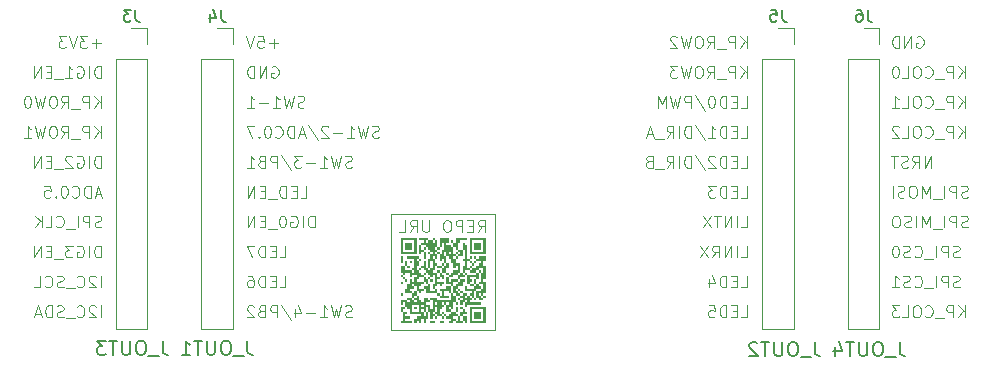
<source format=gbo>
%TF.GenerationSoftware,KiCad,Pcbnew,9.0.0*%
%TF.CreationDate,2025-09-30T11:44:18-04:00*%
%TF.ProjectId,CSC202_LP_MSPM0G3507_2TERM_BREAKOUT,43534332-3032-45f4-9c50-5f4d53504d30,rev?*%
%TF.SameCoordinates,Original*%
%TF.FileFunction,Legend,Bot*%
%TF.FilePolarity,Positive*%
%FSLAX46Y46*%
G04 Gerber Fmt 4.6, Leading zero omitted, Abs format (unit mm)*
G04 Created by KiCad (PCBNEW 9.0.0) date 2025-09-30 11:44:18*
%MOMM*%
%LPD*%
G01*
G04 APERTURE LIST*
%ADD10C,0.100000*%
%ADD11C,0.150000*%
%ADD12C,0.000000*%
%ADD13C,0.120000*%
G04 APERTURE END LIST*
D10*
X122291686Y-101810000D02*
X131041969Y-101810000D01*
X131041969Y-111650283D01*
X122291686Y-111650283D01*
X122291686Y-101810000D01*
X151882990Y-105526197D02*
X152359180Y-105526197D01*
X152359180Y-105526197D02*
X152359180Y-104526197D01*
X151549656Y-105526197D02*
X151549656Y-104526197D01*
X151073466Y-105526197D02*
X151073466Y-104526197D01*
X151073466Y-104526197D02*
X150502038Y-105526197D01*
X150502038Y-105526197D02*
X150502038Y-104526197D01*
X149454419Y-105526197D02*
X149787752Y-105050006D01*
X150025847Y-105526197D02*
X150025847Y-104526197D01*
X150025847Y-104526197D02*
X149644895Y-104526197D01*
X149644895Y-104526197D02*
X149549657Y-104573816D01*
X149549657Y-104573816D02*
X149502038Y-104621435D01*
X149502038Y-104621435D02*
X149454419Y-104716673D01*
X149454419Y-104716673D02*
X149454419Y-104859530D01*
X149454419Y-104859530D02*
X149502038Y-104954768D01*
X149502038Y-104954768D02*
X149549657Y-105002387D01*
X149549657Y-105002387D02*
X149644895Y-105050006D01*
X149644895Y-105050006D02*
X150025847Y-105050006D01*
X149121085Y-104526197D02*
X148454419Y-105526197D01*
X148454419Y-104526197D02*
X149121085Y-105526197D01*
X166774768Y-86833327D02*
X166870006Y-86785708D01*
X166870006Y-86785708D02*
X167012863Y-86785708D01*
X167012863Y-86785708D02*
X167155720Y-86833327D01*
X167155720Y-86833327D02*
X167250958Y-86928565D01*
X167250958Y-86928565D02*
X167298577Y-87023803D01*
X167298577Y-87023803D02*
X167346196Y-87214279D01*
X167346196Y-87214279D02*
X167346196Y-87357136D01*
X167346196Y-87357136D02*
X167298577Y-87547612D01*
X167298577Y-87547612D02*
X167250958Y-87642850D01*
X167250958Y-87642850D02*
X167155720Y-87738089D01*
X167155720Y-87738089D02*
X167012863Y-87785708D01*
X167012863Y-87785708D02*
X166917625Y-87785708D01*
X166917625Y-87785708D02*
X166774768Y-87738089D01*
X166774768Y-87738089D02*
X166727149Y-87690469D01*
X166727149Y-87690469D02*
X166727149Y-87357136D01*
X166727149Y-87357136D02*
X166917625Y-87357136D01*
X166298577Y-87785708D02*
X166298577Y-86785708D01*
X166298577Y-86785708D02*
X165727149Y-87785708D01*
X165727149Y-87785708D02*
X165727149Y-86785708D01*
X165250958Y-87785708D02*
X165250958Y-86785708D01*
X165250958Y-86785708D02*
X165012863Y-86785708D01*
X165012863Y-86785708D02*
X164870006Y-86833327D01*
X164870006Y-86833327D02*
X164774768Y-86928565D01*
X164774768Y-86928565D02*
X164727149Y-87023803D01*
X164727149Y-87023803D02*
X164679530Y-87214279D01*
X164679530Y-87214279D02*
X164679530Y-87357136D01*
X164679530Y-87357136D02*
X164727149Y-87547612D01*
X164727149Y-87547612D02*
X164774768Y-87642850D01*
X164774768Y-87642850D02*
X164870006Y-87738089D01*
X164870006Y-87738089D02*
X165012863Y-87785708D01*
X165012863Y-87785708D02*
X165250958Y-87785708D01*
X152359180Y-87785708D02*
X152359180Y-86785708D01*
X151787752Y-87785708D02*
X152216323Y-87214279D01*
X151787752Y-86785708D02*
X152359180Y-87357136D01*
X151359180Y-87785708D02*
X151359180Y-86785708D01*
X151359180Y-86785708D02*
X150978228Y-86785708D01*
X150978228Y-86785708D02*
X150882990Y-86833327D01*
X150882990Y-86833327D02*
X150835371Y-86880946D01*
X150835371Y-86880946D02*
X150787752Y-86976184D01*
X150787752Y-86976184D02*
X150787752Y-87119041D01*
X150787752Y-87119041D02*
X150835371Y-87214279D01*
X150835371Y-87214279D02*
X150882990Y-87261898D01*
X150882990Y-87261898D02*
X150978228Y-87309517D01*
X150978228Y-87309517D02*
X151359180Y-87309517D01*
X150597276Y-87880946D02*
X149835371Y-87880946D01*
X149025847Y-87785708D02*
X149359180Y-87309517D01*
X149597275Y-87785708D02*
X149597275Y-86785708D01*
X149597275Y-86785708D02*
X149216323Y-86785708D01*
X149216323Y-86785708D02*
X149121085Y-86833327D01*
X149121085Y-86833327D02*
X149073466Y-86880946D01*
X149073466Y-86880946D02*
X149025847Y-86976184D01*
X149025847Y-86976184D02*
X149025847Y-87119041D01*
X149025847Y-87119041D02*
X149073466Y-87214279D01*
X149073466Y-87214279D02*
X149121085Y-87261898D01*
X149121085Y-87261898D02*
X149216323Y-87309517D01*
X149216323Y-87309517D02*
X149597275Y-87309517D01*
X148406799Y-86785708D02*
X148216323Y-86785708D01*
X148216323Y-86785708D02*
X148121085Y-86833327D01*
X148121085Y-86833327D02*
X148025847Y-86928565D01*
X148025847Y-86928565D02*
X147978228Y-87119041D01*
X147978228Y-87119041D02*
X147978228Y-87452374D01*
X147978228Y-87452374D02*
X148025847Y-87642850D01*
X148025847Y-87642850D02*
X148121085Y-87738089D01*
X148121085Y-87738089D02*
X148216323Y-87785708D01*
X148216323Y-87785708D02*
X148406799Y-87785708D01*
X148406799Y-87785708D02*
X148502037Y-87738089D01*
X148502037Y-87738089D02*
X148597275Y-87642850D01*
X148597275Y-87642850D02*
X148644894Y-87452374D01*
X148644894Y-87452374D02*
X148644894Y-87119041D01*
X148644894Y-87119041D02*
X148597275Y-86928565D01*
X148597275Y-86928565D02*
X148502037Y-86833327D01*
X148502037Y-86833327D02*
X148406799Y-86785708D01*
X147644894Y-86785708D02*
X147406799Y-87785708D01*
X147406799Y-87785708D02*
X147216323Y-87071422D01*
X147216323Y-87071422D02*
X147025847Y-87785708D01*
X147025847Y-87785708D02*
X146787752Y-86785708D01*
X146454418Y-86880946D02*
X146406799Y-86833327D01*
X146406799Y-86833327D02*
X146311561Y-86785708D01*
X146311561Y-86785708D02*
X146073466Y-86785708D01*
X146073466Y-86785708D02*
X145978228Y-86833327D01*
X145978228Y-86833327D02*
X145930609Y-86880946D01*
X145930609Y-86880946D02*
X145882990Y-86976184D01*
X145882990Y-86976184D02*
X145882990Y-87071422D01*
X145882990Y-87071422D02*
X145930609Y-87214279D01*
X145930609Y-87214279D02*
X146502037Y-87785708D01*
X146502037Y-87785708D02*
X145882990Y-87785708D01*
X112836966Y-108060552D02*
X113313156Y-108060552D01*
X113313156Y-108060552D02*
X113313156Y-107060552D01*
X112503632Y-107536742D02*
X112170299Y-107536742D01*
X112027442Y-108060552D02*
X112503632Y-108060552D01*
X112503632Y-108060552D02*
X112503632Y-107060552D01*
X112503632Y-107060552D02*
X112027442Y-107060552D01*
X111598870Y-108060552D02*
X111598870Y-107060552D01*
X111598870Y-107060552D02*
X111360775Y-107060552D01*
X111360775Y-107060552D02*
X111217918Y-107108171D01*
X111217918Y-107108171D02*
X111122680Y-107203409D01*
X111122680Y-107203409D02*
X111075061Y-107298647D01*
X111075061Y-107298647D02*
X111027442Y-107489123D01*
X111027442Y-107489123D02*
X111027442Y-107631980D01*
X111027442Y-107631980D02*
X111075061Y-107822456D01*
X111075061Y-107822456D02*
X111122680Y-107917694D01*
X111122680Y-107917694D02*
X111217918Y-108012933D01*
X111217918Y-108012933D02*
X111360775Y-108060552D01*
X111360775Y-108060552D02*
X111598870Y-108060552D01*
X110170299Y-107060552D02*
X110360775Y-107060552D01*
X110360775Y-107060552D02*
X110456013Y-107108171D01*
X110456013Y-107108171D02*
X110503632Y-107155790D01*
X110503632Y-107155790D02*
X110598870Y-107298647D01*
X110598870Y-107298647D02*
X110646489Y-107489123D01*
X110646489Y-107489123D02*
X110646489Y-107870075D01*
X110646489Y-107870075D02*
X110598870Y-107965313D01*
X110598870Y-107965313D02*
X110551251Y-108012933D01*
X110551251Y-108012933D02*
X110456013Y-108060552D01*
X110456013Y-108060552D02*
X110265537Y-108060552D01*
X110265537Y-108060552D02*
X110170299Y-108012933D01*
X110170299Y-108012933D02*
X110122680Y-107965313D01*
X110122680Y-107965313D02*
X110075061Y-107870075D01*
X110075061Y-107870075D02*
X110075061Y-107631980D01*
X110075061Y-107631980D02*
X110122680Y-107536742D01*
X110122680Y-107536742D02*
X110170299Y-107489123D01*
X110170299Y-107489123D02*
X110265537Y-107441504D01*
X110265537Y-107441504D02*
X110456013Y-107441504D01*
X110456013Y-107441504D02*
X110551251Y-107489123D01*
X110551251Y-107489123D02*
X110598870Y-107536742D01*
X110598870Y-107536742D02*
X110646489Y-107631980D01*
X151882990Y-110594908D02*
X152359180Y-110594908D01*
X152359180Y-110594908D02*
X152359180Y-109594908D01*
X151549656Y-110071098D02*
X151216323Y-110071098D01*
X151073466Y-110594908D02*
X151549656Y-110594908D01*
X151549656Y-110594908D02*
X151549656Y-109594908D01*
X151549656Y-109594908D02*
X151073466Y-109594908D01*
X150644894Y-110594908D02*
X150644894Y-109594908D01*
X150644894Y-109594908D02*
X150406799Y-109594908D01*
X150406799Y-109594908D02*
X150263942Y-109642527D01*
X150263942Y-109642527D02*
X150168704Y-109737765D01*
X150168704Y-109737765D02*
X150121085Y-109833003D01*
X150121085Y-109833003D02*
X150073466Y-110023479D01*
X150073466Y-110023479D02*
X150073466Y-110166336D01*
X150073466Y-110166336D02*
X150121085Y-110356812D01*
X150121085Y-110356812D02*
X150168704Y-110452050D01*
X150168704Y-110452050D02*
X150263942Y-110547289D01*
X150263942Y-110547289D02*
X150406799Y-110594908D01*
X150406799Y-110594908D02*
X150644894Y-110594908D01*
X149168704Y-109594908D02*
X149644894Y-109594908D01*
X149644894Y-109594908D02*
X149692513Y-110071098D01*
X149692513Y-110071098D02*
X149644894Y-110023479D01*
X149644894Y-110023479D02*
X149549656Y-109975860D01*
X149549656Y-109975860D02*
X149311561Y-109975860D01*
X149311561Y-109975860D02*
X149216323Y-110023479D01*
X149216323Y-110023479D02*
X149168704Y-110071098D01*
X149168704Y-110071098D02*
X149121085Y-110166336D01*
X149121085Y-110166336D02*
X149121085Y-110404431D01*
X149121085Y-110404431D02*
X149168704Y-110499669D01*
X149168704Y-110499669D02*
X149216323Y-110547289D01*
X149216323Y-110547289D02*
X149311561Y-110594908D01*
X149311561Y-110594908D02*
X149549656Y-110594908D01*
X149549656Y-110594908D02*
X149644894Y-110547289D01*
X149644894Y-110547289D02*
X149692513Y-110499669D01*
X114598871Y-100457486D02*
X115075061Y-100457486D01*
X115075061Y-100457486D02*
X115075061Y-99457486D01*
X114265537Y-99933676D02*
X113932204Y-99933676D01*
X113789347Y-100457486D02*
X114265537Y-100457486D01*
X114265537Y-100457486D02*
X114265537Y-99457486D01*
X114265537Y-99457486D02*
X113789347Y-99457486D01*
X113360775Y-100457486D02*
X113360775Y-99457486D01*
X113360775Y-99457486D02*
X113122680Y-99457486D01*
X113122680Y-99457486D02*
X112979823Y-99505105D01*
X112979823Y-99505105D02*
X112884585Y-99600343D01*
X112884585Y-99600343D02*
X112836966Y-99695581D01*
X112836966Y-99695581D02*
X112789347Y-99886057D01*
X112789347Y-99886057D02*
X112789347Y-100028914D01*
X112789347Y-100028914D02*
X112836966Y-100219390D01*
X112836966Y-100219390D02*
X112884585Y-100314628D01*
X112884585Y-100314628D02*
X112979823Y-100409867D01*
X112979823Y-100409867D02*
X113122680Y-100457486D01*
X113122680Y-100457486D02*
X113360775Y-100457486D01*
X112598871Y-100552724D02*
X111836966Y-100552724D01*
X111598870Y-99933676D02*
X111265537Y-99933676D01*
X111122680Y-100457486D02*
X111598870Y-100457486D01*
X111598870Y-100457486D02*
X111598870Y-99457486D01*
X111598870Y-99457486D02*
X111122680Y-99457486D01*
X110694108Y-100457486D02*
X110694108Y-99457486D01*
X110694108Y-99457486D02*
X110122680Y-100457486D01*
X110122680Y-100457486D02*
X110122680Y-99457486D01*
X97678511Y-97923130D02*
X97678511Y-96923130D01*
X97678511Y-96923130D02*
X97440416Y-96923130D01*
X97440416Y-96923130D02*
X97297559Y-96970749D01*
X97297559Y-96970749D02*
X97202321Y-97065987D01*
X97202321Y-97065987D02*
X97154702Y-97161225D01*
X97154702Y-97161225D02*
X97107083Y-97351701D01*
X97107083Y-97351701D02*
X97107083Y-97494558D01*
X97107083Y-97494558D02*
X97154702Y-97685034D01*
X97154702Y-97685034D02*
X97202321Y-97780272D01*
X97202321Y-97780272D02*
X97297559Y-97875511D01*
X97297559Y-97875511D02*
X97440416Y-97923130D01*
X97440416Y-97923130D02*
X97678511Y-97923130D01*
X96678511Y-97923130D02*
X96678511Y-96923130D01*
X95678512Y-96970749D02*
X95773750Y-96923130D01*
X95773750Y-96923130D02*
X95916607Y-96923130D01*
X95916607Y-96923130D02*
X96059464Y-96970749D01*
X96059464Y-96970749D02*
X96154702Y-97065987D01*
X96154702Y-97065987D02*
X96202321Y-97161225D01*
X96202321Y-97161225D02*
X96249940Y-97351701D01*
X96249940Y-97351701D02*
X96249940Y-97494558D01*
X96249940Y-97494558D02*
X96202321Y-97685034D01*
X96202321Y-97685034D02*
X96154702Y-97780272D01*
X96154702Y-97780272D02*
X96059464Y-97875511D01*
X96059464Y-97875511D02*
X95916607Y-97923130D01*
X95916607Y-97923130D02*
X95821369Y-97923130D01*
X95821369Y-97923130D02*
X95678512Y-97875511D01*
X95678512Y-97875511D02*
X95630893Y-97827891D01*
X95630893Y-97827891D02*
X95630893Y-97494558D01*
X95630893Y-97494558D02*
X95821369Y-97494558D01*
X95249940Y-97018368D02*
X95202321Y-96970749D01*
X95202321Y-96970749D02*
X95107083Y-96923130D01*
X95107083Y-96923130D02*
X94868988Y-96923130D01*
X94868988Y-96923130D02*
X94773750Y-96970749D01*
X94773750Y-96970749D02*
X94726131Y-97018368D01*
X94726131Y-97018368D02*
X94678512Y-97113606D01*
X94678512Y-97113606D02*
X94678512Y-97208844D01*
X94678512Y-97208844D02*
X94726131Y-97351701D01*
X94726131Y-97351701D02*
X95297559Y-97923130D01*
X95297559Y-97923130D02*
X94678512Y-97923130D01*
X94488036Y-98018368D02*
X93726131Y-98018368D01*
X93488035Y-97399320D02*
X93154702Y-97399320D01*
X93011845Y-97923130D02*
X93488035Y-97923130D01*
X93488035Y-97923130D02*
X93488035Y-96923130D01*
X93488035Y-96923130D02*
X93011845Y-96923130D01*
X92583273Y-97923130D02*
X92583273Y-96923130D01*
X92583273Y-96923130D02*
X92011845Y-97923130D01*
X92011845Y-97923130D02*
X92011845Y-96923130D01*
X171108100Y-102944222D02*
X170965243Y-102991841D01*
X170965243Y-102991841D02*
X170727148Y-102991841D01*
X170727148Y-102991841D02*
X170631910Y-102944222D01*
X170631910Y-102944222D02*
X170584291Y-102896602D01*
X170584291Y-102896602D02*
X170536672Y-102801364D01*
X170536672Y-102801364D02*
X170536672Y-102706126D01*
X170536672Y-102706126D02*
X170584291Y-102610888D01*
X170584291Y-102610888D02*
X170631910Y-102563269D01*
X170631910Y-102563269D02*
X170727148Y-102515650D01*
X170727148Y-102515650D02*
X170917624Y-102468031D01*
X170917624Y-102468031D02*
X171012862Y-102420412D01*
X171012862Y-102420412D02*
X171060481Y-102372793D01*
X171060481Y-102372793D02*
X171108100Y-102277555D01*
X171108100Y-102277555D02*
X171108100Y-102182317D01*
X171108100Y-102182317D02*
X171060481Y-102087079D01*
X171060481Y-102087079D02*
X171012862Y-102039460D01*
X171012862Y-102039460D02*
X170917624Y-101991841D01*
X170917624Y-101991841D02*
X170679529Y-101991841D01*
X170679529Y-101991841D02*
X170536672Y-102039460D01*
X170108100Y-102991841D02*
X170108100Y-101991841D01*
X170108100Y-101991841D02*
X169727148Y-101991841D01*
X169727148Y-101991841D02*
X169631910Y-102039460D01*
X169631910Y-102039460D02*
X169584291Y-102087079D01*
X169584291Y-102087079D02*
X169536672Y-102182317D01*
X169536672Y-102182317D02*
X169536672Y-102325174D01*
X169536672Y-102325174D02*
X169584291Y-102420412D01*
X169584291Y-102420412D02*
X169631910Y-102468031D01*
X169631910Y-102468031D02*
X169727148Y-102515650D01*
X169727148Y-102515650D02*
X170108100Y-102515650D01*
X169108100Y-102991841D02*
X169108100Y-101991841D01*
X168870006Y-103087079D02*
X168108101Y-103087079D01*
X167870005Y-102991841D02*
X167870005Y-101991841D01*
X167870005Y-101991841D02*
X167536672Y-102706126D01*
X167536672Y-102706126D02*
X167203339Y-101991841D01*
X167203339Y-101991841D02*
X167203339Y-102991841D01*
X166727148Y-102991841D02*
X166727148Y-101991841D01*
X166298577Y-102944222D02*
X166155720Y-102991841D01*
X166155720Y-102991841D02*
X165917625Y-102991841D01*
X165917625Y-102991841D02*
X165822387Y-102944222D01*
X165822387Y-102944222D02*
X165774768Y-102896602D01*
X165774768Y-102896602D02*
X165727149Y-102801364D01*
X165727149Y-102801364D02*
X165727149Y-102706126D01*
X165727149Y-102706126D02*
X165774768Y-102610888D01*
X165774768Y-102610888D02*
X165822387Y-102563269D01*
X165822387Y-102563269D02*
X165917625Y-102515650D01*
X165917625Y-102515650D02*
X166108101Y-102468031D01*
X166108101Y-102468031D02*
X166203339Y-102420412D01*
X166203339Y-102420412D02*
X166250958Y-102372793D01*
X166250958Y-102372793D02*
X166298577Y-102277555D01*
X166298577Y-102277555D02*
X166298577Y-102182317D01*
X166298577Y-102182317D02*
X166250958Y-102087079D01*
X166250958Y-102087079D02*
X166203339Y-102039460D01*
X166203339Y-102039460D02*
X166108101Y-101991841D01*
X166108101Y-101991841D02*
X165870006Y-101991841D01*
X165870006Y-101991841D02*
X165727149Y-102039460D01*
X165108101Y-101991841D02*
X164917625Y-101991841D01*
X164917625Y-101991841D02*
X164822387Y-102039460D01*
X164822387Y-102039460D02*
X164727149Y-102134698D01*
X164727149Y-102134698D02*
X164679530Y-102325174D01*
X164679530Y-102325174D02*
X164679530Y-102658507D01*
X164679530Y-102658507D02*
X164727149Y-102848983D01*
X164727149Y-102848983D02*
X164822387Y-102944222D01*
X164822387Y-102944222D02*
X164917625Y-102991841D01*
X164917625Y-102991841D02*
X165108101Y-102991841D01*
X165108101Y-102991841D02*
X165203339Y-102944222D01*
X165203339Y-102944222D02*
X165298577Y-102848983D01*
X165298577Y-102848983D02*
X165346196Y-102658507D01*
X165346196Y-102658507D02*
X165346196Y-102325174D01*
X165346196Y-102325174D02*
X165298577Y-102134698D01*
X165298577Y-102134698D02*
X165203339Y-102039460D01*
X165203339Y-102039460D02*
X165108101Y-101991841D01*
D11*
X110104724Y-112577342D02*
X110104724Y-113434485D01*
X110104724Y-113434485D02*
X110161867Y-113605914D01*
X110161867Y-113605914D02*
X110276153Y-113720200D01*
X110276153Y-113720200D02*
X110447581Y-113777342D01*
X110447581Y-113777342D02*
X110561867Y-113777342D01*
X109819010Y-113891628D02*
X108904724Y-113891628D01*
X108390438Y-112577342D02*
X108161866Y-112577342D01*
X108161866Y-112577342D02*
X108047581Y-112634485D01*
X108047581Y-112634485D02*
X107933295Y-112748771D01*
X107933295Y-112748771D02*
X107876152Y-112977342D01*
X107876152Y-112977342D02*
X107876152Y-113377342D01*
X107876152Y-113377342D02*
X107933295Y-113605914D01*
X107933295Y-113605914D02*
X108047581Y-113720200D01*
X108047581Y-113720200D02*
X108161866Y-113777342D01*
X108161866Y-113777342D02*
X108390438Y-113777342D01*
X108390438Y-113777342D02*
X108504724Y-113720200D01*
X108504724Y-113720200D02*
X108619009Y-113605914D01*
X108619009Y-113605914D02*
X108676152Y-113377342D01*
X108676152Y-113377342D02*
X108676152Y-112977342D01*
X108676152Y-112977342D02*
X108619009Y-112748771D01*
X108619009Y-112748771D02*
X108504724Y-112634485D01*
X108504724Y-112634485D02*
X108390438Y-112577342D01*
X107361866Y-112577342D02*
X107361866Y-113548771D01*
X107361866Y-113548771D02*
X107304723Y-113663057D01*
X107304723Y-113663057D02*
X107247581Y-113720200D01*
X107247581Y-113720200D02*
X107133295Y-113777342D01*
X107133295Y-113777342D02*
X106904723Y-113777342D01*
X106904723Y-113777342D02*
X106790438Y-113720200D01*
X106790438Y-113720200D02*
X106733295Y-113663057D01*
X106733295Y-113663057D02*
X106676152Y-113548771D01*
X106676152Y-113548771D02*
X106676152Y-112577342D01*
X106276152Y-112577342D02*
X105590438Y-112577342D01*
X105933295Y-113777342D02*
X105933295Y-112577342D01*
X104561866Y-113777342D02*
X105247580Y-113777342D01*
X104904723Y-113777342D02*
X104904723Y-112577342D01*
X104904723Y-112577342D02*
X105019009Y-112748771D01*
X105019009Y-112748771D02*
X105133294Y-112863057D01*
X105133294Y-112863057D02*
X105247580Y-112920200D01*
D10*
X170822387Y-95388775D02*
X170822387Y-94388775D01*
X170250959Y-95388775D02*
X170679530Y-94817346D01*
X170250959Y-94388775D02*
X170822387Y-94960203D01*
X169822387Y-95388775D02*
X169822387Y-94388775D01*
X169822387Y-94388775D02*
X169441435Y-94388775D01*
X169441435Y-94388775D02*
X169346197Y-94436394D01*
X169346197Y-94436394D02*
X169298578Y-94484013D01*
X169298578Y-94484013D02*
X169250959Y-94579251D01*
X169250959Y-94579251D02*
X169250959Y-94722108D01*
X169250959Y-94722108D02*
X169298578Y-94817346D01*
X169298578Y-94817346D02*
X169346197Y-94864965D01*
X169346197Y-94864965D02*
X169441435Y-94912584D01*
X169441435Y-94912584D02*
X169822387Y-94912584D01*
X169060483Y-95484013D02*
X168298578Y-95484013D01*
X167489054Y-95293536D02*
X167536673Y-95341156D01*
X167536673Y-95341156D02*
X167679530Y-95388775D01*
X167679530Y-95388775D02*
X167774768Y-95388775D01*
X167774768Y-95388775D02*
X167917625Y-95341156D01*
X167917625Y-95341156D02*
X168012863Y-95245917D01*
X168012863Y-95245917D02*
X168060482Y-95150679D01*
X168060482Y-95150679D02*
X168108101Y-94960203D01*
X168108101Y-94960203D02*
X168108101Y-94817346D01*
X168108101Y-94817346D02*
X168060482Y-94626870D01*
X168060482Y-94626870D02*
X168012863Y-94531632D01*
X168012863Y-94531632D02*
X167917625Y-94436394D01*
X167917625Y-94436394D02*
X167774768Y-94388775D01*
X167774768Y-94388775D02*
X167679530Y-94388775D01*
X167679530Y-94388775D02*
X167536673Y-94436394D01*
X167536673Y-94436394D02*
X167489054Y-94484013D01*
X166870006Y-94388775D02*
X166679530Y-94388775D01*
X166679530Y-94388775D02*
X166584292Y-94436394D01*
X166584292Y-94436394D02*
X166489054Y-94531632D01*
X166489054Y-94531632D02*
X166441435Y-94722108D01*
X166441435Y-94722108D02*
X166441435Y-95055441D01*
X166441435Y-95055441D02*
X166489054Y-95245917D01*
X166489054Y-95245917D02*
X166584292Y-95341156D01*
X166584292Y-95341156D02*
X166679530Y-95388775D01*
X166679530Y-95388775D02*
X166870006Y-95388775D01*
X166870006Y-95388775D02*
X166965244Y-95341156D01*
X166965244Y-95341156D02*
X167060482Y-95245917D01*
X167060482Y-95245917D02*
X167108101Y-95055441D01*
X167108101Y-95055441D02*
X167108101Y-94722108D01*
X167108101Y-94722108D02*
X167060482Y-94531632D01*
X167060482Y-94531632D02*
X166965244Y-94436394D01*
X166965244Y-94436394D02*
X166870006Y-94388775D01*
X165536673Y-95388775D02*
X166012863Y-95388775D01*
X166012863Y-95388775D02*
X166012863Y-94388775D01*
X165250958Y-94484013D02*
X165203339Y-94436394D01*
X165203339Y-94436394D02*
X165108101Y-94388775D01*
X165108101Y-94388775D02*
X164870006Y-94388775D01*
X164870006Y-94388775D02*
X164774768Y-94436394D01*
X164774768Y-94436394D02*
X164727149Y-94484013D01*
X164727149Y-94484013D02*
X164679530Y-94579251D01*
X164679530Y-94579251D02*
X164679530Y-94674489D01*
X164679530Y-94674489D02*
X164727149Y-94817346D01*
X164727149Y-94817346D02*
X165298577Y-95388775D01*
X165298577Y-95388775D02*
X164679530Y-95388775D01*
X168012863Y-97923130D02*
X168012863Y-96923130D01*
X168012863Y-96923130D02*
X167441435Y-97923130D01*
X167441435Y-97923130D02*
X167441435Y-96923130D01*
X166393816Y-97923130D02*
X166727149Y-97446939D01*
X166965244Y-97923130D02*
X166965244Y-96923130D01*
X166965244Y-96923130D02*
X166584292Y-96923130D01*
X166584292Y-96923130D02*
X166489054Y-96970749D01*
X166489054Y-96970749D02*
X166441435Y-97018368D01*
X166441435Y-97018368D02*
X166393816Y-97113606D01*
X166393816Y-97113606D02*
X166393816Y-97256463D01*
X166393816Y-97256463D02*
X166441435Y-97351701D01*
X166441435Y-97351701D02*
X166489054Y-97399320D01*
X166489054Y-97399320D02*
X166584292Y-97446939D01*
X166584292Y-97446939D02*
X166965244Y-97446939D01*
X166012863Y-97875511D02*
X165870006Y-97923130D01*
X165870006Y-97923130D02*
X165631911Y-97923130D01*
X165631911Y-97923130D02*
X165536673Y-97875511D01*
X165536673Y-97875511D02*
X165489054Y-97827891D01*
X165489054Y-97827891D02*
X165441435Y-97732653D01*
X165441435Y-97732653D02*
X165441435Y-97637415D01*
X165441435Y-97637415D02*
X165489054Y-97542177D01*
X165489054Y-97542177D02*
X165536673Y-97494558D01*
X165536673Y-97494558D02*
X165631911Y-97446939D01*
X165631911Y-97446939D02*
X165822387Y-97399320D01*
X165822387Y-97399320D02*
X165917625Y-97351701D01*
X165917625Y-97351701D02*
X165965244Y-97304082D01*
X165965244Y-97304082D02*
X166012863Y-97208844D01*
X166012863Y-97208844D02*
X166012863Y-97113606D01*
X166012863Y-97113606D02*
X165965244Y-97018368D01*
X165965244Y-97018368D02*
X165917625Y-96970749D01*
X165917625Y-96970749D02*
X165822387Y-96923130D01*
X165822387Y-96923130D02*
X165584292Y-96923130D01*
X165584292Y-96923130D02*
X165441435Y-96970749D01*
X165155720Y-96923130D02*
X164584292Y-96923130D01*
X164870006Y-97923130D02*
X164870006Y-96923130D01*
X97678511Y-110594908D02*
X97678511Y-109594908D01*
X97249940Y-109690146D02*
X97202321Y-109642527D01*
X97202321Y-109642527D02*
X97107083Y-109594908D01*
X97107083Y-109594908D02*
X96868988Y-109594908D01*
X96868988Y-109594908D02*
X96773750Y-109642527D01*
X96773750Y-109642527D02*
X96726131Y-109690146D01*
X96726131Y-109690146D02*
X96678512Y-109785384D01*
X96678512Y-109785384D02*
X96678512Y-109880622D01*
X96678512Y-109880622D02*
X96726131Y-110023479D01*
X96726131Y-110023479D02*
X97297559Y-110594908D01*
X97297559Y-110594908D02*
X96678512Y-110594908D01*
X95678512Y-110499669D02*
X95726131Y-110547289D01*
X95726131Y-110547289D02*
X95868988Y-110594908D01*
X95868988Y-110594908D02*
X95964226Y-110594908D01*
X95964226Y-110594908D02*
X96107083Y-110547289D01*
X96107083Y-110547289D02*
X96202321Y-110452050D01*
X96202321Y-110452050D02*
X96249940Y-110356812D01*
X96249940Y-110356812D02*
X96297559Y-110166336D01*
X96297559Y-110166336D02*
X96297559Y-110023479D01*
X96297559Y-110023479D02*
X96249940Y-109833003D01*
X96249940Y-109833003D02*
X96202321Y-109737765D01*
X96202321Y-109737765D02*
X96107083Y-109642527D01*
X96107083Y-109642527D02*
X95964226Y-109594908D01*
X95964226Y-109594908D02*
X95868988Y-109594908D01*
X95868988Y-109594908D02*
X95726131Y-109642527D01*
X95726131Y-109642527D02*
X95678512Y-109690146D01*
X95488036Y-110690146D02*
X94726131Y-110690146D01*
X94535654Y-110547289D02*
X94392797Y-110594908D01*
X94392797Y-110594908D02*
X94154702Y-110594908D01*
X94154702Y-110594908D02*
X94059464Y-110547289D01*
X94059464Y-110547289D02*
X94011845Y-110499669D01*
X94011845Y-110499669D02*
X93964226Y-110404431D01*
X93964226Y-110404431D02*
X93964226Y-110309193D01*
X93964226Y-110309193D02*
X94011845Y-110213955D01*
X94011845Y-110213955D02*
X94059464Y-110166336D01*
X94059464Y-110166336D02*
X94154702Y-110118717D01*
X94154702Y-110118717D02*
X94345178Y-110071098D01*
X94345178Y-110071098D02*
X94440416Y-110023479D01*
X94440416Y-110023479D02*
X94488035Y-109975860D01*
X94488035Y-109975860D02*
X94535654Y-109880622D01*
X94535654Y-109880622D02*
X94535654Y-109785384D01*
X94535654Y-109785384D02*
X94488035Y-109690146D01*
X94488035Y-109690146D02*
X94440416Y-109642527D01*
X94440416Y-109642527D02*
X94345178Y-109594908D01*
X94345178Y-109594908D02*
X94107083Y-109594908D01*
X94107083Y-109594908D02*
X93964226Y-109642527D01*
X93535654Y-110594908D02*
X93535654Y-109594908D01*
X93535654Y-109594908D02*
X93297559Y-109594908D01*
X93297559Y-109594908D02*
X93154702Y-109642527D01*
X93154702Y-109642527D02*
X93059464Y-109737765D01*
X93059464Y-109737765D02*
X93011845Y-109833003D01*
X93011845Y-109833003D02*
X92964226Y-110023479D01*
X92964226Y-110023479D02*
X92964226Y-110166336D01*
X92964226Y-110166336D02*
X93011845Y-110356812D01*
X93011845Y-110356812D02*
X93059464Y-110452050D01*
X93059464Y-110452050D02*
X93154702Y-110547289D01*
X93154702Y-110547289D02*
X93297559Y-110594908D01*
X93297559Y-110594908D02*
X93535654Y-110594908D01*
X92583273Y-110309193D02*
X92107083Y-110309193D01*
X92678511Y-110594908D02*
X92345178Y-109594908D01*
X92345178Y-109594908D02*
X92011845Y-110594908D01*
X97726130Y-100171771D02*
X97249940Y-100171771D01*
X97821368Y-100457486D02*
X97488035Y-99457486D01*
X97488035Y-99457486D02*
X97154702Y-100457486D01*
X96821368Y-100457486D02*
X96821368Y-99457486D01*
X96821368Y-99457486D02*
X96583273Y-99457486D01*
X96583273Y-99457486D02*
X96440416Y-99505105D01*
X96440416Y-99505105D02*
X96345178Y-99600343D01*
X96345178Y-99600343D02*
X96297559Y-99695581D01*
X96297559Y-99695581D02*
X96249940Y-99886057D01*
X96249940Y-99886057D02*
X96249940Y-100028914D01*
X96249940Y-100028914D02*
X96297559Y-100219390D01*
X96297559Y-100219390D02*
X96345178Y-100314628D01*
X96345178Y-100314628D02*
X96440416Y-100409867D01*
X96440416Y-100409867D02*
X96583273Y-100457486D01*
X96583273Y-100457486D02*
X96821368Y-100457486D01*
X95249940Y-100362247D02*
X95297559Y-100409867D01*
X95297559Y-100409867D02*
X95440416Y-100457486D01*
X95440416Y-100457486D02*
X95535654Y-100457486D01*
X95535654Y-100457486D02*
X95678511Y-100409867D01*
X95678511Y-100409867D02*
X95773749Y-100314628D01*
X95773749Y-100314628D02*
X95821368Y-100219390D01*
X95821368Y-100219390D02*
X95868987Y-100028914D01*
X95868987Y-100028914D02*
X95868987Y-99886057D01*
X95868987Y-99886057D02*
X95821368Y-99695581D01*
X95821368Y-99695581D02*
X95773749Y-99600343D01*
X95773749Y-99600343D02*
X95678511Y-99505105D01*
X95678511Y-99505105D02*
X95535654Y-99457486D01*
X95535654Y-99457486D02*
X95440416Y-99457486D01*
X95440416Y-99457486D02*
X95297559Y-99505105D01*
X95297559Y-99505105D02*
X95249940Y-99552724D01*
X94630892Y-99457486D02*
X94535654Y-99457486D01*
X94535654Y-99457486D02*
X94440416Y-99505105D01*
X94440416Y-99505105D02*
X94392797Y-99552724D01*
X94392797Y-99552724D02*
X94345178Y-99647962D01*
X94345178Y-99647962D02*
X94297559Y-99838438D01*
X94297559Y-99838438D02*
X94297559Y-100076533D01*
X94297559Y-100076533D02*
X94345178Y-100267009D01*
X94345178Y-100267009D02*
X94392797Y-100362247D01*
X94392797Y-100362247D02*
X94440416Y-100409867D01*
X94440416Y-100409867D02*
X94535654Y-100457486D01*
X94535654Y-100457486D02*
X94630892Y-100457486D01*
X94630892Y-100457486D02*
X94726130Y-100409867D01*
X94726130Y-100409867D02*
X94773749Y-100362247D01*
X94773749Y-100362247D02*
X94821368Y-100267009D01*
X94821368Y-100267009D02*
X94868987Y-100076533D01*
X94868987Y-100076533D02*
X94868987Y-99838438D01*
X94868987Y-99838438D02*
X94821368Y-99647962D01*
X94821368Y-99647962D02*
X94773749Y-99552724D01*
X94773749Y-99552724D02*
X94726130Y-99505105D01*
X94726130Y-99505105D02*
X94630892Y-99457486D01*
X93868987Y-100362247D02*
X93821368Y-100409867D01*
X93821368Y-100409867D02*
X93868987Y-100457486D01*
X93868987Y-100457486D02*
X93916606Y-100409867D01*
X93916606Y-100409867D02*
X93868987Y-100362247D01*
X93868987Y-100362247D02*
X93868987Y-100457486D01*
X92916607Y-99457486D02*
X93392797Y-99457486D01*
X93392797Y-99457486D02*
X93440416Y-99933676D01*
X93440416Y-99933676D02*
X93392797Y-99886057D01*
X93392797Y-99886057D02*
X93297559Y-99838438D01*
X93297559Y-99838438D02*
X93059464Y-99838438D01*
X93059464Y-99838438D02*
X92964226Y-99886057D01*
X92964226Y-99886057D02*
X92916607Y-99933676D01*
X92916607Y-99933676D02*
X92868988Y-100028914D01*
X92868988Y-100028914D02*
X92868988Y-100267009D01*
X92868988Y-100267009D02*
X92916607Y-100362247D01*
X92916607Y-100362247D02*
X92964226Y-100409867D01*
X92964226Y-100409867D02*
X93059464Y-100457486D01*
X93059464Y-100457486D02*
X93297559Y-100457486D01*
X93297559Y-100457486D02*
X93392797Y-100409867D01*
X93392797Y-100409867D02*
X93440416Y-100362247D01*
X121217917Y-95341156D02*
X121075060Y-95388775D01*
X121075060Y-95388775D02*
X120836965Y-95388775D01*
X120836965Y-95388775D02*
X120741727Y-95341156D01*
X120741727Y-95341156D02*
X120694108Y-95293536D01*
X120694108Y-95293536D02*
X120646489Y-95198298D01*
X120646489Y-95198298D02*
X120646489Y-95103060D01*
X120646489Y-95103060D02*
X120694108Y-95007822D01*
X120694108Y-95007822D02*
X120741727Y-94960203D01*
X120741727Y-94960203D02*
X120836965Y-94912584D01*
X120836965Y-94912584D02*
X121027441Y-94864965D01*
X121027441Y-94864965D02*
X121122679Y-94817346D01*
X121122679Y-94817346D02*
X121170298Y-94769727D01*
X121170298Y-94769727D02*
X121217917Y-94674489D01*
X121217917Y-94674489D02*
X121217917Y-94579251D01*
X121217917Y-94579251D02*
X121170298Y-94484013D01*
X121170298Y-94484013D02*
X121122679Y-94436394D01*
X121122679Y-94436394D02*
X121027441Y-94388775D01*
X121027441Y-94388775D02*
X120789346Y-94388775D01*
X120789346Y-94388775D02*
X120646489Y-94436394D01*
X120313155Y-94388775D02*
X120075060Y-95388775D01*
X120075060Y-95388775D02*
X119884584Y-94674489D01*
X119884584Y-94674489D02*
X119694108Y-95388775D01*
X119694108Y-95388775D02*
X119456013Y-94388775D01*
X118551251Y-95388775D02*
X119122679Y-95388775D01*
X118836965Y-95388775D02*
X118836965Y-94388775D01*
X118836965Y-94388775D02*
X118932203Y-94531632D01*
X118932203Y-94531632D02*
X119027441Y-94626870D01*
X119027441Y-94626870D02*
X119122679Y-94674489D01*
X118122679Y-95007822D02*
X117360775Y-95007822D01*
X116932203Y-94484013D02*
X116884584Y-94436394D01*
X116884584Y-94436394D02*
X116789346Y-94388775D01*
X116789346Y-94388775D02*
X116551251Y-94388775D01*
X116551251Y-94388775D02*
X116456013Y-94436394D01*
X116456013Y-94436394D02*
X116408394Y-94484013D01*
X116408394Y-94484013D02*
X116360775Y-94579251D01*
X116360775Y-94579251D02*
X116360775Y-94674489D01*
X116360775Y-94674489D02*
X116408394Y-94817346D01*
X116408394Y-94817346D02*
X116979822Y-95388775D01*
X116979822Y-95388775D02*
X116360775Y-95388775D01*
X115217918Y-94341156D02*
X116075060Y-95626870D01*
X114932203Y-95103060D02*
X114456013Y-95103060D01*
X115027441Y-95388775D02*
X114694108Y-94388775D01*
X114694108Y-94388775D02*
X114360775Y-95388775D01*
X114027441Y-95388775D02*
X114027441Y-94388775D01*
X114027441Y-94388775D02*
X113789346Y-94388775D01*
X113789346Y-94388775D02*
X113646489Y-94436394D01*
X113646489Y-94436394D02*
X113551251Y-94531632D01*
X113551251Y-94531632D02*
X113503632Y-94626870D01*
X113503632Y-94626870D02*
X113456013Y-94817346D01*
X113456013Y-94817346D02*
X113456013Y-94960203D01*
X113456013Y-94960203D02*
X113503632Y-95150679D01*
X113503632Y-95150679D02*
X113551251Y-95245917D01*
X113551251Y-95245917D02*
X113646489Y-95341156D01*
X113646489Y-95341156D02*
X113789346Y-95388775D01*
X113789346Y-95388775D02*
X114027441Y-95388775D01*
X112456013Y-95293536D02*
X112503632Y-95341156D01*
X112503632Y-95341156D02*
X112646489Y-95388775D01*
X112646489Y-95388775D02*
X112741727Y-95388775D01*
X112741727Y-95388775D02*
X112884584Y-95341156D01*
X112884584Y-95341156D02*
X112979822Y-95245917D01*
X112979822Y-95245917D02*
X113027441Y-95150679D01*
X113027441Y-95150679D02*
X113075060Y-94960203D01*
X113075060Y-94960203D02*
X113075060Y-94817346D01*
X113075060Y-94817346D02*
X113027441Y-94626870D01*
X113027441Y-94626870D02*
X112979822Y-94531632D01*
X112979822Y-94531632D02*
X112884584Y-94436394D01*
X112884584Y-94436394D02*
X112741727Y-94388775D01*
X112741727Y-94388775D02*
X112646489Y-94388775D01*
X112646489Y-94388775D02*
X112503632Y-94436394D01*
X112503632Y-94436394D02*
X112456013Y-94484013D01*
X111836965Y-94388775D02*
X111741727Y-94388775D01*
X111741727Y-94388775D02*
X111646489Y-94436394D01*
X111646489Y-94436394D02*
X111598870Y-94484013D01*
X111598870Y-94484013D02*
X111551251Y-94579251D01*
X111551251Y-94579251D02*
X111503632Y-94769727D01*
X111503632Y-94769727D02*
X111503632Y-95007822D01*
X111503632Y-95007822D02*
X111551251Y-95198298D01*
X111551251Y-95198298D02*
X111598870Y-95293536D01*
X111598870Y-95293536D02*
X111646489Y-95341156D01*
X111646489Y-95341156D02*
X111741727Y-95388775D01*
X111741727Y-95388775D02*
X111836965Y-95388775D01*
X111836965Y-95388775D02*
X111932203Y-95341156D01*
X111932203Y-95341156D02*
X111979822Y-95293536D01*
X111979822Y-95293536D02*
X112027441Y-95198298D01*
X112027441Y-95198298D02*
X112075060Y-95007822D01*
X112075060Y-95007822D02*
X112075060Y-94769727D01*
X112075060Y-94769727D02*
X112027441Y-94579251D01*
X112027441Y-94579251D02*
X111979822Y-94484013D01*
X111979822Y-94484013D02*
X111932203Y-94436394D01*
X111932203Y-94436394D02*
X111836965Y-94388775D01*
X111075060Y-95293536D02*
X111027441Y-95341156D01*
X111027441Y-95341156D02*
X111075060Y-95388775D01*
X111075060Y-95388775D02*
X111122679Y-95341156D01*
X111122679Y-95341156D02*
X111075060Y-95293536D01*
X111075060Y-95293536D02*
X111075060Y-95388775D01*
X110694108Y-94388775D02*
X110027442Y-94388775D01*
X110027442Y-94388775D02*
X110456013Y-95388775D01*
X171108100Y-100409867D02*
X170965243Y-100457486D01*
X170965243Y-100457486D02*
X170727148Y-100457486D01*
X170727148Y-100457486D02*
X170631910Y-100409867D01*
X170631910Y-100409867D02*
X170584291Y-100362247D01*
X170584291Y-100362247D02*
X170536672Y-100267009D01*
X170536672Y-100267009D02*
X170536672Y-100171771D01*
X170536672Y-100171771D02*
X170584291Y-100076533D01*
X170584291Y-100076533D02*
X170631910Y-100028914D01*
X170631910Y-100028914D02*
X170727148Y-99981295D01*
X170727148Y-99981295D02*
X170917624Y-99933676D01*
X170917624Y-99933676D02*
X171012862Y-99886057D01*
X171012862Y-99886057D02*
X171060481Y-99838438D01*
X171060481Y-99838438D02*
X171108100Y-99743200D01*
X171108100Y-99743200D02*
X171108100Y-99647962D01*
X171108100Y-99647962D02*
X171060481Y-99552724D01*
X171060481Y-99552724D02*
X171012862Y-99505105D01*
X171012862Y-99505105D02*
X170917624Y-99457486D01*
X170917624Y-99457486D02*
X170679529Y-99457486D01*
X170679529Y-99457486D02*
X170536672Y-99505105D01*
X170108100Y-100457486D02*
X170108100Y-99457486D01*
X170108100Y-99457486D02*
X169727148Y-99457486D01*
X169727148Y-99457486D02*
X169631910Y-99505105D01*
X169631910Y-99505105D02*
X169584291Y-99552724D01*
X169584291Y-99552724D02*
X169536672Y-99647962D01*
X169536672Y-99647962D02*
X169536672Y-99790819D01*
X169536672Y-99790819D02*
X169584291Y-99886057D01*
X169584291Y-99886057D02*
X169631910Y-99933676D01*
X169631910Y-99933676D02*
X169727148Y-99981295D01*
X169727148Y-99981295D02*
X170108100Y-99981295D01*
X169108100Y-100457486D02*
X169108100Y-99457486D01*
X168870006Y-100552724D02*
X168108101Y-100552724D01*
X167870005Y-100457486D02*
X167870005Y-99457486D01*
X167870005Y-99457486D02*
X167536672Y-100171771D01*
X167536672Y-100171771D02*
X167203339Y-99457486D01*
X167203339Y-99457486D02*
X167203339Y-100457486D01*
X166536672Y-99457486D02*
X166346196Y-99457486D01*
X166346196Y-99457486D02*
X166250958Y-99505105D01*
X166250958Y-99505105D02*
X166155720Y-99600343D01*
X166155720Y-99600343D02*
X166108101Y-99790819D01*
X166108101Y-99790819D02*
X166108101Y-100124152D01*
X166108101Y-100124152D02*
X166155720Y-100314628D01*
X166155720Y-100314628D02*
X166250958Y-100409867D01*
X166250958Y-100409867D02*
X166346196Y-100457486D01*
X166346196Y-100457486D02*
X166536672Y-100457486D01*
X166536672Y-100457486D02*
X166631910Y-100409867D01*
X166631910Y-100409867D02*
X166727148Y-100314628D01*
X166727148Y-100314628D02*
X166774767Y-100124152D01*
X166774767Y-100124152D02*
X166774767Y-99790819D01*
X166774767Y-99790819D02*
X166727148Y-99600343D01*
X166727148Y-99600343D02*
X166631910Y-99505105D01*
X166631910Y-99505105D02*
X166536672Y-99457486D01*
X165727148Y-100409867D02*
X165584291Y-100457486D01*
X165584291Y-100457486D02*
X165346196Y-100457486D01*
X165346196Y-100457486D02*
X165250958Y-100409867D01*
X165250958Y-100409867D02*
X165203339Y-100362247D01*
X165203339Y-100362247D02*
X165155720Y-100267009D01*
X165155720Y-100267009D02*
X165155720Y-100171771D01*
X165155720Y-100171771D02*
X165203339Y-100076533D01*
X165203339Y-100076533D02*
X165250958Y-100028914D01*
X165250958Y-100028914D02*
X165346196Y-99981295D01*
X165346196Y-99981295D02*
X165536672Y-99933676D01*
X165536672Y-99933676D02*
X165631910Y-99886057D01*
X165631910Y-99886057D02*
X165679529Y-99838438D01*
X165679529Y-99838438D02*
X165727148Y-99743200D01*
X165727148Y-99743200D02*
X165727148Y-99647962D01*
X165727148Y-99647962D02*
X165679529Y-99552724D01*
X165679529Y-99552724D02*
X165631910Y-99505105D01*
X165631910Y-99505105D02*
X165536672Y-99457486D01*
X165536672Y-99457486D02*
X165298577Y-99457486D01*
X165298577Y-99457486D02*
X165155720Y-99505105D01*
X164727148Y-100457486D02*
X164727148Y-99457486D01*
X118932203Y-110547289D02*
X118789346Y-110594908D01*
X118789346Y-110594908D02*
X118551251Y-110594908D01*
X118551251Y-110594908D02*
X118456013Y-110547289D01*
X118456013Y-110547289D02*
X118408394Y-110499669D01*
X118408394Y-110499669D02*
X118360775Y-110404431D01*
X118360775Y-110404431D02*
X118360775Y-110309193D01*
X118360775Y-110309193D02*
X118408394Y-110213955D01*
X118408394Y-110213955D02*
X118456013Y-110166336D01*
X118456013Y-110166336D02*
X118551251Y-110118717D01*
X118551251Y-110118717D02*
X118741727Y-110071098D01*
X118741727Y-110071098D02*
X118836965Y-110023479D01*
X118836965Y-110023479D02*
X118884584Y-109975860D01*
X118884584Y-109975860D02*
X118932203Y-109880622D01*
X118932203Y-109880622D02*
X118932203Y-109785384D01*
X118932203Y-109785384D02*
X118884584Y-109690146D01*
X118884584Y-109690146D02*
X118836965Y-109642527D01*
X118836965Y-109642527D02*
X118741727Y-109594908D01*
X118741727Y-109594908D02*
X118503632Y-109594908D01*
X118503632Y-109594908D02*
X118360775Y-109642527D01*
X118027441Y-109594908D02*
X117789346Y-110594908D01*
X117789346Y-110594908D02*
X117598870Y-109880622D01*
X117598870Y-109880622D02*
X117408394Y-110594908D01*
X117408394Y-110594908D02*
X117170299Y-109594908D01*
X116265537Y-110594908D02*
X116836965Y-110594908D01*
X116551251Y-110594908D02*
X116551251Y-109594908D01*
X116551251Y-109594908D02*
X116646489Y-109737765D01*
X116646489Y-109737765D02*
X116741727Y-109833003D01*
X116741727Y-109833003D02*
X116836965Y-109880622D01*
X115836965Y-110213955D02*
X115075061Y-110213955D01*
X114170299Y-109928241D02*
X114170299Y-110594908D01*
X114408394Y-109547289D02*
X114646489Y-110261574D01*
X114646489Y-110261574D02*
X114027442Y-110261574D01*
X112932204Y-109547289D02*
X113789346Y-110833003D01*
X112598870Y-110594908D02*
X112598870Y-109594908D01*
X112598870Y-109594908D02*
X112217918Y-109594908D01*
X112217918Y-109594908D02*
X112122680Y-109642527D01*
X112122680Y-109642527D02*
X112075061Y-109690146D01*
X112075061Y-109690146D02*
X112027442Y-109785384D01*
X112027442Y-109785384D02*
X112027442Y-109928241D01*
X112027442Y-109928241D02*
X112075061Y-110023479D01*
X112075061Y-110023479D02*
X112122680Y-110071098D01*
X112122680Y-110071098D02*
X112217918Y-110118717D01*
X112217918Y-110118717D02*
X112598870Y-110118717D01*
X111265537Y-110071098D02*
X111122680Y-110118717D01*
X111122680Y-110118717D02*
X111075061Y-110166336D01*
X111075061Y-110166336D02*
X111027442Y-110261574D01*
X111027442Y-110261574D02*
X111027442Y-110404431D01*
X111027442Y-110404431D02*
X111075061Y-110499669D01*
X111075061Y-110499669D02*
X111122680Y-110547289D01*
X111122680Y-110547289D02*
X111217918Y-110594908D01*
X111217918Y-110594908D02*
X111598870Y-110594908D01*
X111598870Y-110594908D02*
X111598870Y-109594908D01*
X111598870Y-109594908D02*
X111265537Y-109594908D01*
X111265537Y-109594908D02*
X111170299Y-109642527D01*
X111170299Y-109642527D02*
X111122680Y-109690146D01*
X111122680Y-109690146D02*
X111075061Y-109785384D01*
X111075061Y-109785384D02*
X111075061Y-109880622D01*
X111075061Y-109880622D02*
X111122680Y-109975860D01*
X111122680Y-109975860D02*
X111170299Y-110023479D01*
X111170299Y-110023479D02*
X111265537Y-110071098D01*
X111265537Y-110071098D02*
X111598870Y-110071098D01*
X110646489Y-109690146D02*
X110598870Y-109642527D01*
X110598870Y-109642527D02*
X110503632Y-109594908D01*
X110503632Y-109594908D02*
X110265537Y-109594908D01*
X110265537Y-109594908D02*
X110170299Y-109642527D01*
X110170299Y-109642527D02*
X110122680Y-109690146D01*
X110122680Y-109690146D02*
X110075061Y-109785384D01*
X110075061Y-109785384D02*
X110075061Y-109880622D01*
X110075061Y-109880622D02*
X110122680Y-110023479D01*
X110122680Y-110023479D02*
X110694108Y-110594908D01*
X110694108Y-110594908D02*
X110075061Y-110594908D01*
X170822387Y-110594908D02*
X170822387Y-109594908D01*
X170250959Y-110594908D02*
X170679530Y-110023479D01*
X170250959Y-109594908D02*
X170822387Y-110166336D01*
X169822387Y-110594908D02*
X169822387Y-109594908D01*
X169822387Y-109594908D02*
X169441435Y-109594908D01*
X169441435Y-109594908D02*
X169346197Y-109642527D01*
X169346197Y-109642527D02*
X169298578Y-109690146D01*
X169298578Y-109690146D02*
X169250959Y-109785384D01*
X169250959Y-109785384D02*
X169250959Y-109928241D01*
X169250959Y-109928241D02*
X169298578Y-110023479D01*
X169298578Y-110023479D02*
X169346197Y-110071098D01*
X169346197Y-110071098D02*
X169441435Y-110118717D01*
X169441435Y-110118717D02*
X169822387Y-110118717D01*
X169060483Y-110690146D02*
X168298578Y-110690146D01*
X167489054Y-110499669D02*
X167536673Y-110547289D01*
X167536673Y-110547289D02*
X167679530Y-110594908D01*
X167679530Y-110594908D02*
X167774768Y-110594908D01*
X167774768Y-110594908D02*
X167917625Y-110547289D01*
X167917625Y-110547289D02*
X168012863Y-110452050D01*
X168012863Y-110452050D02*
X168060482Y-110356812D01*
X168060482Y-110356812D02*
X168108101Y-110166336D01*
X168108101Y-110166336D02*
X168108101Y-110023479D01*
X168108101Y-110023479D02*
X168060482Y-109833003D01*
X168060482Y-109833003D02*
X168012863Y-109737765D01*
X168012863Y-109737765D02*
X167917625Y-109642527D01*
X167917625Y-109642527D02*
X167774768Y-109594908D01*
X167774768Y-109594908D02*
X167679530Y-109594908D01*
X167679530Y-109594908D02*
X167536673Y-109642527D01*
X167536673Y-109642527D02*
X167489054Y-109690146D01*
X166870006Y-109594908D02*
X166679530Y-109594908D01*
X166679530Y-109594908D02*
X166584292Y-109642527D01*
X166584292Y-109642527D02*
X166489054Y-109737765D01*
X166489054Y-109737765D02*
X166441435Y-109928241D01*
X166441435Y-109928241D02*
X166441435Y-110261574D01*
X166441435Y-110261574D02*
X166489054Y-110452050D01*
X166489054Y-110452050D02*
X166584292Y-110547289D01*
X166584292Y-110547289D02*
X166679530Y-110594908D01*
X166679530Y-110594908D02*
X166870006Y-110594908D01*
X166870006Y-110594908D02*
X166965244Y-110547289D01*
X166965244Y-110547289D02*
X167060482Y-110452050D01*
X167060482Y-110452050D02*
X167108101Y-110261574D01*
X167108101Y-110261574D02*
X167108101Y-109928241D01*
X167108101Y-109928241D02*
X167060482Y-109737765D01*
X167060482Y-109737765D02*
X166965244Y-109642527D01*
X166965244Y-109642527D02*
X166870006Y-109594908D01*
X165536673Y-110594908D02*
X166012863Y-110594908D01*
X166012863Y-110594908D02*
X166012863Y-109594908D01*
X165298577Y-109594908D02*
X164679530Y-109594908D01*
X164679530Y-109594908D02*
X165012863Y-109975860D01*
X165012863Y-109975860D02*
X164870006Y-109975860D01*
X164870006Y-109975860D02*
X164774768Y-110023479D01*
X164774768Y-110023479D02*
X164727149Y-110071098D01*
X164727149Y-110071098D02*
X164679530Y-110166336D01*
X164679530Y-110166336D02*
X164679530Y-110404431D01*
X164679530Y-110404431D02*
X164727149Y-110499669D01*
X164727149Y-110499669D02*
X164774768Y-110547289D01*
X164774768Y-110547289D02*
X164870006Y-110594908D01*
X164870006Y-110594908D02*
X165155720Y-110594908D01*
X165155720Y-110594908D02*
X165250958Y-110547289D01*
X165250958Y-110547289D02*
X165298577Y-110499669D01*
X97678511Y-92854419D02*
X97678511Y-91854419D01*
X97107083Y-92854419D02*
X97535654Y-92282990D01*
X97107083Y-91854419D02*
X97678511Y-92425847D01*
X96678511Y-92854419D02*
X96678511Y-91854419D01*
X96678511Y-91854419D02*
X96297559Y-91854419D01*
X96297559Y-91854419D02*
X96202321Y-91902038D01*
X96202321Y-91902038D02*
X96154702Y-91949657D01*
X96154702Y-91949657D02*
X96107083Y-92044895D01*
X96107083Y-92044895D02*
X96107083Y-92187752D01*
X96107083Y-92187752D02*
X96154702Y-92282990D01*
X96154702Y-92282990D02*
X96202321Y-92330609D01*
X96202321Y-92330609D02*
X96297559Y-92378228D01*
X96297559Y-92378228D02*
X96678511Y-92378228D01*
X95916607Y-92949657D02*
X95154702Y-92949657D01*
X94345178Y-92854419D02*
X94678511Y-92378228D01*
X94916606Y-92854419D02*
X94916606Y-91854419D01*
X94916606Y-91854419D02*
X94535654Y-91854419D01*
X94535654Y-91854419D02*
X94440416Y-91902038D01*
X94440416Y-91902038D02*
X94392797Y-91949657D01*
X94392797Y-91949657D02*
X94345178Y-92044895D01*
X94345178Y-92044895D02*
X94345178Y-92187752D01*
X94345178Y-92187752D02*
X94392797Y-92282990D01*
X94392797Y-92282990D02*
X94440416Y-92330609D01*
X94440416Y-92330609D02*
X94535654Y-92378228D01*
X94535654Y-92378228D02*
X94916606Y-92378228D01*
X93726130Y-91854419D02*
X93535654Y-91854419D01*
X93535654Y-91854419D02*
X93440416Y-91902038D01*
X93440416Y-91902038D02*
X93345178Y-91997276D01*
X93345178Y-91997276D02*
X93297559Y-92187752D01*
X93297559Y-92187752D02*
X93297559Y-92521085D01*
X93297559Y-92521085D02*
X93345178Y-92711561D01*
X93345178Y-92711561D02*
X93440416Y-92806800D01*
X93440416Y-92806800D02*
X93535654Y-92854419D01*
X93535654Y-92854419D02*
X93726130Y-92854419D01*
X93726130Y-92854419D02*
X93821368Y-92806800D01*
X93821368Y-92806800D02*
X93916606Y-92711561D01*
X93916606Y-92711561D02*
X93964225Y-92521085D01*
X93964225Y-92521085D02*
X93964225Y-92187752D01*
X93964225Y-92187752D02*
X93916606Y-91997276D01*
X93916606Y-91997276D02*
X93821368Y-91902038D01*
X93821368Y-91902038D02*
X93726130Y-91854419D01*
X92964225Y-91854419D02*
X92726130Y-92854419D01*
X92726130Y-92854419D02*
X92535654Y-92140133D01*
X92535654Y-92140133D02*
X92345178Y-92854419D01*
X92345178Y-92854419D02*
X92107083Y-91854419D01*
X91535654Y-91854419D02*
X91440416Y-91854419D01*
X91440416Y-91854419D02*
X91345178Y-91902038D01*
X91345178Y-91902038D02*
X91297559Y-91949657D01*
X91297559Y-91949657D02*
X91249940Y-92044895D01*
X91249940Y-92044895D02*
X91202321Y-92235371D01*
X91202321Y-92235371D02*
X91202321Y-92473466D01*
X91202321Y-92473466D02*
X91249940Y-92663942D01*
X91249940Y-92663942D02*
X91297559Y-92759180D01*
X91297559Y-92759180D02*
X91345178Y-92806800D01*
X91345178Y-92806800D02*
X91440416Y-92854419D01*
X91440416Y-92854419D02*
X91535654Y-92854419D01*
X91535654Y-92854419D02*
X91630892Y-92806800D01*
X91630892Y-92806800D02*
X91678511Y-92759180D01*
X91678511Y-92759180D02*
X91726130Y-92663942D01*
X91726130Y-92663942D02*
X91773749Y-92473466D01*
X91773749Y-92473466D02*
X91773749Y-92235371D01*
X91773749Y-92235371D02*
X91726130Y-92044895D01*
X91726130Y-92044895D02*
X91678511Y-91949657D01*
X91678511Y-91949657D02*
X91630892Y-91902038D01*
X91630892Y-91902038D02*
X91535654Y-91854419D01*
X151882990Y-102991841D02*
X152359180Y-102991841D01*
X152359180Y-102991841D02*
X152359180Y-101991841D01*
X151549656Y-102991841D02*
X151549656Y-101991841D01*
X151073466Y-102991841D02*
X151073466Y-101991841D01*
X151073466Y-101991841D02*
X150502038Y-102991841D01*
X150502038Y-102991841D02*
X150502038Y-101991841D01*
X150168704Y-101991841D02*
X149597276Y-101991841D01*
X149882990Y-102991841D02*
X149882990Y-101991841D01*
X149359180Y-101991841D02*
X148692514Y-102991841D01*
X148692514Y-101991841D02*
X149359180Y-102991841D01*
X170393815Y-108012933D02*
X170250958Y-108060552D01*
X170250958Y-108060552D02*
X170012863Y-108060552D01*
X170012863Y-108060552D02*
X169917625Y-108012933D01*
X169917625Y-108012933D02*
X169870006Y-107965313D01*
X169870006Y-107965313D02*
X169822387Y-107870075D01*
X169822387Y-107870075D02*
X169822387Y-107774837D01*
X169822387Y-107774837D02*
X169870006Y-107679599D01*
X169870006Y-107679599D02*
X169917625Y-107631980D01*
X169917625Y-107631980D02*
X170012863Y-107584361D01*
X170012863Y-107584361D02*
X170203339Y-107536742D01*
X170203339Y-107536742D02*
X170298577Y-107489123D01*
X170298577Y-107489123D02*
X170346196Y-107441504D01*
X170346196Y-107441504D02*
X170393815Y-107346266D01*
X170393815Y-107346266D02*
X170393815Y-107251028D01*
X170393815Y-107251028D02*
X170346196Y-107155790D01*
X170346196Y-107155790D02*
X170298577Y-107108171D01*
X170298577Y-107108171D02*
X170203339Y-107060552D01*
X170203339Y-107060552D02*
X169965244Y-107060552D01*
X169965244Y-107060552D02*
X169822387Y-107108171D01*
X169393815Y-108060552D02*
X169393815Y-107060552D01*
X169393815Y-107060552D02*
X169012863Y-107060552D01*
X169012863Y-107060552D02*
X168917625Y-107108171D01*
X168917625Y-107108171D02*
X168870006Y-107155790D01*
X168870006Y-107155790D02*
X168822387Y-107251028D01*
X168822387Y-107251028D02*
X168822387Y-107393885D01*
X168822387Y-107393885D02*
X168870006Y-107489123D01*
X168870006Y-107489123D02*
X168917625Y-107536742D01*
X168917625Y-107536742D02*
X169012863Y-107584361D01*
X169012863Y-107584361D02*
X169393815Y-107584361D01*
X168393815Y-108060552D02*
X168393815Y-107060552D01*
X168155721Y-108155790D02*
X167393816Y-108155790D01*
X166584292Y-107965313D02*
X166631911Y-108012933D01*
X166631911Y-108012933D02*
X166774768Y-108060552D01*
X166774768Y-108060552D02*
X166870006Y-108060552D01*
X166870006Y-108060552D02*
X167012863Y-108012933D01*
X167012863Y-108012933D02*
X167108101Y-107917694D01*
X167108101Y-107917694D02*
X167155720Y-107822456D01*
X167155720Y-107822456D02*
X167203339Y-107631980D01*
X167203339Y-107631980D02*
X167203339Y-107489123D01*
X167203339Y-107489123D02*
X167155720Y-107298647D01*
X167155720Y-107298647D02*
X167108101Y-107203409D01*
X167108101Y-107203409D02*
X167012863Y-107108171D01*
X167012863Y-107108171D02*
X166870006Y-107060552D01*
X166870006Y-107060552D02*
X166774768Y-107060552D01*
X166774768Y-107060552D02*
X166631911Y-107108171D01*
X166631911Y-107108171D02*
X166584292Y-107155790D01*
X166203339Y-108012933D02*
X166060482Y-108060552D01*
X166060482Y-108060552D02*
X165822387Y-108060552D01*
X165822387Y-108060552D02*
X165727149Y-108012933D01*
X165727149Y-108012933D02*
X165679530Y-107965313D01*
X165679530Y-107965313D02*
X165631911Y-107870075D01*
X165631911Y-107870075D02*
X165631911Y-107774837D01*
X165631911Y-107774837D02*
X165679530Y-107679599D01*
X165679530Y-107679599D02*
X165727149Y-107631980D01*
X165727149Y-107631980D02*
X165822387Y-107584361D01*
X165822387Y-107584361D02*
X166012863Y-107536742D01*
X166012863Y-107536742D02*
X166108101Y-107489123D01*
X166108101Y-107489123D02*
X166155720Y-107441504D01*
X166155720Y-107441504D02*
X166203339Y-107346266D01*
X166203339Y-107346266D02*
X166203339Y-107251028D01*
X166203339Y-107251028D02*
X166155720Y-107155790D01*
X166155720Y-107155790D02*
X166108101Y-107108171D01*
X166108101Y-107108171D02*
X166012863Y-107060552D01*
X166012863Y-107060552D02*
X165774768Y-107060552D01*
X165774768Y-107060552D02*
X165631911Y-107108171D01*
X164679530Y-108060552D02*
X165250958Y-108060552D01*
X164965244Y-108060552D02*
X164965244Y-107060552D01*
X164965244Y-107060552D02*
X165060482Y-107203409D01*
X165060482Y-107203409D02*
X165155720Y-107298647D01*
X165155720Y-107298647D02*
X165250958Y-107346266D01*
X118932203Y-97875511D02*
X118789346Y-97923130D01*
X118789346Y-97923130D02*
X118551251Y-97923130D01*
X118551251Y-97923130D02*
X118456013Y-97875511D01*
X118456013Y-97875511D02*
X118408394Y-97827891D01*
X118408394Y-97827891D02*
X118360775Y-97732653D01*
X118360775Y-97732653D02*
X118360775Y-97637415D01*
X118360775Y-97637415D02*
X118408394Y-97542177D01*
X118408394Y-97542177D02*
X118456013Y-97494558D01*
X118456013Y-97494558D02*
X118551251Y-97446939D01*
X118551251Y-97446939D02*
X118741727Y-97399320D01*
X118741727Y-97399320D02*
X118836965Y-97351701D01*
X118836965Y-97351701D02*
X118884584Y-97304082D01*
X118884584Y-97304082D02*
X118932203Y-97208844D01*
X118932203Y-97208844D02*
X118932203Y-97113606D01*
X118932203Y-97113606D02*
X118884584Y-97018368D01*
X118884584Y-97018368D02*
X118836965Y-96970749D01*
X118836965Y-96970749D02*
X118741727Y-96923130D01*
X118741727Y-96923130D02*
X118503632Y-96923130D01*
X118503632Y-96923130D02*
X118360775Y-96970749D01*
X118027441Y-96923130D02*
X117789346Y-97923130D01*
X117789346Y-97923130D02*
X117598870Y-97208844D01*
X117598870Y-97208844D02*
X117408394Y-97923130D01*
X117408394Y-97923130D02*
X117170299Y-96923130D01*
X116265537Y-97923130D02*
X116836965Y-97923130D01*
X116551251Y-97923130D02*
X116551251Y-96923130D01*
X116551251Y-96923130D02*
X116646489Y-97065987D01*
X116646489Y-97065987D02*
X116741727Y-97161225D01*
X116741727Y-97161225D02*
X116836965Y-97208844D01*
X115836965Y-97542177D02*
X115075061Y-97542177D01*
X114694108Y-96923130D02*
X114075061Y-96923130D01*
X114075061Y-96923130D02*
X114408394Y-97304082D01*
X114408394Y-97304082D02*
X114265537Y-97304082D01*
X114265537Y-97304082D02*
X114170299Y-97351701D01*
X114170299Y-97351701D02*
X114122680Y-97399320D01*
X114122680Y-97399320D02*
X114075061Y-97494558D01*
X114075061Y-97494558D02*
X114075061Y-97732653D01*
X114075061Y-97732653D02*
X114122680Y-97827891D01*
X114122680Y-97827891D02*
X114170299Y-97875511D01*
X114170299Y-97875511D02*
X114265537Y-97923130D01*
X114265537Y-97923130D02*
X114551251Y-97923130D01*
X114551251Y-97923130D02*
X114646489Y-97875511D01*
X114646489Y-97875511D02*
X114694108Y-97827891D01*
X112932204Y-96875511D02*
X113789346Y-98161225D01*
X112598870Y-97923130D02*
X112598870Y-96923130D01*
X112598870Y-96923130D02*
X112217918Y-96923130D01*
X112217918Y-96923130D02*
X112122680Y-96970749D01*
X112122680Y-96970749D02*
X112075061Y-97018368D01*
X112075061Y-97018368D02*
X112027442Y-97113606D01*
X112027442Y-97113606D02*
X112027442Y-97256463D01*
X112027442Y-97256463D02*
X112075061Y-97351701D01*
X112075061Y-97351701D02*
X112122680Y-97399320D01*
X112122680Y-97399320D02*
X112217918Y-97446939D01*
X112217918Y-97446939D02*
X112598870Y-97446939D01*
X111265537Y-97399320D02*
X111122680Y-97446939D01*
X111122680Y-97446939D02*
X111075061Y-97494558D01*
X111075061Y-97494558D02*
X111027442Y-97589796D01*
X111027442Y-97589796D02*
X111027442Y-97732653D01*
X111027442Y-97732653D02*
X111075061Y-97827891D01*
X111075061Y-97827891D02*
X111122680Y-97875511D01*
X111122680Y-97875511D02*
X111217918Y-97923130D01*
X111217918Y-97923130D02*
X111598870Y-97923130D01*
X111598870Y-97923130D02*
X111598870Y-96923130D01*
X111598870Y-96923130D02*
X111265537Y-96923130D01*
X111265537Y-96923130D02*
X111170299Y-96970749D01*
X111170299Y-96970749D02*
X111122680Y-97018368D01*
X111122680Y-97018368D02*
X111075061Y-97113606D01*
X111075061Y-97113606D02*
X111075061Y-97208844D01*
X111075061Y-97208844D02*
X111122680Y-97304082D01*
X111122680Y-97304082D02*
X111170299Y-97351701D01*
X111170299Y-97351701D02*
X111265537Y-97399320D01*
X111265537Y-97399320D02*
X111598870Y-97399320D01*
X110075061Y-97923130D02*
X110646489Y-97923130D01*
X110360775Y-97923130D02*
X110360775Y-96923130D01*
X110360775Y-96923130D02*
X110456013Y-97065987D01*
X110456013Y-97065987D02*
X110551251Y-97161225D01*
X110551251Y-97161225D02*
X110646489Y-97208844D01*
X114932203Y-92806800D02*
X114789346Y-92854419D01*
X114789346Y-92854419D02*
X114551251Y-92854419D01*
X114551251Y-92854419D02*
X114456013Y-92806800D01*
X114456013Y-92806800D02*
X114408394Y-92759180D01*
X114408394Y-92759180D02*
X114360775Y-92663942D01*
X114360775Y-92663942D02*
X114360775Y-92568704D01*
X114360775Y-92568704D02*
X114408394Y-92473466D01*
X114408394Y-92473466D02*
X114456013Y-92425847D01*
X114456013Y-92425847D02*
X114551251Y-92378228D01*
X114551251Y-92378228D02*
X114741727Y-92330609D01*
X114741727Y-92330609D02*
X114836965Y-92282990D01*
X114836965Y-92282990D02*
X114884584Y-92235371D01*
X114884584Y-92235371D02*
X114932203Y-92140133D01*
X114932203Y-92140133D02*
X114932203Y-92044895D01*
X114932203Y-92044895D02*
X114884584Y-91949657D01*
X114884584Y-91949657D02*
X114836965Y-91902038D01*
X114836965Y-91902038D02*
X114741727Y-91854419D01*
X114741727Y-91854419D02*
X114503632Y-91854419D01*
X114503632Y-91854419D02*
X114360775Y-91902038D01*
X114027441Y-91854419D02*
X113789346Y-92854419D01*
X113789346Y-92854419D02*
X113598870Y-92140133D01*
X113598870Y-92140133D02*
X113408394Y-92854419D01*
X113408394Y-92854419D02*
X113170299Y-91854419D01*
X112265537Y-92854419D02*
X112836965Y-92854419D01*
X112551251Y-92854419D02*
X112551251Y-91854419D01*
X112551251Y-91854419D02*
X112646489Y-91997276D01*
X112646489Y-91997276D02*
X112741727Y-92092514D01*
X112741727Y-92092514D02*
X112836965Y-92140133D01*
X111836965Y-92473466D02*
X111075061Y-92473466D01*
X110075061Y-92854419D02*
X110646489Y-92854419D01*
X110360775Y-92854419D02*
X110360775Y-91854419D01*
X110360775Y-91854419D02*
X110456013Y-91997276D01*
X110456013Y-91997276D02*
X110551251Y-92092514D01*
X110551251Y-92092514D02*
X110646489Y-92140133D01*
D11*
X102916524Y-112577342D02*
X102916524Y-113434485D01*
X102916524Y-113434485D02*
X102973667Y-113605914D01*
X102973667Y-113605914D02*
X103087953Y-113720200D01*
X103087953Y-113720200D02*
X103259381Y-113777342D01*
X103259381Y-113777342D02*
X103373667Y-113777342D01*
X102630810Y-113891628D02*
X101716524Y-113891628D01*
X101202238Y-112577342D02*
X100973666Y-112577342D01*
X100973666Y-112577342D02*
X100859381Y-112634485D01*
X100859381Y-112634485D02*
X100745095Y-112748771D01*
X100745095Y-112748771D02*
X100687952Y-112977342D01*
X100687952Y-112977342D02*
X100687952Y-113377342D01*
X100687952Y-113377342D02*
X100745095Y-113605914D01*
X100745095Y-113605914D02*
X100859381Y-113720200D01*
X100859381Y-113720200D02*
X100973666Y-113777342D01*
X100973666Y-113777342D02*
X101202238Y-113777342D01*
X101202238Y-113777342D02*
X101316524Y-113720200D01*
X101316524Y-113720200D02*
X101430809Y-113605914D01*
X101430809Y-113605914D02*
X101487952Y-113377342D01*
X101487952Y-113377342D02*
X101487952Y-112977342D01*
X101487952Y-112977342D02*
X101430809Y-112748771D01*
X101430809Y-112748771D02*
X101316524Y-112634485D01*
X101316524Y-112634485D02*
X101202238Y-112577342D01*
X100173666Y-112577342D02*
X100173666Y-113548771D01*
X100173666Y-113548771D02*
X100116523Y-113663057D01*
X100116523Y-113663057D02*
X100059381Y-113720200D01*
X100059381Y-113720200D02*
X99945095Y-113777342D01*
X99945095Y-113777342D02*
X99716523Y-113777342D01*
X99716523Y-113777342D02*
X99602238Y-113720200D01*
X99602238Y-113720200D02*
X99545095Y-113663057D01*
X99545095Y-113663057D02*
X99487952Y-113548771D01*
X99487952Y-113548771D02*
X99487952Y-112577342D01*
X99087952Y-112577342D02*
X98402238Y-112577342D01*
X98745095Y-113777342D02*
X98745095Y-112577342D01*
X98116523Y-112577342D02*
X97373666Y-112577342D01*
X97373666Y-112577342D02*
X97773666Y-113034485D01*
X97773666Y-113034485D02*
X97602237Y-113034485D01*
X97602237Y-113034485D02*
X97487952Y-113091628D01*
X97487952Y-113091628D02*
X97430809Y-113148771D01*
X97430809Y-113148771D02*
X97373666Y-113263057D01*
X97373666Y-113263057D02*
X97373666Y-113548771D01*
X97373666Y-113548771D02*
X97430809Y-113663057D01*
X97430809Y-113663057D02*
X97487952Y-113720200D01*
X97487952Y-113720200D02*
X97602237Y-113777342D01*
X97602237Y-113777342D02*
X97945094Y-113777342D01*
X97945094Y-113777342D02*
X98059380Y-113720200D01*
X98059380Y-113720200D02*
X98116523Y-113663057D01*
D10*
X112694108Y-87404755D02*
X111932204Y-87404755D01*
X112313156Y-87785708D02*
X112313156Y-87023803D01*
X110979823Y-86785708D02*
X111456013Y-86785708D01*
X111456013Y-86785708D02*
X111503632Y-87261898D01*
X111503632Y-87261898D02*
X111456013Y-87214279D01*
X111456013Y-87214279D02*
X111360775Y-87166660D01*
X111360775Y-87166660D02*
X111122680Y-87166660D01*
X111122680Y-87166660D02*
X111027442Y-87214279D01*
X111027442Y-87214279D02*
X110979823Y-87261898D01*
X110979823Y-87261898D02*
X110932204Y-87357136D01*
X110932204Y-87357136D02*
X110932204Y-87595231D01*
X110932204Y-87595231D02*
X110979823Y-87690469D01*
X110979823Y-87690469D02*
X111027442Y-87738089D01*
X111027442Y-87738089D02*
X111122680Y-87785708D01*
X111122680Y-87785708D02*
X111360775Y-87785708D01*
X111360775Y-87785708D02*
X111456013Y-87738089D01*
X111456013Y-87738089D02*
X111503632Y-87690469D01*
X110646489Y-86785708D02*
X110313156Y-87785708D01*
X110313156Y-87785708D02*
X109979823Y-86785708D01*
X97678511Y-108060552D02*
X97678511Y-107060552D01*
X97249940Y-107155790D02*
X97202321Y-107108171D01*
X97202321Y-107108171D02*
X97107083Y-107060552D01*
X97107083Y-107060552D02*
X96868988Y-107060552D01*
X96868988Y-107060552D02*
X96773750Y-107108171D01*
X96773750Y-107108171D02*
X96726131Y-107155790D01*
X96726131Y-107155790D02*
X96678512Y-107251028D01*
X96678512Y-107251028D02*
X96678512Y-107346266D01*
X96678512Y-107346266D02*
X96726131Y-107489123D01*
X96726131Y-107489123D02*
X97297559Y-108060552D01*
X97297559Y-108060552D02*
X96678512Y-108060552D01*
X95678512Y-107965313D02*
X95726131Y-108012933D01*
X95726131Y-108012933D02*
X95868988Y-108060552D01*
X95868988Y-108060552D02*
X95964226Y-108060552D01*
X95964226Y-108060552D02*
X96107083Y-108012933D01*
X96107083Y-108012933D02*
X96202321Y-107917694D01*
X96202321Y-107917694D02*
X96249940Y-107822456D01*
X96249940Y-107822456D02*
X96297559Y-107631980D01*
X96297559Y-107631980D02*
X96297559Y-107489123D01*
X96297559Y-107489123D02*
X96249940Y-107298647D01*
X96249940Y-107298647D02*
X96202321Y-107203409D01*
X96202321Y-107203409D02*
X96107083Y-107108171D01*
X96107083Y-107108171D02*
X95964226Y-107060552D01*
X95964226Y-107060552D02*
X95868988Y-107060552D01*
X95868988Y-107060552D02*
X95726131Y-107108171D01*
X95726131Y-107108171D02*
X95678512Y-107155790D01*
X95488036Y-108155790D02*
X94726131Y-108155790D01*
X94535654Y-108012933D02*
X94392797Y-108060552D01*
X94392797Y-108060552D02*
X94154702Y-108060552D01*
X94154702Y-108060552D02*
X94059464Y-108012933D01*
X94059464Y-108012933D02*
X94011845Y-107965313D01*
X94011845Y-107965313D02*
X93964226Y-107870075D01*
X93964226Y-107870075D02*
X93964226Y-107774837D01*
X93964226Y-107774837D02*
X94011845Y-107679599D01*
X94011845Y-107679599D02*
X94059464Y-107631980D01*
X94059464Y-107631980D02*
X94154702Y-107584361D01*
X94154702Y-107584361D02*
X94345178Y-107536742D01*
X94345178Y-107536742D02*
X94440416Y-107489123D01*
X94440416Y-107489123D02*
X94488035Y-107441504D01*
X94488035Y-107441504D02*
X94535654Y-107346266D01*
X94535654Y-107346266D02*
X94535654Y-107251028D01*
X94535654Y-107251028D02*
X94488035Y-107155790D01*
X94488035Y-107155790D02*
X94440416Y-107108171D01*
X94440416Y-107108171D02*
X94345178Y-107060552D01*
X94345178Y-107060552D02*
X94107083Y-107060552D01*
X94107083Y-107060552D02*
X93964226Y-107108171D01*
X92964226Y-107965313D02*
X93011845Y-108012933D01*
X93011845Y-108012933D02*
X93154702Y-108060552D01*
X93154702Y-108060552D02*
X93249940Y-108060552D01*
X93249940Y-108060552D02*
X93392797Y-108012933D01*
X93392797Y-108012933D02*
X93488035Y-107917694D01*
X93488035Y-107917694D02*
X93535654Y-107822456D01*
X93535654Y-107822456D02*
X93583273Y-107631980D01*
X93583273Y-107631980D02*
X93583273Y-107489123D01*
X93583273Y-107489123D02*
X93535654Y-107298647D01*
X93535654Y-107298647D02*
X93488035Y-107203409D01*
X93488035Y-107203409D02*
X93392797Y-107108171D01*
X93392797Y-107108171D02*
X93249940Y-107060552D01*
X93249940Y-107060552D02*
X93154702Y-107060552D01*
X93154702Y-107060552D02*
X93011845Y-107108171D01*
X93011845Y-107108171D02*
X92964226Y-107155790D01*
X92059464Y-108060552D02*
X92535654Y-108060552D01*
X92535654Y-108060552D02*
X92535654Y-107060552D01*
D11*
X158128255Y-112674742D02*
X158128255Y-113531885D01*
X158128255Y-113531885D02*
X158185398Y-113703314D01*
X158185398Y-113703314D02*
X158299684Y-113817600D01*
X158299684Y-113817600D02*
X158471112Y-113874742D01*
X158471112Y-113874742D02*
X158585398Y-113874742D01*
X157842541Y-113989028D02*
X156928255Y-113989028D01*
X156413969Y-112674742D02*
X156185397Y-112674742D01*
X156185397Y-112674742D02*
X156071112Y-112731885D01*
X156071112Y-112731885D02*
X155956826Y-112846171D01*
X155956826Y-112846171D02*
X155899683Y-113074742D01*
X155899683Y-113074742D02*
X155899683Y-113474742D01*
X155899683Y-113474742D02*
X155956826Y-113703314D01*
X155956826Y-113703314D02*
X156071112Y-113817600D01*
X156071112Y-113817600D02*
X156185397Y-113874742D01*
X156185397Y-113874742D02*
X156413969Y-113874742D01*
X156413969Y-113874742D02*
X156528255Y-113817600D01*
X156528255Y-113817600D02*
X156642540Y-113703314D01*
X156642540Y-113703314D02*
X156699683Y-113474742D01*
X156699683Y-113474742D02*
X156699683Y-113074742D01*
X156699683Y-113074742D02*
X156642540Y-112846171D01*
X156642540Y-112846171D02*
X156528255Y-112731885D01*
X156528255Y-112731885D02*
X156413969Y-112674742D01*
X155385397Y-112674742D02*
X155385397Y-113646171D01*
X155385397Y-113646171D02*
X155328254Y-113760457D01*
X155328254Y-113760457D02*
X155271112Y-113817600D01*
X155271112Y-113817600D02*
X155156826Y-113874742D01*
X155156826Y-113874742D02*
X154928254Y-113874742D01*
X154928254Y-113874742D02*
X154813969Y-113817600D01*
X154813969Y-113817600D02*
X154756826Y-113760457D01*
X154756826Y-113760457D02*
X154699683Y-113646171D01*
X154699683Y-113646171D02*
X154699683Y-112674742D01*
X154299683Y-112674742D02*
X153613969Y-112674742D01*
X153956826Y-113874742D02*
X153956826Y-112674742D01*
X153271111Y-112789028D02*
X153213968Y-112731885D01*
X153213968Y-112731885D02*
X153099683Y-112674742D01*
X153099683Y-112674742D02*
X152813968Y-112674742D01*
X152813968Y-112674742D02*
X152699683Y-112731885D01*
X152699683Y-112731885D02*
X152642540Y-112789028D01*
X152642540Y-112789028D02*
X152585397Y-112903314D01*
X152585397Y-112903314D02*
X152585397Y-113017600D01*
X152585397Y-113017600D02*
X152642540Y-113189028D01*
X152642540Y-113189028D02*
X153328254Y-113874742D01*
X153328254Y-113874742D02*
X152585397Y-113874742D01*
D10*
X112170299Y-89367683D02*
X112265537Y-89320064D01*
X112265537Y-89320064D02*
X112408394Y-89320064D01*
X112408394Y-89320064D02*
X112551251Y-89367683D01*
X112551251Y-89367683D02*
X112646489Y-89462921D01*
X112646489Y-89462921D02*
X112694108Y-89558159D01*
X112694108Y-89558159D02*
X112741727Y-89748635D01*
X112741727Y-89748635D02*
X112741727Y-89891492D01*
X112741727Y-89891492D02*
X112694108Y-90081968D01*
X112694108Y-90081968D02*
X112646489Y-90177206D01*
X112646489Y-90177206D02*
X112551251Y-90272445D01*
X112551251Y-90272445D02*
X112408394Y-90320064D01*
X112408394Y-90320064D02*
X112313156Y-90320064D01*
X112313156Y-90320064D02*
X112170299Y-90272445D01*
X112170299Y-90272445D02*
X112122680Y-90224825D01*
X112122680Y-90224825D02*
X112122680Y-89891492D01*
X112122680Y-89891492D02*
X112313156Y-89891492D01*
X111694108Y-90320064D02*
X111694108Y-89320064D01*
X111694108Y-89320064D02*
X111122680Y-90320064D01*
X111122680Y-90320064D02*
X111122680Y-89320064D01*
X110646489Y-90320064D02*
X110646489Y-89320064D01*
X110646489Y-89320064D02*
X110408394Y-89320064D01*
X110408394Y-89320064D02*
X110265537Y-89367683D01*
X110265537Y-89367683D02*
X110170299Y-89462921D01*
X110170299Y-89462921D02*
X110122680Y-89558159D01*
X110122680Y-89558159D02*
X110075061Y-89748635D01*
X110075061Y-89748635D02*
X110075061Y-89891492D01*
X110075061Y-89891492D02*
X110122680Y-90081968D01*
X110122680Y-90081968D02*
X110170299Y-90177206D01*
X110170299Y-90177206D02*
X110265537Y-90272445D01*
X110265537Y-90272445D02*
X110408394Y-90320064D01*
X110408394Y-90320064D02*
X110646489Y-90320064D01*
X151882990Y-92854419D02*
X152359180Y-92854419D01*
X152359180Y-92854419D02*
X152359180Y-91854419D01*
X151549656Y-92330609D02*
X151216323Y-92330609D01*
X151073466Y-92854419D02*
X151549656Y-92854419D01*
X151549656Y-92854419D02*
X151549656Y-91854419D01*
X151549656Y-91854419D02*
X151073466Y-91854419D01*
X150644894Y-92854419D02*
X150644894Y-91854419D01*
X150644894Y-91854419D02*
X150406799Y-91854419D01*
X150406799Y-91854419D02*
X150263942Y-91902038D01*
X150263942Y-91902038D02*
X150168704Y-91997276D01*
X150168704Y-91997276D02*
X150121085Y-92092514D01*
X150121085Y-92092514D02*
X150073466Y-92282990D01*
X150073466Y-92282990D02*
X150073466Y-92425847D01*
X150073466Y-92425847D02*
X150121085Y-92616323D01*
X150121085Y-92616323D02*
X150168704Y-92711561D01*
X150168704Y-92711561D02*
X150263942Y-92806800D01*
X150263942Y-92806800D02*
X150406799Y-92854419D01*
X150406799Y-92854419D02*
X150644894Y-92854419D01*
X149454418Y-91854419D02*
X149359180Y-91854419D01*
X149359180Y-91854419D02*
X149263942Y-91902038D01*
X149263942Y-91902038D02*
X149216323Y-91949657D01*
X149216323Y-91949657D02*
X149168704Y-92044895D01*
X149168704Y-92044895D02*
X149121085Y-92235371D01*
X149121085Y-92235371D02*
X149121085Y-92473466D01*
X149121085Y-92473466D02*
X149168704Y-92663942D01*
X149168704Y-92663942D02*
X149216323Y-92759180D01*
X149216323Y-92759180D02*
X149263942Y-92806800D01*
X149263942Y-92806800D02*
X149359180Y-92854419D01*
X149359180Y-92854419D02*
X149454418Y-92854419D01*
X149454418Y-92854419D02*
X149549656Y-92806800D01*
X149549656Y-92806800D02*
X149597275Y-92759180D01*
X149597275Y-92759180D02*
X149644894Y-92663942D01*
X149644894Y-92663942D02*
X149692513Y-92473466D01*
X149692513Y-92473466D02*
X149692513Y-92235371D01*
X149692513Y-92235371D02*
X149644894Y-92044895D01*
X149644894Y-92044895D02*
X149597275Y-91949657D01*
X149597275Y-91949657D02*
X149549656Y-91902038D01*
X149549656Y-91902038D02*
X149454418Y-91854419D01*
X147978228Y-91806800D02*
X148835370Y-93092514D01*
X147644894Y-92854419D02*
X147644894Y-91854419D01*
X147644894Y-91854419D02*
X147263942Y-91854419D01*
X147263942Y-91854419D02*
X147168704Y-91902038D01*
X147168704Y-91902038D02*
X147121085Y-91949657D01*
X147121085Y-91949657D02*
X147073466Y-92044895D01*
X147073466Y-92044895D02*
X147073466Y-92187752D01*
X147073466Y-92187752D02*
X147121085Y-92282990D01*
X147121085Y-92282990D02*
X147168704Y-92330609D01*
X147168704Y-92330609D02*
X147263942Y-92378228D01*
X147263942Y-92378228D02*
X147644894Y-92378228D01*
X146740132Y-91854419D02*
X146502037Y-92854419D01*
X146502037Y-92854419D02*
X146311561Y-92140133D01*
X146311561Y-92140133D02*
X146121085Y-92854419D01*
X146121085Y-92854419D02*
X145882990Y-91854419D01*
X145502037Y-92854419D02*
X145502037Y-91854419D01*
X145502037Y-91854419D02*
X145168704Y-92568704D01*
X145168704Y-92568704D02*
X144835371Y-91854419D01*
X144835371Y-91854419D02*
X144835371Y-92854419D01*
X97678511Y-90320064D02*
X97678511Y-89320064D01*
X97678511Y-89320064D02*
X97440416Y-89320064D01*
X97440416Y-89320064D02*
X97297559Y-89367683D01*
X97297559Y-89367683D02*
X97202321Y-89462921D01*
X97202321Y-89462921D02*
X97154702Y-89558159D01*
X97154702Y-89558159D02*
X97107083Y-89748635D01*
X97107083Y-89748635D02*
X97107083Y-89891492D01*
X97107083Y-89891492D02*
X97154702Y-90081968D01*
X97154702Y-90081968D02*
X97202321Y-90177206D01*
X97202321Y-90177206D02*
X97297559Y-90272445D01*
X97297559Y-90272445D02*
X97440416Y-90320064D01*
X97440416Y-90320064D02*
X97678511Y-90320064D01*
X96678511Y-90320064D02*
X96678511Y-89320064D01*
X95678512Y-89367683D02*
X95773750Y-89320064D01*
X95773750Y-89320064D02*
X95916607Y-89320064D01*
X95916607Y-89320064D02*
X96059464Y-89367683D01*
X96059464Y-89367683D02*
X96154702Y-89462921D01*
X96154702Y-89462921D02*
X96202321Y-89558159D01*
X96202321Y-89558159D02*
X96249940Y-89748635D01*
X96249940Y-89748635D02*
X96249940Y-89891492D01*
X96249940Y-89891492D02*
X96202321Y-90081968D01*
X96202321Y-90081968D02*
X96154702Y-90177206D01*
X96154702Y-90177206D02*
X96059464Y-90272445D01*
X96059464Y-90272445D02*
X95916607Y-90320064D01*
X95916607Y-90320064D02*
X95821369Y-90320064D01*
X95821369Y-90320064D02*
X95678512Y-90272445D01*
X95678512Y-90272445D02*
X95630893Y-90224825D01*
X95630893Y-90224825D02*
X95630893Y-89891492D01*
X95630893Y-89891492D02*
X95821369Y-89891492D01*
X94678512Y-90320064D02*
X95249940Y-90320064D01*
X94964226Y-90320064D02*
X94964226Y-89320064D01*
X94964226Y-89320064D02*
X95059464Y-89462921D01*
X95059464Y-89462921D02*
X95154702Y-89558159D01*
X95154702Y-89558159D02*
X95249940Y-89605778D01*
X94488036Y-90415302D02*
X93726131Y-90415302D01*
X93488035Y-89796254D02*
X93154702Y-89796254D01*
X93011845Y-90320064D02*
X93488035Y-90320064D01*
X93488035Y-90320064D02*
X93488035Y-89320064D01*
X93488035Y-89320064D02*
X93011845Y-89320064D01*
X92583273Y-90320064D02*
X92583273Y-89320064D01*
X92583273Y-89320064D02*
X92011845Y-90320064D01*
X92011845Y-90320064D02*
X92011845Y-89320064D01*
X151882990Y-95388775D02*
X152359180Y-95388775D01*
X152359180Y-95388775D02*
X152359180Y-94388775D01*
X151549656Y-94864965D02*
X151216323Y-94864965D01*
X151073466Y-95388775D02*
X151549656Y-95388775D01*
X151549656Y-95388775D02*
X151549656Y-94388775D01*
X151549656Y-94388775D02*
X151073466Y-94388775D01*
X150644894Y-95388775D02*
X150644894Y-94388775D01*
X150644894Y-94388775D02*
X150406799Y-94388775D01*
X150406799Y-94388775D02*
X150263942Y-94436394D01*
X150263942Y-94436394D02*
X150168704Y-94531632D01*
X150168704Y-94531632D02*
X150121085Y-94626870D01*
X150121085Y-94626870D02*
X150073466Y-94817346D01*
X150073466Y-94817346D02*
X150073466Y-94960203D01*
X150073466Y-94960203D02*
X150121085Y-95150679D01*
X150121085Y-95150679D02*
X150168704Y-95245917D01*
X150168704Y-95245917D02*
X150263942Y-95341156D01*
X150263942Y-95341156D02*
X150406799Y-95388775D01*
X150406799Y-95388775D02*
X150644894Y-95388775D01*
X149121085Y-95388775D02*
X149692513Y-95388775D01*
X149406799Y-95388775D02*
X149406799Y-94388775D01*
X149406799Y-94388775D02*
X149502037Y-94531632D01*
X149502037Y-94531632D02*
X149597275Y-94626870D01*
X149597275Y-94626870D02*
X149692513Y-94674489D01*
X147978228Y-94341156D02*
X148835370Y-95626870D01*
X147644894Y-95388775D02*
X147644894Y-94388775D01*
X147644894Y-94388775D02*
X147406799Y-94388775D01*
X147406799Y-94388775D02*
X147263942Y-94436394D01*
X147263942Y-94436394D02*
X147168704Y-94531632D01*
X147168704Y-94531632D02*
X147121085Y-94626870D01*
X147121085Y-94626870D02*
X147073466Y-94817346D01*
X147073466Y-94817346D02*
X147073466Y-94960203D01*
X147073466Y-94960203D02*
X147121085Y-95150679D01*
X147121085Y-95150679D02*
X147168704Y-95245917D01*
X147168704Y-95245917D02*
X147263942Y-95341156D01*
X147263942Y-95341156D02*
X147406799Y-95388775D01*
X147406799Y-95388775D02*
X147644894Y-95388775D01*
X146644894Y-95388775D02*
X146644894Y-94388775D01*
X145597276Y-95388775D02*
X145930609Y-94912584D01*
X146168704Y-95388775D02*
X146168704Y-94388775D01*
X146168704Y-94388775D02*
X145787752Y-94388775D01*
X145787752Y-94388775D02*
X145692514Y-94436394D01*
X145692514Y-94436394D02*
X145644895Y-94484013D01*
X145644895Y-94484013D02*
X145597276Y-94579251D01*
X145597276Y-94579251D02*
X145597276Y-94722108D01*
X145597276Y-94722108D02*
X145644895Y-94817346D01*
X145644895Y-94817346D02*
X145692514Y-94864965D01*
X145692514Y-94864965D02*
X145787752Y-94912584D01*
X145787752Y-94912584D02*
X146168704Y-94912584D01*
X145406800Y-95484013D02*
X144644895Y-95484013D01*
X144454418Y-95103060D02*
X143978228Y-95103060D01*
X144549656Y-95388775D02*
X144216323Y-94388775D01*
X144216323Y-94388775D02*
X143882990Y-95388775D01*
X151882990Y-100457486D02*
X152359180Y-100457486D01*
X152359180Y-100457486D02*
X152359180Y-99457486D01*
X151549656Y-99933676D02*
X151216323Y-99933676D01*
X151073466Y-100457486D02*
X151549656Y-100457486D01*
X151549656Y-100457486D02*
X151549656Y-99457486D01*
X151549656Y-99457486D02*
X151073466Y-99457486D01*
X150644894Y-100457486D02*
X150644894Y-99457486D01*
X150644894Y-99457486D02*
X150406799Y-99457486D01*
X150406799Y-99457486D02*
X150263942Y-99505105D01*
X150263942Y-99505105D02*
X150168704Y-99600343D01*
X150168704Y-99600343D02*
X150121085Y-99695581D01*
X150121085Y-99695581D02*
X150073466Y-99886057D01*
X150073466Y-99886057D02*
X150073466Y-100028914D01*
X150073466Y-100028914D02*
X150121085Y-100219390D01*
X150121085Y-100219390D02*
X150168704Y-100314628D01*
X150168704Y-100314628D02*
X150263942Y-100409867D01*
X150263942Y-100409867D02*
X150406799Y-100457486D01*
X150406799Y-100457486D02*
X150644894Y-100457486D01*
X149740132Y-99457486D02*
X149121085Y-99457486D01*
X149121085Y-99457486D02*
X149454418Y-99838438D01*
X149454418Y-99838438D02*
X149311561Y-99838438D01*
X149311561Y-99838438D02*
X149216323Y-99886057D01*
X149216323Y-99886057D02*
X149168704Y-99933676D01*
X149168704Y-99933676D02*
X149121085Y-100028914D01*
X149121085Y-100028914D02*
X149121085Y-100267009D01*
X149121085Y-100267009D02*
X149168704Y-100362247D01*
X149168704Y-100362247D02*
X149216323Y-100409867D01*
X149216323Y-100409867D02*
X149311561Y-100457486D01*
X149311561Y-100457486D02*
X149597275Y-100457486D01*
X149597275Y-100457486D02*
X149692513Y-100409867D01*
X149692513Y-100409867D02*
X149740132Y-100362247D01*
X97678511Y-87404755D02*
X96916607Y-87404755D01*
X97297559Y-87785708D02*
X97297559Y-87023803D01*
X96535654Y-86785708D02*
X95916607Y-86785708D01*
X95916607Y-86785708D02*
X96249940Y-87166660D01*
X96249940Y-87166660D02*
X96107083Y-87166660D01*
X96107083Y-87166660D02*
X96011845Y-87214279D01*
X96011845Y-87214279D02*
X95964226Y-87261898D01*
X95964226Y-87261898D02*
X95916607Y-87357136D01*
X95916607Y-87357136D02*
X95916607Y-87595231D01*
X95916607Y-87595231D02*
X95964226Y-87690469D01*
X95964226Y-87690469D02*
X96011845Y-87738089D01*
X96011845Y-87738089D02*
X96107083Y-87785708D01*
X96107083Y-87785708D02*
X96392797Y-87785708D01*
X96392797Y-87785708D02*
X96488035Y-87738089D01*
X96488035Y-87738089D02*
X96535654Y-87690469D01*
X95630892Y-86785708D02*
X95297559Y-87785708D01*
X95297559Y-87785708D02*
X94964226Y-86785708D01*
X94726130Y-86785708D02*
X94107083Y-86785708D01*
X94107083Y-86785708D02*
X94440416Y-87166660D01*
X94440416Y-87166660D02*
X94297559Y-87166660D01*
X94297559Y-87166660D02*
X94202321Y-87214279D01*
X94202321Y-87214279D02*
X94154702Y-87261898D01*
X94154702Y-87261898D02*
X94107083Y-87357136D01*
X94107083Y-87357136D02*
X94107083Y-87595231D01*
X94107083Y-87595231D02*
X94154702Y-87690469D01*
X94154702Y-87690469D02*
X94202321Y-87738089D01*
X94202321Y-87738089D02*
X94297559Y-87785708D01*
X94297559Y-87785708D02*
X94583273Y-87785708D01*
X94583273Y-87785708D02*
X94678511Y-87738089D01*
X94678511Y-87738089D02*
X94726130Y-87690469D01*
X152359180Y-90320064D02*
X152359180Y-89320064D01*
X151787752Y-90320064D02*
X152216323Y-89748635D01*
X151787752Y-89320064D02*
X152359180Y-89891492D01*
X151359180Y-90320064D02*
X151359180Y-89320064D01*
X151359180Y-89320064D02*
X150978228Y-89320064D01*
X150978228Y-89320064D02*
X150882990Y-89367683D01*
X150882990Y-89367683D02*
X150835371Y-89415302D01*
X150835371Y-89415302D02*
X150787752Y-89510540D01*
X150787752Y-89510540D02*
X150787752Y-89653397D01*
X150787752Y-89653397D02*
X150835371Y-89748635D01*
X150835371Y-89748635D02*
X150882990Y-89796254D01*
X150882990Y-89796254D02*
X150978228Y-89843873D01*
X150978228Y-89843873D02*
X151359180Y-89843873D01*
X150597276Y-90415302D02*
X149835371Y-90415302D01*
X149025847Y-90320064D02*
X149359180Y-89843873D01*
X149597275Y-90320064D02*
X149597275Y-89320064D01*
X149597275Y-89320064D02*
X149216323Y-89320064D01*
X149216323Y-89320064D02*
X149121085Y-89367683D01*
X149121085Y-89367683D02*
X149073466Y-89415302D01*
X149073466Y-89415302D02*
X149025847Y-89510540D01*
X149025847Y-89510540D02*
X149025847Y-89653397D01*
X149025847Y-89653397D02*
X149073466Y-89748635D01*
X149073466Y-89748635D02*
X149121085Y-89796254D01*
X149121085Y-89796254D02*
X149216323Y-89843873D01*
X149216323Y-89843873D02*
X149597275Y-89843873D01*
X148406799Y-89320064D02*
X148216323Y-89320064D01*
X148216323Y-89320064D02*
X148121085Y-89367683D01*
X148121085Y-89367683D02*
X148025847Y-89462921D01*
X148025847Y-89462921D02*
X147978228Y-89653397D01*
X147978228Y-89653397D02*
X147978228Y-89986730D01*
X147978228Y-89986730D02*
X148025847Y-90177206D01*
X148025847Y-90177206D02*
X148121085Y-90272445D01*
X148121085Y-90272445D02*
X148216323Y-90320064D01*
X148216323Y-90320064D02*
X148406799Y-90320064D01*
X148406799Y-90320064D02*
X148502037Y-90272445D01*
X148502037Y-90272445D02*
X148597275Y-90177206D01*
X148597275Y-90177206D02*
X148644894Y-89986730D01*
X148644894Y-89986730D02*
X148644894Y-89653397D01*
X148644894Y-89653397D02*
X148597275Y-89462921D01*
X148597275Y-89462921D02*
X148502037Y-89367683D01*
X148502037Y-89367683D02*
X148406799Y-89320064D01*
X147644894Y-89320064D02*
X147406799Y-90320064D01*
X147406799Y-90320064D02*
X147216323Y-89605778D01*
X147216323Y-89605778D02*
X147025847Y-90320064D01*
X147025847Y-90320064D02*
X146787752Y-89320064D01*
X146502037Y-89320064D02*
X145882990Y-89320064D01*
X145882990Y-89320064D02*
X146216323Y-89701016D01*
X146216323Y-89701016D02*
X146073466Y-89701016D01*
X146073466Y-89701016D02*
X145978228Y-89748635D01*
X145978228Y-89748635D02*
X145930609Y-89796254D01*
X145930609Y-89796254D02*
X145882990Y-89891492D01*
X145882990Y-89891492D02*
X145882990Y-90129587D01*
X145882990Y-90129587D02*
X145930609Y-90224825D01*
X145930609Y-90224825D02*
X145978228Y-90272445D01*
X145978228Y-90272445D02*
X146073466Y-90320064D01*
X146073466Y-90320064D02*
X146359180Y-90320064D01*
X146359180Y-90320064D02*
X146454418Y-90272445D01*
X146454418Y-90272445D02*
X146502037Y-90224825D01*
X97726130Y-102944222D02*
X97583273Y-102991841D01*
X97583273Y-102991841D02*
X97345178Y-102991841D01*
X97345178Y-102991841D02*
X97249940Y-102944222D01*
X97249940Y-102944222D02*
X97202321Y-102896602D01*
X97202321Y-102896602D02*
X97154702Y-102801364D01*
X97154702Y-102801364D02*
X97154702Y-102706126D01*
X97154702Y-102706126D02*
X97202321Y-102610888D01*
X97202321Y-102610888D02*
X97249940Y-102563269D01*
X97249940Y-102563269D02*
X97345178Y-102515650D01*
X97345178Y-102515650D02*
X97535654Y-102468031D01*
X97535654Y-102468031D02*
X97630892Y-102420412D01*
X97630892Y-102420412D02*
X97678511Y-102372793D01*
X97678511Y-102372793D02*
X97726130Y-102277555D01*
X97726130Y-102277555D02*
X97726130Y-102182317D01*
X97726130Y-102182317D02*
X97678511Y-102087079D01*
X97678511Y-102087079D02*
X97630892Y-102039460D01*
X97630892Y-102039460D02*
X97535654Y-101991841D01*
X97535654Y-101991841D02*
X97297559Y-101991841D01*
X97297559Y-101991841D02*
X97154702Y-102039460D01*
X96726130Y-102991841D02*
X96726130Y-101991841D01*
X96726130Y-101991841D02*
X96345178Y-101991841D01*
X96345178Y-101991841D02*
X96249940Y-102039460D01*
X96249940Y-102039460D02*
X96202321Y-102087079D01*
X96202321Y-102087079D02*
X96154702Y-102182317D01*
X96154702Y-102182317D02*
X96154702Y-102325174D01*
X96154702Y-102325174D02*
X96202321Y-102420412D01*
X96202321Y-102420412D02*
X96249940Y-102468031D01*
X96249940Y-102468031D02*
X96345178Y-102515650D01*
X96345178Y-102515650D02*
X96726130Y-102515650D01*
X95726130Y-102991841D02*
X95726130Y-101991841D01*
X95488036Y-103087079D02*
X94726131Y-103087079D01*
X93916607Y-102896602D02*
X93964226Y-102944222D01*
X93964226Y-102944222D02*
X94107083Y-102991841D01*
X94107083Y-102991841D02*
X94202321Y-102991841D01*
X94202321Y-102991841D02*
X94345178Y-102944222D01*
X94345178Y-102944222D02*
X94440416Y-102848983D01*
X94440416Y-102848983D02*
X94488035Y-102753745D01*
X94488035Y-102753745D02*
X94535654Y-102563269D01*
X94535654Y-102563269D02*
X94535654Y-102420412D01*
X94535654Y-102420412D02*
X94488035Y-102229936D01*
X94488035Y-102229936D02*
X94440416Y-102134698D01*
X94440416Y-102134698D02*
X94345178Y-102039460D01*
X94345178Y-102039460D02*
X94202321Y-101991841D01*
X94202321Y-101991841D02*
X94107083Y-101991841D01*
X94107083Y-101991841D02*
X93964226Y-102039460D01*
X93964226Y-102039460D02*
X93916607Y-102087079D01*
X93011845Y-102991841D02*
X93488035Y-102991841D01*
X93488035Y-102991841D02*
X93488035Y-101991841D01*
X92678511Y-102991841D02*
X92678511Y-101991841D01*
X92107083Y-102991841D02*
X92535654Y-102420412D01*
X92107083Y-101991841D02*
X92678511Y-102563269D01*
X129627229Y-103362419D02*
X129960562Y-102886228D01*
X130198657Y-103362419D02*
X130198657Y-102362419D01*
X130198657Y-102362419D02*
X129817705Y-102362419D01*
X129817705Y-102362419D02*
X129722467Y-102410038D01*
X129722467Y-102410038D02*
X129674848Y-102457657D01*
X129674848Y-102457657D02*
X129627229Y-102552895D01*
X129627229Y-102552895D02*
X129627229Y-102695752D01*
X129627229Y-102695752D02*
X129674848Y-102790990D01*
X129674848Y-102790990D02*
X129722467Y-102838609D01*
X129722467Y-102838609D02*
X129817705Y-102886228D01*
X129817705Y-102886228D02*
X130198657Y-102886228D01*
X129198657Y-102838609D02*
X128865324Y-102838609D01*
X128722467Y-103362419D02*
X129198657Y-103362419D01*
X129198657Y-103362419D02*
X129198657Y-102362419D01*
X129198657Y-102362419D02*
X128722467Y-102362419D01*
X128293895Y-103362419D02*
X128293895Y-102362419D01*
X128293895Y-102362419D02*
X127912943Y-102362419D01*
X127912943Y-102362419D02*
X127817705Y-102410038D01*
X127817705Y-102410038D02*
X127770086Y-102457657D01*
X127770086Y-102457657D02*
X127722467Y-102552895D01*
X127722467Y-102552895D02*
X127722467Y-102695752D01*
X127722467Y-102695752D02*
X127770086Y-102790990D01*
X127770086Y-102790990D02*
X127817705Y-102838609D01*
X127817705Y-102838609D02*
X127912943Y-102886228D01*
X127912943Y-102886228D02*
X128293895Y-102886228D01*
X127103419Y-102362419D02*
X126912943Y-102362419D01*
X126912943Y-102362419D02*
X126817705Y-102410038D01*
X126817705Y-102410038D02*
X126722467Y-102505276D01*
X126722467Y-102505276D02*
X126674848Y-102695752D01*
X126674848Y-102695752D02*
X126674848Y-103029085D01*
X126674848Y-103029085D02*
X126722467Y-103219561D01*
X126722467Y-103219561D02*
X126817705Y-103314800D01*
X126817705Y-103314800D02*
X126912943Y-103362419D01*
X126912943Y-103362419D02*
X127103419Y-103362419D01*
X127103419Y-103362419D02*
X127198657Y-103314800D01*
X127198657Y-103314800D02*
X127293895Y-103219561D01*
X127293895Y-103219561D02*
X127341514Y-103029085D01*
X127341514Y-103029085D02*
X127341514Y-102695752D01*
X127341514Y-102695752D02*
X127293895Y-102505276D01*
X127293895Y-102505276D02*
X127198657Y-102410038D01*
X127198657Y-102410038D02*
X127103419Y-102362419D01*
X125484371Y-102362419D02*
X125484371Y-103171942D01*
X125484371Y-103171942D02*
X125436752Y-103267180D01*
X125436752Y-103267180D02*
X125389133Y-103314800D01*
X125389133Y-103314800D02*
X125293895Y-103362419D01*
X125293895Y-103362419D02*
X125103419Y-103362419D01*
X125103419Y-103362419D02*
X125008181Y-103314800D01*
X125008181Y-103314800D02*
X124960562Y-103267180D01*
X124960562Y-103267180D02*
X124912943Y-103171942D01*
X124912943Y-103171942D02*
X124912943Y-102362419D01*
X123865324Y-103362419D02*
X124198657Y-102886228D01*
X124436752Y-103362419D02*
X124436752Y-102362419D01*
X124436752Y-102362419D02*
X124055800Y-102362419D01*
X124055800Y-102362419D02*
X123960562Y-102410038D01*
X123960562Y-102410038D02*
X123912943Y-102457657D01*
X123912943Y-102457657D02*
X123865324Y-102552895D01*
X123865324Y-102552895D02*
X123865324Y-102695752D01*
X123865324Y-102695752D02*
X123912943Y-102790990D01*
X123912943Y-102790990D02*
X123960562Y-102838609D01*
X123960562Y-102838609D02*
X124055800Y-102886228D01*
X124055800Y-102886228D02*
X124436752Y-102886228D01*
X122960562Y-103362419D02*
X123436752Y-103362419D01*
X123436752Y-103362419D02*
X123436752Y-102362419D01*
X112836966Y-105526197D02*
X113313156Y-105526197D01*
X113313156Y-105526197D02*
X113313156Y-104526197D01*
X112503632Y-105002387D02*
X112170299Y-105002387D01*
X112027442Y-105526197D02*
X112503632Y-105526197D01*
X112503632Y-105526197D02*
X112503632Y-104526197D01*
X112503632Y-104526197D02*
X112027442Y-104526197D01*
X111598870Y-105526197D02*
X111598870Y-104526197D01*
X111598870Y-104526197D02*
X111360775Y-104526197D01*
X111360775Y-104526197D02*
X111217918Y-104573816D01*
X111217918Y-104573816D02*
X111122680Y-104669054D01*
X111122680Y-104669054D02*
X111075061Y-104764292D01*
X111075061Y-104764292D02*
X111027442Y-104954768D01*
X111027442Y-104954768D02*
X111027442Y-105097625D01*
X111027442Y-105097625D02*
X111075061Y-105288101D01*
X111075061Y-105288101D02*
X111122680Y-105383339D01*
X111122680Y-105383339D02*
X111217918Y-105478578D01*
X111217918Y-105478578D02*
X111360775Y-105526197D01*
X111360775Y-105526197D02*
X111598870Y-105526197D01*
X110694108Y-104526197D02*
X110027442Y-104526197D01*
X110027442Y-104526197D02*
X110456013Y-105526197D01*
X170822387Y-90320064D02*
X170822387Y-89320064D01*
X170250959Y-90320064D02*
X170679530Y-89748635D01*
X170250959Y-89320064D02*
X170822387Y-89891492D01*
X169822387Y-90320064D02*
X169822387Y-89320064D01*
X169822387Y-89320064D02*
X169441435Y-89320064D01*
X169441435Y-89320064D02*
X169346197Y-89367683D01*
X169346197Y-89367683D02*
X169298578Y-89415302D01*
X169298578Y-89415302D02*
X169250959Y-89510540D01*
X169250959Y-89510540D02*
X169250959Y-89653397D01*
X169250959Y-89653397D02*
X169298578Y-89748635D01*
X169298578Y-89748635D02*
X169346197Y-89796254D01*
X169346197Y-89796254D02*
X169441435Y-89843873D01*
X169441435Y-89843873D02*
X169822387Y-89843873D01*
X169060483Y-90415302D02*
X168298578Y-90415302D01*
X167489054Y-90224825D02*
X167536673Y-90272445D01*
X167536673Y-90272445D02*
X167679530Y-90320064D01*
X167679530Y-90320064D02*
X167774768Y-90320064D01*
X167774768Y-90320064D02*
X167917625Y-90272445D01*
X167917625Y-90272445D02*
X168012863Y-90177206D01*
X168012863Y-90177206D02*
X168060482Y-90081968D01*
X168060482Y-90081968D02*
X168108101Y-89891492D01*
X168108101Y-89891492D02*
X168108101Y-89748635D01*
X168108101Y-89748635D02*
X168060482Y-89558159D01*
X168060482Y-89558159D02*
X168012863Y-89462921D01*
X168012863Y-89462921D02*
X167917625Y-89367683D01*
X167917625Y-89367683D02*
X167774768Y-89320064D01*
X167774768Y-89320064D02*
X167679530Y-89320064D01*
X167679530Y-89320064D02*
X167536673Y-89367683D01*
X167536673Y-89367683D02*
X167489054Y-89415302D01*
X166870006Y-89320064D02*
X166679530Y-89320064D01*
X166679530Y-89320064D02*
X166584292Y-89367683D01*
X166584292Y-89367683D02*
X166489054Y-89462921D01*
X166489054Y-89462921D02*
X166441435Y-89653397D01*
X166441435Y-89653397D02*
X166441435Y-89986730D01*
X166441435Y-89986730D02*
X166489054Y-90177206D01*
X166489054Y-90177206D02*
X166584292Y-90272445D01*
X166584292Y-90272445D02*
X166679530Y-90320064D01*
X166679530Y-90320064D02*
X166870006Y-90320064D01*
X166870006Y-90320064D02*
X166965244Y-90272445D01*
X166965244Y-90272445D02*
X167060482Y-90177206D01*
X167060482Y-90177206D02*
X167108101Y-89986730D01*
X167108101Y-89986730D02*
X167108101Y-89653397D01*
X167108101Y-89653397D02*
X167060482Y-89462921D01*
X167060482Y-89462921D02*
X166965244Y-89367683D01*
X166965244Y-89367683D02*
X166870006Y-89320064D01*
X165536673Y-90320064D02*
X166012863Y-90320064D01*
X166012863Y-90320064D02*
X166012863Y-89320064D01*
X165012863Y-89320064D02*
X164917625Y-89320064D01*
X164917625Y-89320064D02*
X164822387Y-89367683D01*
X164822387Y-89367683D02*
X164774768Y-89415302D01*
X164774768Y-89415302D02*
X164727149Y-89510540D01*
X164727149Y-89510540D02*
X164679530Y-89701016D01*
X164679530Y-89701016D02*
X164679530Y-89939111D01*
X164679530Y-89939111D02*
X164727149Y-90129587D01*
X164727149Y-90129587D02*
X164774768Y-90224825D01*
X164774768Y-90224825D02*
X164822387Y-90272445D01*
X164822387Y-90272445D02*
X164917625Y-90320064D01*
X164917625Y-90320064D02*
X165012863Y-90320064D01*
X165012863Y-90320064D02*
X165108101Y-90272445D01*
X165108101Y-90272445D02*
X165155720Y-90224825D01*
X165155720Y-90224825D02*
X165203339Y-90129587D01*
X165203339Y-90129587D02*
X165250958Y-89939111D01*
X165250958Y-89939111D02*
X165250958Y-89701016D01*
X165250958Y-89701016D02*
X165203339Y-89510540D01*
X165203339Y-89510540D02*
X165155720Y-89415302D01*
X165155720Y-89415302D02*
X165108101Y-89367683D01*
X165108101Y-89367683D02*
X165012863Y-89320064D01*
X170393815Y-105478578D02*
X170250958Y-105526197D01*
X170250958Y-105526197D02*
X170012863Y-105526197D01*
X170012863Y-105526197D02*
X169917625Y-105478578D01*
X169917625Y-105478578D02*
X169870006Y-105430958D01*
X169870006Y-105430958D02*
X169822387Y-105335720D01*
X169822387Y-105335720D02*
X169822387Y-105240482D01*
X169822387Y-105240482D02*
X169870006Y-105145244D01*
X169870006Y-105145244D02*
X169917625Y-105097625D01*
X169917625Y-105097625D02*
X170012863Y-105050006D01*
X170012863Y-105050006D02*
X170203339Y-105002387D01*
X170203339Y-105002387D02*
X170298577Y-104954768D01*
X170298577Y-104954768D02*
X170346196Y-104907149D01*
X170346196Y-104907149D02*
X170393815Y-104811911D01*
X170393815Y-104811911D02*
X170393815Y-104716673D01*
X170393815Y-104716673D02*
X170346196Y-104621435D01*
X170346196Y-104621435D02*
X170298577Y-104573816D01*
X170298577Y-104573816D02*
X170203339Y-104526197D01*
X170203339Y-104526197D02*
X169965244Y-104526197D01*
X169965244Y-104526197D02*
X169822387Y-104573816D01*
X169393815Y-105526197D02*
X169393815Y-104526197D01*
X169393815Y-104526197D02*
X169012863Y-104526197D01*
X169012863Y-104526197D02*
X168917625Y-104573816D01*
X168917625Y-104573816D02*
X168870006Y-104621435D01*
X168870006Y-104621435D02*
X168822387Y-104716673D01*
X168822387Y-104716673D02*
X168822387Y-104859530D01*
X168822387Y-104859530D02*
X168870006Y-104954768D01*
X168870006Y-104954768D02*
X168917625Y-105002387D01*
X168917625Y-105002387D02*
X169012863Y-105050006D01*
X169012863Y-105050006D02*
X169393815Y-105050006D01*
X168393815Y-105526197D02*
X168393815Y-104526197D01*
X168155721Y-105621435D02*
X167393816Y-105621435D01*
X166584292Y-105430958D02*
X166631911Y-105478578D01*
X166631911Y-105478578D02*
X166774768Y-105526197D01*
X166774768Y-105526197D02*
X166870006Y-105526197D01*
X166870006Y-105526197D02*
X167012863Y-105478578D01*
X167012863Y-105478578D02*
X167108101Y-105383339D01*
X167108101Y-105383339D02*
X167155720Y-105288101D01*
X167155720Y-105288101D02*
X167203339Y-105097625D01*
X167203339Y-105097625D02*
X167203339Y-104954768D01*
X167203339Y-104954768D02*
X167155720Y-104764292D01*
X167155720Y-104764292D02*
X167108101Y-104669054D01*
X167108101Y-104669054D02*
X167012863Y-104573816D01*
X167012863Y-104573816D02*
X166870006Y-104526197D01*
X166870006Y-104526197D02*
X166774768Y-104526197D01*
X166774768Y-104526197D02*
X166631911Y-104573816D01*
X166631911Y-104573816D02*
X166584292Y-104621435D01*
X166203339Y-105478578D02*
X166060482Y-105526197D01*
X166060482Y-105526197D02*
X165822387Y-105526197D01*
X165822387Y-105526197D02*
X165727149Y-105478578D01*
X165727149Y-105478578D02*
X165679530Y-105430958D01*
X165679530Y-105430958D02*
X165631911Y-105335720D01*
X165631911Y-105335720D02*
X165631911Y-105240482D01*
X165631911Y-105240482D02*
X165679530Y-105145244D01*
X165679530Y-105145244D02*
X165727149Y-105097625D01*
X165727149Y-105097625D02*
X165822387Y-105050006D01*
X165822387Y-105050006D02*
X166012863Y-105002387D01*
X166012863Y-105002387D02*
X166108101Y-104954768D01*
X166108101Y-104954768D02*
X166155720Y-104907149D01*
X166155720Y-104907149D02*
X166203339Y-104811911D01*
X166203339Y-104811911D02*
X166203339Y-104716673D01*
X166203339Y-104716673D02*
X166155720Y-104621435D01*
X166155720Y-104621435D02*
X166108101Y-104573816D01*
X166108101Y-104573816D02*
X166012863Y-104526197D01*
X166012863Y-104526197D02*
X165774768Y-104526197D01*
X165774768Y-104526197D02*
X165631911Y-104573816D01*
X165012863Y-104526197D02*
X164917625Y-104526197D01*
X164917625Y-104526197D02*
X164822387Y-104573816D01*
X164822387Y-104573816D02*
X164774768Y-104621435D01*
X164774768Y-104621435D02*
X164727149Y-104716673D01*
X164727149Y-104716673D02*
X164679530Y-104907149D01*
X164679530Y-104907149D02*
X164679530Y-105145244D01*
X164679530Y-105145244D02*
X164727149Y-105335720D01*
X164727149Y-105335720D02*
X164774768Y-105430958D01*
X164774768Y-105430958D02*
X164822387Y-105478578D01*
X164822387Y-105478578D02*
X164917625Y-105526197D01*
X164917625Y-105526197D02*
X165012863Y-105526197D01*
X165012863Y-105526197D02*
X165108101Y-105478578D01*
X165108101Y-105478578D02*
X165155720Y-105430958D01*
X165155720Y-105430958D02*
X165203339Y-105335720D01*
X165203339Y-105335720D02*
X165250958Y-105145244D01*
X165250958Y-105145244D02*
X165250958Y-104907149D01*
X165250958Y-104907149D02*
X165203339Y-104716673D01*
X165203339Y-104716673D02*
X165155720Y-104621435D01*
X165155720Y-104621435D02*
X165108101Y-104573816D01*
X165108101Y-104573816D02*
X165012863Y-104526197D01*
X151882990Y-97923130D02*
X152359180Y-97923130D01*
X152359180Y-97923130D02*
X152359180Y-96923130D01*
X151549656Y-97399320D02*
X151216323Y-97399320D01*
X151073466Y-97923130D02*
X151549656Y-97923130D01*
X151549656Y-97923130D02*
X151549656Y-96923130D01*
X151549656Y-96923130D02*
X151073466Y-96923130D01*
X150644894Y-97923130D02*
X150644894Y-96923130D01*
X150644894Y-96923130D02*
X150406799Y-96923130D01*
X150406799Y-96923130D02*
X150263942Y-96970749D01*
X150263942Y-96970749D02*
X150168704Y-97065987D01*
X150168704Y-97065987D02*
X150121085Y-97161225D01*
X150121085Y-97161225D02*
X150073466Y-97351701D01*
X150073466Y-97351701D02*
X150073466Y-97494558D01*
X150073466Y-97494558D02*
X150121085Y-97685034D01*
X150121085Y-97685034D02*
X150168704Y-97780272D01*
X150168704Y-97780272D02*
X150263942Y-97875511D01*
X150263942Y-97875511D02*
X150406799Y-97923130D01*
X150406799Y-97923130D02*
X150644894Y-97923130D01*
X149692513Y-97018368D02*
X149644894Y-96970749D01*
X149644894Y-96970749D02*
X149549656Y-96923130D01*
X149549656Y-96923130D02*
X149311561Y-96923130D01*
X149311561Y-96923130D02*
X149216323Y-96970749D01*
X149216323Y-96970749D02*
X149168704Y-97018368D01*
X149168704Y-97018368D02*
X149121085Y-97113606D01*
X149121085Y-97113606D02*
X149121085Y-97208844D01*
X149121085Y-97208844D02*
X149168704Y-97351701D01*
X149168704Y-97351701D02*
X149740132Y-97923130D01*
X149740132Y-97923130D02*
X149121085Y-97923130D01*
X147978228Y-96875511D02*
X148835370Y-98161225D01*
X147644894Y-97923130D02*
X147644894Y-96923130D01*
X147644894Y-96923130D02*
X147406799Y-96923130D01*
X147406799Y-96923130D02*
X147263942Y-96970749D01*
X147263942Y-96970749D02*
X147168704Y-97065987D01*
X147168704Y-97065987D02*
X147121085Y-97161225D01*
X147121085Y-97161225D02*
X147073466Y-97351701D01*
X147073466Y-97351701D02*
X147073466Y-97494558D01*
X147073466Y-97494558D02*
X147121085Y-97685034D01*
X147121085Y-97685034D02*
X147168704Y-97780272D01*
X147168704Y-97780272D02*
X147263942Y-97875511D01*
X147263942Y-97875511D02*
X147406799Y-97923130D01*
X147406799Y-97923130D02*
X147644894Y-97923130D01*
X146644894Y-97923130D02*
X146644894Y-96923130D01*
X145597276Y-97923130D02*
X145930609Y-97446939D01*
X146168704Y-97923130D02*
X146168704Y-96923130D01*
X146168704Y-96923130D02*
X145787752Y-96923130D01*
X145787752Y-96923130D02*
X145692514Y-96970749D01*
X145692514Y-96970749D02*
X145644895Y-97018368D01*
X145644895Y-97018368D02*
X145597276Y-97113606D01*
X145597276Y-97113606D02*
X145597276Y-97256463D01*
X145597276Y-97256463D02*
X145644895Y-97351701D01*
X145644895Y-97351701D02*
X145692514Y-97399320D01*
X145692514Y-97399320D02*
X145787752Y-97446939D01*
X145787752Y-97446939D02*
X146168704Y-97446939D01*
X145406800Y-98018368D02*
X144644895Y-98018368D01*
X144073466Y-97399320D02*
X143930609Y-97446939D01*
X143930609Y-97446939D02*
X143882990Y-97494558D01*
X143882990Y-97494558D02*
X143835371Y-97589796D01*
X143835371Y-97589796D02*
X143835371Y-97732653D01*
X143835371Y-97732653D02*
X143882990Y-97827891D01*
X143882990Y-97827891D02*
X143930609Y-97875511D01*
X143930609Y-97875511D02*
X144025847Y-97923130D01*
X144025847Y-97923130D02*
X144406799Y-97923130D01*
X144406799Y-97923130D02*
X144406799Y-96923130D01*
X144406799Y-96923130D02*
X144073466Y-96923130D01*
X144073466Y-96923130D02*
X143978228Y-96970749D01*
X143978228Y-96970749D02*
X143930609Y-97018368D01*
X143930609Y-97018368D02*
X143882990Y-97113606D01*
X143882990Y-97113606D02*
X143882990Y-97208844D01*
X143882990Y-97208844D02*
X143930609Y-97304082D01*
X143930609Y-97304082D02*
X143978228Y-97351701D01*
X143978228Y-97351701D02*
X144073466Y-97399320D01*
X144073466Y-97399320D02*
X144406799Y-97399320D01*
X97678511Y-95388775D02*
X97678511Y-94388775D01*
X97107083Y-95388775D02*
X97535654Y-94817346D01*
X97107083Y-94388775D02*
X97678511Y-94960203D01*
X96678511Y-95388775D02*
X96678511Y-94388775D01*
X96678511Y-94388775D02*
X96297559Y-94388775D01*
X96297559Y-94388775D02*
X96202321Y-94436394D01*
X96202321Y-94436394D02*
X96154702Y-94484013D01*
X96154702Y-94484013D02*
X96107083Y-94579251D01*
X96107083Y-94579251D02*
X96107083Y-94722108D01*
X96107083Y-94722108D02*
X96154702Y-94817346D01*
X96154702Y-94817346D02*
X96202321Y-94864965D01*
X96202321Y-94864965D02*
X96297559Y-94912584D01*
X96297559Y-94912584D02*
X96678511Y-94912584D01*
X95916607Y-95484013D02*
X95154702Y-95484013D01*
X94345178Y-95388775D02*
X94678511Y-94912584D01*
X94916606Y-95388775D02*
X94916606Y-94388775D01*
X94916606Y-94388775D02*
X94535654Y-94388775D01*
X94535654Y-94388775D02*
X94440416Y-94436394D01*
X94440416Y-94436394D02*
X94392797Y-94484013D01*
X94392797Y-94484013D02*
X94345178Y-94579251D01*
X94345178Y-94579251D02*
X94345178Y-94722108D01*
X94345178Y-94722108D02*
X94392797Y-94817346D01*
X94392797Y-94817346D02*
X94440416Y-94864965D01*
X94440416Y-94864965D02*
X94535654Y-94912584D01*
X94535654Y-94912584D02*
X94916606Y-94912584D01*
X93726130Y-94388775D02*
X93535654Y-94388775D01*
X93535654Y-94388775D02*
X93440416Y-94436394D01*
X93440416Y-94436394D02*
X93345178Y-94531632D01*
X93345178Y-94531632D02*
X93297559Y-94722108D01*
X93297559Y-94722108D02*
X93297559Y-95055441D01*
X93297559Y-95055441D02*
X93345178Y-95245917D01*
X93345178Y-95245917D02*
X93440416Y-95341156D01*
X93440416Y-95341156D02*
X93535654Y-95388775D01*
X93535654Y-95388775D02*
X93726130Y-95388775D01*
X93726130Y-95388775D02*
X93821368Y-95341156D01*
X93821368Y-95341156D02*
X93916606Y-95245917D01*
X93916606Y-95245917D02*
X93964225Y-95055441D01*
X93964225Y-95055441D02*
X93964225Y-94722108D01*
X93964225Y-94722108D02*
X93916606Y-94531632D01*
X93916606Y-94531632D02*
X93821368Y-94436394D01*
X93821368Y-94436394D02*
X93726130Y-94388775D01*
X92964225Y-94388775D02*
X92726130Y-95388775D01*
X92726130Y-95388775D02*
X92535654Y-94674489D01*
X92535654Y-94674489D02*
X92345178Y-95388775D01*
X92345178Y-95388775D02*
X92107083Y-94388775D01*
X91202321Y-95388775D02*
X91773749Y-95388775D01*
X91488035Y-95388775D02*
X91488035Y-94388775D01*
X91488035Y-94388775D02*
X91583273Y-94531632D01*
X91583273Y-94531632D02*
X91678511Y-94626870D01*
X91678511Y-94626870D02*
X91773749Y-94674489D01*
X151882990Y-108060552D02*
X152359180Y-108060552D01*
X152359180Y-108060552D02*
X152359180Y-107060552D01*
X151549656Y-107536742D02*
X151216323Y-107536742D01*
X151073466Y-108060552D02*
X151549656Y-108060552D01*
X151549656Y-108060552D02*
X151549656Y-107060552D01*
X151549656Y-107060552D02*
X151073466Y-107060552D01*
X150644894Y-108060552D02*
X150644894Y-107060552D01*
X150644894Y-107060552D02*
X150406799Y-107060552D01*
X150406799Y-107060552D02*
X150263942Y-107108171D01*
X150263942Y-107108171D02*
X150168704Y-107203409D01*
X150168704Y-107203409D02*
X150121085Y-107298647D01*
X150121085Y-107298647D02*
X150073466Y-107489123D01*
X150073466Y-107489123D02*
X150073466Y-107631980D01*
X150073466Y-107631980D02*
X150121085Y-107822456D01*
X150121085Y-107822456D02*
X150168704Y-107917694D01*
X150168704Y-107917694D02*
X150263942Y-108012933D01*
X150263942Y-108012933D02*
X150406799Y-108060552D01*
X150406799Y-108060552D02*
X150644894Y-108060552D01*
X149216323Y-107393885D02*
X149216323Y-108060552D01*
X149454418Y-107012933D02*
X149692513Y-107727218D01*
X149692513Y-107727218D02*
X149073466Y-107727218D01*
D11*
X165316455Y-112674742D02*
X165316455Y-113531885D01*
X165316455Y-113531885D02*
X165373598Y-113703314D01*
X165373598Y-113703314D02*
X165487884Y-113817600D01*
X165487884Y-113817600D02*
X165659312Y-113874742D01*
X165659312Y-113874742D02*
X165773598Y-113874742D01*
X165030741Y-113989028D02*
X164116455Y-113989028D01*
X163602169Y-112674742D02*
X163373597Y-112674742D01*
X163373597Y-112674742D02*
X163259312Y-112731885D01*
X163259312Y-112731885D02*
X163145026Y-112846171D01*
X163145026Y-112846171D02*
X163087883Y-113074742D01*
X163087883Y-113074742D02*
X163087883Y-113474742D01*
X163087883Y-113474742D02*
X163145026Y-113703314D01*
X163145026Y-113703314D02*
X163259312Y-113817600D01*
X163259312Y-113817600D02*
X163373597Y-113874742D01*
X163373597Y-113874742D02*
X163602169Y-113874742D01*
X163602169Y-113874742D02*
X163716455Y-113817600D01*
X163716455Y-113817600D02*
X163830740Y-113703314D01*
X163830740Y-113703314D02*
X163887883Y-113474742D01*
X163887883Y-113474742D02*
X163887883Y-113074742D01*
X163887883Y-113074742D02*
X163830740Y-112846171D01*
X163830740Y-112846171D02*
X163716455Y-112731885D01*
X163716455Y-112731885D02*
X163602169Y-112674742D01*
X162573597Y-112674742D02*
X162573597Y-113646171D01*
X162573597Y-113646171D02*
X162516454Y-113760457D01*
X162516454Y-113760457D02*
X162459312Y-113817600D01*
X162459312Y-113817600D02*
X162345026Y-113874742D01*
X162345026Y-113874742D02*
X162116454Y-113874742D01*
X162116454Y-113874742D02*
X162002169Y-113817600D01*
X162002169Y-113817600D02*
X161945026Y-113760457D01*
X161945026Y-113760457D02*
X161887883Y-113646171D01*
X161887883Y-113646171D02*
X161887883Y-112674742D01*
X161487883Y-112674742D02*
X160802169Y-112674742D01*
X161145026Y-113874742D02*
X161145026Y-112674742D01*
X159887883Y-113074742D02*
X159887883Y-113874742D01*
X160173597Y-112617600D02*
X160459311Y-113474742D01*
X160459311Y-113474742D02*
X159716454Y-113474742D01*
D10*
X170822387Y-92854419D02*
X170822387Y-91854419D01*
X170250959Y-92854419D02*
X170679530Y-92282990D01*
X170250959Y-91854419D02*
X170822387Y-92425847D01*
X169822387Y-92854419D02*
X169822387Y-91854419D01*
X169822387Y-91854419D02*
X169441435Y-91854419D01*
X169441435Y-91854419D02*
X169346197Y-91902038D01*
X169346197Y-91902038D02*
X169298578Y-91949657D01*
X169298578Y-91949657D02*
X169250959Y-92044895D01*
X169250959Y-92044895D02*
X169250959Y-92187752D01*
X169250959Y-92187752D02*
X169298578Y-92282990D01*
X169298578Y-92282990D02*
X169346197Y-92330609D01*
X169346197Y-92330609D02*
X169441435Y-92378228D01*
X169441435Y-92378228D02*
X169822387Y-92378228D01*
X169060483Y-92949657D02*
X168298578Y-92949657D01*
X167489054Y-92759180D02*
X167536673Y-92806800D01*
X167536673Y-92806800D02*
X167679530Y-92854419D01*
X167679530Y-92854419D02*
X167774768Y-92854419D01*
X167774768Y-92854419D02*
X167917625Y-92806800D01*
X167917625Y-92806800D02*
X168012863Y-92711561D01*
X168012863Y-92711561D02*
X168060482Y-92616323D01*
X168060482Y-92616323D02*
X168108101Y-92425847D01*
X168108101Y-92425847D02*
X168108101Y-92282990D01*
X168108101Y-92282990D02*
X168060482Y-92092514D01*
X168060482Y-92092514D02*
X168012863Y-91997276D01*
X168012863Y-91997276D02*
X167917625Y-91902038D01*
X167917625Y-91902038D02*
X167774768Y-91854419D01*
X167774768Y-91854419D02*
X167679530Y-91854419D01*
X167679530Y-91854419D02*
X167536673Y-91902038D01*
X167536673Y-91902038D02*
X167489054Y-91949657D01*
X166870006Y-91854419D02*
X166679530Y-91854419D01*
X166679530Y-91854419D02*
X166584292Y-91902038D01*
X166584292Y-91902038D02*
X166489054Y-91997276D01*
X166489054Y-91997276D02*
X166441435Y-92187752D01*
X166441435Y-92187752D02*
X166441435Y-92521085D01*
X166441435Y-92521085D02*
X166489054Y-92711561D01*
X166489054Y-92711561D02*
X166584292Y-92806800D01*
X166584292Y-92806800D02*
X166679530Y-92854419D01*
X166679530Y-92854419D02*
X166870006Y-92854419D01*
X166870006Y-92854419D02*
X166965244Y-92806800D01*
X166965244Y-92806800D02*
X167060482Y-92711561D01*
X167060482Y-92711561D02*
X167108101Y-92521085D01*
X167108101Y-92521085D02*
X167108101Y-92187752D01*
X167108101Y-92187752D02*
X167060482Y-91997276D01*
X167060482Y-91997276D02*
X166965244Y-91902038D01*
X166965244Y-91902038D02*
X166870006Y-91854419D01*
X165536673Y-92854419D02*
X166012863Y-92854419D01*
X166012863Y-92854419D02*
X166012863Y-91854419D01*
X164679530Y-92854419D02*
X165250958Y-92854419D01*
X164965244Y-92854419D02*
X164965244Y-91854419D01*
X164965244Y-91854419D02*
X165060482Y-91997276D01*
X165060482Y-91997276D02*
X165155720Y-92092514D01*
X165155720Y-92092514D02*
X165250958Y-92140133D01*
X97678511Y-105526197D02*
X97678511Y-104526197D01*
X97678511Y-104526197D02*
X97440416Y-104526197D01*
X97440416Y-104526197D02*
X97297559Y-104573816D01*
X97297559Y-104573816D02*
X97202321Y-104669054D01*
X97202321Y-104669054D02*
X97154702Y-104764292D01*
X97154702Y-104764292D02*
X97107083Y-104954768D01*
X97107083Y-104954768D02*
X97107083Y-105097625D01*
X97107083Y-105097625D02*
X97154702Y-105288101D01*
X97154702Y-105288101D02*
X97202321Y-105383339D01*
X97202321Y-105383339D02*
X97297559Y-105478578D01*
X97297559Y-105478578D02*
X97440416Y-105526197D01*
X97440416Y-105526197D02*
X97678511Y-105526197D01*
X96678511Y-105526197D02*
X96678511Y-104526197D01*
X95678512Y-104573816D02*
X95773750Y-104526197D01*
X95773750Y-104526197D02*
X95916607Y-104526197D01*
X95916607Y-104526197D02*
X96059464Y-104573816D01*
X96059464Y-104573816D02*
X96154702Y-104669054D01*
X96154702Y-104669054D02*
X96202321Y-104764292D01*
X96202321Y-104764292D02*
X96249940Y-104954768D01*
X96249940Y-104954768D02*
X96249940Y-105097625D01*
X96249940Y-105097625D02*
X96202321Y-105288101D01*
X96202321Y-105288101D02*
X96154702Y-105383339D01*
X96154702Y-105383339D02*
X96059464Y-105478578D01*
X96059464Y-105478578D02*
X95916607Y-105526197D01*
X95916607Y-105526197D02*
X95821369Y-105526197D01*
X95821369Y-105526197D02*
X95678512Y-105478578D01*
X95678512Y-105478578D02*
X95630893Y-105430958D01*
X95630893Y-105430958D02*
X95630893Y-105097625D01*
X95630893Y-105097625D02*
X95821369Y-105097625D01*
X95297559Y-104526197D02*
X94678512Y-104526197D01*
X94678512Y-104526197D02*
X95011845Y-104907149D01*
X95011845Y-104907149D02*
X94868988Y-104907149D01*
X94868988Y-104907149D02*
X94773750Y-104954768D01*
X94773750Y-104954768D02*
X94726131Y-105002387D01*
X94726131Y-105002387D02*
X94678512Y-105097625D01*
X94678512Y-105097625D02*
X94678512Y-105335720D01*
X94678512Y-105335720D02*
X94726131Y-105430958D01*
X94726131Y-105430958D02*
X94773750Y-105478578D01*
X94773750Y-105478578D02*
X94868988Y-105526197D01*
X94868988Y-105526197D02*
X95154702Y-105526197D01*
X95154702Y-105526197D02*
X95249940Y-105478578D01*
X95249940Y-105478578D02*
X95297559Y-105430958D01*
X94488036Y-105621435D02*
X93726131Y-105621435D01*
X93488035Y-105002387D02*
X93154702Y-105002387D01*
X93011845Y-105526197D02*
X93488035Y-105526197D01*
X93488035Y-105526197D02*
X93488035Y-104526197D01*
X93488035Y-104526197D02*
X93011845Y-104526197D01*
X92583273Y-105526197D02*
X92583273Y-104526197D01*
X92583273Y-104526197D02*
X92011845Y-105526197D01*
X92011845Y-105526197D02*
X92011845Y-104526197D01*
X115789346Y-102991841D02*
X115789346Y-101991841D01*
X115789346Y-101991841D02*
X115551251Y-101991841D01*
X115551251Y-101991841D02*
X115408394Y-102039460D01*
X115408394Y-102039460D02*
X115313156Y-102134698D01*
X115313156Y-102134698D02*
X115265537Y-102229936D01*
X115265537Y-102229936D02*
X115217918Y-102420412D01*
X115217918Y-102420412D02*
X115217918Y-102563269D01*
X115217918Y-102563269D02*
X115265537Y-102753745D01*
X115265537Y-102753745D02*
X115313156Y-102848983D01*
X115313156Y-102848983D02*
X115408394Y-102944222D01*
X115408394Y-102944222D02*
X115551251Y-102991841D01*
X115551251Y-102991841D02*
X115789346Y-102991841D01*
X114789346Y-102991841D02*
X114789346Y-101991841D01*
X113789347Y-102039460D02*
X113884585Y-101991841D01*
X113884585Y-101991841D02*
X114027442Y-101991841D01*
X114027442Y-101991841D02*
X114170299Y-102039460D01*
X114170299Y-102039460D02*
X114265537Y-102134698D01*
X114265537Y-102134698D02*
X114313156Y-102229936D01*
X114313156Y-102229936D02*
X114360775Y-102420412D01*
X114360775Y-102420412D02*
X114360775Y-102563269D01*
X114360775Y-102563269D02*
X114313156Y-102753745D01*
X114313156Y-102753745D02*
X114265537Y-102848983D01*
X114265537Y-102848983D02*
X114170299Y-102944222D01*
X114170299Y-102944222D02*
X114027442Y-102991841D01*
X114027442Y-102991841D02*
X113932204Y-102991841D01*
X113932204Y-102991841D02*
X113789347Y-102944222D01*
X113789347Y-102944222D02*
X113741728Y-102896602D01*
X113741728Y-102896602D02*
X113741728Y-102563269D01*
X113741728Y-102563269D02*
X113932204Y-102563269D01*
X113122680Y-101991841D02*
X113027442Y-101991841D01*
X113027442Y-101991841D02*
X112932204Y-102039460D01*
X112932204Y-102039460D02*
X112884585Y-102087079D01*
X112884585Y-102087079D02*
X112836966Y-102182317D01*
X112836966Y-102182317D02*
X112789347Y-102372793D01*
X112789347Y-102372793D02*
X112789347Y-102610888D01*
X112789347Y-102610888D02*
X112836966Y-102801364D01*
X112836966Y-102801364D02*
X112884585Y-102896602D01*
X112884585Y-102896602D02*
X112932204Y-102944222D01*
X112932204Y-102944222D02*
X113027442Y-102991841D01*
X113027442Y-102991841D02*
X113122680Y-102991841D01*
X113122680Y-102991841D02*
X113217918Y-102944222D01*
X113217918Y-102944222D02*
X113265537Y-102896602D01*
X113265537Y-102896602D02*
X113313156Y-102801364D01*
X113313156Y-102801364D02*
X113360775Y-102610888D01*
X113360775Y-102610888D02*
X113360775Y-102372793D01*
X113360775Y-102372793D02*
X113313156Y-102182317D01*
X113313156Y-102182317D02*
X113265537Y-102087079D01*
X113265537Y-102087079D02*
X113217918Y-102039460D01*
X113217918Y-102039460D02*
X113122680Y-101991841D01*
X112598871Y-103087079D02*
X111836966Y-103087079D01*
X111598870Y-102468031D02*
X111265537Y-102468031D01*
X111122680Y-102991841D02*
X111598870Y-102991841D01*
X111598870Y-102991841D02*
X111598870Y-101991841D01*
X111598870Y-101991841D02*
X111122680Y-101991841D01*
X110694108Y-102991841D02*
X110694108Y-101991841D01*
X110694108Y-101991841D02*
X110122680Y-102991841D01*
X110122680Y-102991841D02*
X110122680Y-101991841D01*
D11*
X107866629Y-84555819D02*
X107866629Y-85270104D01*
X107866629Y-85270104D02*
X107914248Y-85412961D01*
X107914248Y-85412961D02*
X108009486Y-85508200D01*
X108009486Y-85508200D02*
X108152343Y-85555819D01*
X108152343Y-85555819D02*
X108247581Y-85555819D01*
X106961867Y-84889152D02*
X106961867Y-85555819D01*
X107199962Y-84508200D02*
X107438057Y-85222485D01*
X107438057Y-85222485D02*
X106819010Y-85222485D01*
X162615629Y-84555819D02*
X162615629Y-85270104D01*
X162615629Y-85270104D02*
X162663248Y-85412961D01*
X162663248Y-85412961D02*
X162758486Y-85508200D01*
X162758486Y-85508200D02*
X162901343Y-85555819D01*
X162901343Y-85555819D02*
X162996581Y-85555819D01*
X161710867Y-84555819D02*
X161901343Y-84555819D01*
X161901343Y-84555819D02*
X161996581Y-84603438D01*
X161996581Y-84603438D02*
X162044200Y-84651057D01*
X162044200Y-84651057D02*
X162139438Y-84793914D01*
X162139438Y-84793914D02*
X162187057Y-84984390D01*
X162187057Y-84984390D02*
X162187057Y-85365342D01*
X162187057Y-85365342D02*
X162139438Y-85460580D01*
X162139438Y-85460580D02*
X162091819Y-85508200D01*
X162091819Y-85508200D02*
X161996581Y-85555819D01*
X161996581Y-85555819D02*
X161806105Y-85555819D01*
X161806105Y-85555819D02*
X161710867Y-85508200D01*
X161710867Y-85508200D02*
X161663248Y-85460580D01*
X161663248Y-85460580D02*
X161615629Y-85365342D01*
X161615629Y-85365342D02*
X161615629Y-85127247D01*
X161615629Y-85127247D02*
X161663248Y-85032009D01*
X161663248Y-85032009D02*
X161710867Y-84984390D01*
X161710867Y-84984390D02*
X161806105Y-84936771D01*
X161806105Y-84936771D02*
X161996581Y-84936771D01*
X161996581Y-84936771D02*
X162091819Y-84984390D01*
X162091819Y-84984390D02*
X162139438Y-85032009D01*
X162139438Y-85032009D02*
X162187057Y-85127247D01*
X100616629Y-84555819D02*
X100616629Y-85270104D01*
X100616629Y-85270104D02*
X100664248Y-85412961D01*
X100664248Y-85412961D02*
X100759486Y-85508200D01*
X100759486Y-85508200D02*
X100902343Y-85555819D01*
X100902343Y-85555819D02*
X100997581Y-85555819D01*
X100235676Y-84555819D02*
X99616629Y-84555819D01*
X99616629Y-84555819D02*
X99949962Y-84936771D01*
X99949962Y-84936771D02*
X99807105Y-84936771D01*
X99807105Y-84936771D02*
X99711867Y-84984390D01*
X99711867Y-84984390D02*
X99664248Y-85032009D01*
X99664248Y-85032009D02*
X99616629Y-85127247D01*
X99616629Y-85127247D02*
X99616629Y-85365342D01*
X99616629Y-85365342D02*
X99664248Y-85460580D01*
X99664248Y-85460580D02*
X99711867Y-85508200D01*
X99711867Y-85508200D02*
X99807105Y-85555819D01*
X99807105Y-85555819D02*
X100092819Y-85555819D01*
X100092819Y-85555819D02*
X100188057Y-85508200D01*
X100188057Y-85508200D02*
X100235676Y-85460580D01*
X155365629Y-84555819D02*
X155365629Y-85270104D01*
X155365629Y-85270104D02*
X155413248Y-85412961D01*
X155413248Y-85412961D02*
X155508486Y-85508200D01*
X155508486Y-85508200D02*
X155651343Y-85555819D01*
X155651343Y-85555819D02*
X155746581Y-85555819D01*
X154413248Y-84555819D02*
X154889438Y-84555819D01*
X154889438Y-84555819D02*
X154937057Y-85032009D01*
X154937057Y-85032009D02*
X154889438Y-84984390D01*
X154889438Y-84984390D02*
X154794200Y-84936771D01*
X154794200Y-84936771D02*
X154556105Y-84936771D01*
X154556105Y-84936771D02*
X154460867Y-84984390D01*
X154460867Y-84984390D02*
X154413248Y-85032009D01*
X154413248Y-85032009D02*
X154365629Y-85127247D01*
X154365629Y-85127247D02*
X154365629Y-85365342D01*
X154365629Y-85365342D02*
X154413248Y-85460580D01*
X154413248Y-85460580D02*
X154460867Y-85508200D01*
X154460867Y-85508200D02*
X154556105Y-85555819D01*
X154556105Y-85555819D02*
X154794200Y-85555819D01*
X154794200Y-85555819D02*
X154889438Y-85508200D01*
X154889438Y-85508200D02*
X154937057Y-85460580D01*
D12*
%TO.C,G2*%
G36*
X123264560Y-105739362D02*
G01*
X123264560Y-106031885D01*
X123165552Y-106031885D01*
X123066545Y-106031885D01*
X123066545Y-105739362D01*
X123066545Y-105446839D01*
X123165552Y-105446839D01*
X123264560Y-105446839D01*
X123264560Y-105739362D01*
G37*
G36*
X123264560Y-107683515D02*
G01*
X123264560Y-107778023D01*
X123165552Y-107778023D01*
X123066545Y-107778023D01*
X123066545Y-107683515D01*
X123066545Y-107589008D01*
X123165552Y-107589008D01*
X123264560Y-107589008D01*
X123264560Y-107683515D01*
G37*
G36*
X123264560Y-108660092D02*
G01*
X123264560Y-108759100D01*
X123165552Y-108759100D01*
X123066545Y-108759100D01*
X123066545Y-108660092D01*
X123066545Y-108561084D01*
X123165552Y-108561084D01*
X123264560Y-108561084D01*
X123264560Y-108660092D01*
G37*
G36*
X124038621Y-104569270D02*
G01*
X124038621Y-104861793D01*
X123746098Y-104861793D01*
X123453575Y-104861793D01*
X123453575Y-104569270D01*
X123453575Y-104276747D01*
X123746098Y-104276747D01*
X124038621Y-104276747D01*
X124038621Y-104569270D01*
G37*
G36*
X124038621Y-105932877D02*
G01*
X124038621Y-106031885D01*
X123939613Y-106031885D01*
X123840605Y-106031885D01*
X123840605Y-105932877D01*
X123840605Y-105833870D01*
X123939613Y-105833870D01*
X124038621Y-105833870D01*
X124038621Y-105932877D01*
G37*
G36*
X124425652Y-109825684D02*
G01*
X124425652Y-109920191D01*
X124331144Y-109920191D01*
X124236637Y-109920191D01*
X124236637Y-109825684D01*
X124236637Y-109731176D01*
X124331144Y-109731176D01*
X124425652Y-109731176D01*
X124425652Y-109825684D01*
G37*
G36*
X125208713Y-106904954D02*
G01*
X125208713Y-107003962D01*
X125109705Y-107003962D01*
X125010698Y-107003962D01*
X125010698Y-106904954D01*
X125010698Y-106805946D01*
X125109705Y-106805946D01*
X125208713Y-106805946D01*
X125208713Y-106904954D01*
G37*
G36*
X125982774Y-110991276D02*
G01*
X125982774Y-111090283D01*
X125789259Y-111090283D01*
X125595744Y-111090283D01*
X125595744Y-110991276D01*
X125595744Y-110892268D01*
X125789259Y-110892268D01*
X125982774Y-110892268D01*
X125982774Y-110991276D01*
G37*
G36*
X126378805Y-105154316D02*
G01*
X126378805Y-105248824D01*
X126279798Y-105248824D01*
X126180790Y-105248824D01*
X126180790Y-105154316D01*
X126180790Y-105059809D01*
X126279798Y-105059809D01*
X126378805Y-105059809D01*
X126378805Y-105154316D01*
G37*
G36*
X126765836Y-110991276D02*
G01*
X126765836Y-111090283D01*
X126572321Y-111090283D01*
X126378805Y-111090283D01*
X126378805Y-110991276D01*
X126378805Y-110892268D01*
X126572321Y-110892268D01*
X126765836Y-110892268D01*
X126765836Y-110991276D01*
G37*
G36*
X126765836Y-110217215D02*
G01*
X126765836Y-110316223D01*
X126666828Y-110316223D01*
X126567820Y-110316223D01*
X126567820Y-110217215D01*
X126567820Y-110118207D01*
X126666828Y-110118207D01*
X126765836Y-110118207D01*
X126765836Y-110217215D01*
G37*
G36*
X127935928Y-105154316D02*
G01*
X127935928Y-105248824D01*
X127836920Y-105248824D01*
X127737912Y-105248824D01*
X127737912Y-105154316D01*
X127737912Y-105059809D01*
X127836920Y-105059809D01*
X127935928Y-105059809D01*
X127935928Y-105154316D01*
G37*
G36*
X127935928Y-105545847D02*
G01*
X127935928Y-105644855D01*
X127836920Y-105644855D01*
X127737912Y-105644855D01*
X127737912Y-105545847D01*
X127737912Y-105446839D01*
X127836920Y-105446839D01*
X127935928Y-105446839D01*
X127935928Y-105545847D01*
G37*
G36*
X129097019Y-106319908D02*
G01*
X129097019Y-106418916D01*
X129002512Y-106418916D01*
X128908004Y-106418916D01*
X128908004Y-106319908D01*
X128908004Y-106220900D01*
X129002512Y-106220900D01*
X129097019Y-106220900D01*
X129097019Y-106319908D01*
G37*
G36*
X129880081Y-104569270D02*
G01*
X129880081Y-104861793D01*
X129587558Y-104861793D01*
X129295035Y-104861793D01*
X129295035Y-104569270D01*
X129295035Y-104276747D01*
X129587558Y-104276747D01*
X129880081Y-104276747D01*
X129880081Y-104569270D01*
G37*
G36*
X129880081Y-110410730D02*
G01*
X129880081Y-110703253D01*
X129587558Y-110703253D01*
X129295035Y-110703253D01*
X129295035Y-110410730D01*
X129295035Y-110118207D01*
X129587558Y-110118207D01*
X129880081Y-110118207D01*
X129880081Y-110410730D01*
G37*
G36*
X129880081Y-106711439D02*
G01*
X129880081Y-106805946D01*
X129781073Y-106805946D01*
X129682065Y-106805946D01*
X129682065Y-106711439D01*
X129682065Y-106616931D01*
X129781073Y-106616931D01*
X129880081Y-106616931D01*
X129880081Y-106711439D01*
G37*
G36*
X123746098Y-106220900D02*
G01*
X123840605Y-106220900D01*
X123840605Y-106319908D01*
X123840605Y-106418916D01*
X123746098Y-106418916D01*
X123651591Y-106418916D01*
X123651591Y-106319908D01*
X123651591Y-106220900D01*
X123746098Y-106220900D01*
G37*
G36*
X123651591Y-106027385D02*
G01*
X123651591Y-106220900D01*
X123552583Y-106220900D01*
X123453575Y-106220900D01*
X123453575Y-106027385D01*
X123453575Y-105833870D01*
X123552583Y-105833870D01*
X123651591Y-105833870D01*
X123651591Y-106027385D01*
G37*
G36*
X128223951Y-108363069D02*
G01*
X128322958Y-108363069D01*
X128322958Y-108462077D01*
X128322958Y-108561084D01*
X128223951Y-108561084D01*
X128124943Y-108561084D01*
X128124943Y-108462077D01*
X128124943Y-108363069D01*
X128223951Y-108363069D01*
G37*
G36*
X128124943Y-108268561D02*
G01*
X128124943Y-108363069D01*
X128030435Y-108363069D01*
X127935928Y-108363069D01*
X127935928Y-108268561D01*
X127935928Y-108174054D01*
X128030435Y-108174054D01*
X128124943Y-108174054D01*
X128124943Y-108268561D01*
G37*
G36*
X124425652Y-105248824D02*
G01*
X123746098Y-105248824D01*
X123066545Y-105248824D01*
X123066545Y-104569270D01*
X123066545Y-104087732D01*
X123264560Y-104087732D01*
X123264560Y-104573770D01*
X123264560Y-105059809D01*
X123750598Y-105059809D01*
X124236637Y-105059809D01*
X124236637Y-104573770D01*
X124236637Y-104087732D01*
X123750598Y-104087732D01*
X123264560Y-104087732D01*
X123066545Y-104087732D01*
X123066545Y-103889717D01*
X123746098Y-103889717D01*
X124425652Y-103889717D01*
X124425652Y-104569270D01*
X124425652Y-104573770D01*
X124425652Y-105248824D01*
G37*
G36*
X130267111Y-105248824D02*
G01*
X129587558Y-105248824D01*
X128908004Y-105248824D01*
X128908004Y-104569270D01*
X128908004Y-104087732D01*
X129097019Y-104087732D01*
X129097019Y-104573770D01*
X129097019Y-105059809D01*
X129583058Y-105059809D01*
X130069096Y-105059809D01*
X130069096Y-104573770D01*
X130069096Y-104087732D01*
X129583058Y-104087732D01*
X129097019Y-104087732D01*
X128908004Y-104087732D01*
X128908004Y-103889717D01*
X129587558Y-103889717D01*
X130267111Y-103889717D01*
X130267111Y-104569270D01*
X130267111Y-104573770D01*
X130267111Y-105248824D01*
G37*
G36*
X130267111Y-110410730D02*
G01*
X130267111Y-111090283D01*
X129587558Y-111090283D01*
X128908004Y-111090283D01*
X128908004Y-110410730D01*
X128908004Y-109920191D01*
X129097019Y-109920191D01*
X129097019Y-110406230D01*
X129097019Y-110892268D01*
X129583058Y-110892268D01*
X130069096Y-110892268D01*
X130069096Y-110406230D01*
X130069096Y-109920191D01*
X129583058Y-109920191D01*
X129097019Y-109920191D01*
X128908004Y-109920191D01*
X128908004Y-109731176D01*
X129587558Y-109731176D01*
X130267111Y-109731176D01*
X130267111Y-110406230D01*
X130267111Y-110410730D01*
G37*
G36*
X123552583Y-107390992D02*
G01*
X123651591Y-107390992D01*
X123651591Y-107490000D01*
X123651591Y-107589008D01*
X123552583Y-107589008D01*
X123453575Y-107589008D01*
X123453575Y-107490000D01*
X123453575Y-107390992D01*
X123552583Y-107390992D01*
G37*
G36*
X123359068Y-107201977D02*
G01*
X123453575Y-107201977D01*
X123453575Y-107296485D01*
X123453575Y-107390992D01*
X123359068Y-107390992D01*
X123264560Y-107390992D01*
X123264560Y-107296485D01*
X123264560Y-107201977D01*
X123359068Y-107201977D01*
G37*
G36*
X123264560Y-107102970D02*
G01*
X123264560Y-107201977D01*
X123165552Y-107201977D01*
X123066545Y-107201977D01*
X123066545Y-107102970D01*
X123066545Y-107003962D01*
X123165552Y-107003962D01*
X123264560Y-107003962D01*
X123264560Y-107102970D01*
G37*
G36*
X127152866Y-107395493D02*
G01*
X127152866Y-107589008D01*
X127251874Y-107589008D01*
X127350882Y-107589008D01*
X127350882Y-107490000D01*
X127350882Y-107390992D01*
X127643405Y-107390992D01*
X127935928Y-107390992D01*
X127935928Y-107490000D01*
X127935928Y-107589008D01*
X127737912Y-107589008D01*
X127539897Y-107589008D01*
X127539897Y-107782523D01*
X127539897Y-107976038D01*
X127445389Y-107976038D01*
X127350882Y-107976038D01*
X127350882Y-107877030D01*
X127350882Y-107778023D01*
X127152866Y-107778023D01*
X126954851Y-107778023D01*
X126954851Y-107490000D01*
X126954851Y-107201977D01*
X127053858Y-107201977D01*
X127152866Y-107201977D01*
X127152866Y-107395493D01*
G37*
G36*
X125109705Y-105059809D02*
G01*
X125208713Y-105059809D01*
X125208713Y-105352332D01*
X125208713Y-105644855D01*
X125109705Y-105644855D01*
X125010698Y-105644855D01*
X125010698Y-105352332D01*
X125010698Y-105059809D01*
X125109705Y-105059809D01*
G37*
G36*
X124821683Y-104668278D02*
G01*
X124821683Y-104861793D01*
X124916190Y-104861793D01*
X125010698Y-104861793D01*
X125010698Y-104762785D01*
X125010698Y-104663777D01*
X125109705Y-104663777D01*
X125208713Y-104663777D01*
X125208713Y-104762785D01*
X125208713Y-104861793D01*
X125109705Y-104861793D01*
X125010698Y-104861793D01*
X125010698Y-104960801D01*
X125010698Y-105059809D01*
X124916190Y-105059809D01*
X124821683Y-105059809D01*
X124821683Y-105154316D01*
X124821683Y-105248824D01*
X124722675Y-105248824D01*
X124623667Y-105248824D01*
X124623667Y-104861793D01*
X124623667Y-104474763D01*
X124722675Y-104474763D01*
X124821683Y-104474763D01*
X124821683Y-104668278D01*
G37*
G36*
X123458075Y-110118207D02*
G01*
X123651591Y-110118207D01*
X123651591Y-110217215D01*
X123651591Y-110316223D01*
X123552583Y-110316223D01*
X123453575Y-110316223D01*
X123453575Y-110410730D01*
X123453575Y-110505237D01*
X123647090Y-110505237D01*
X123840605Y-110505237D01*
X123840605Y-110604245D01*
X123840605Y-110703253D01*
X123647090Y-110703253D01*
X123453575Y-110703253D01*
X123453575Y-110797760D01*
X123453575Y-110892268D01*
X123746098Y-110892268D01*
X124038621Y-110892268D01*
X124038621Y-110991276D01*
X124038621Y-111090283D01*
X123552583Y-111090283D01*
X123066545Y-111090283D01*
X123066545Y-110991276D01*
X123066545Y-110892268D01*
X123165552Y-110892268D01*
X123264560Y-110892268D01*
X123264560Y-110505237D01*
X123264560Y-110118207D01*
X123458075Y-110118207D01*
G37*
G36*
X123453575Y-109825684D02*
G01*
X123453575Y-109920191D01*
X123359068Y-109920191D01*
X123264560Y-109920191D01*
X123264560Y-110019199D01*
X123264560Y-110118207D01*
X123165552Y-110118207D01*
X123066545Y-110118207D01*
X123066545Y-109924692D01*
X123066545Y-109731176D01*
X123260060Y-109731176D01*
X123453575Y-109731176D01*
X123453575Y-109825684D01*
G37*
G36*
X126765836Y-106126393D02*
G01*
X126765836Y-106220900D01*
X126860343Y-106220900D01*
X126954851Y-106220900D01*
X126954851Y-106126393D01*
X126954851Y-106031885D01*
X127053858Y-106031885D01*
X127152866Y-106031885D01*
X127152866Y-106225400D01*
X127152866Y-106418916D01*
X127053858Y-106418916D01*
X126954851Y-106418916D01*
X126954851Y-106612431D01*
X126954851Y-106805946D01*
X126761335Y-106805946D01*
X126567820Y-106805946D01*
X126567820Y-106904954D01*
X126567820Y-107003962D01*
X126666828Y-107003962D01*
X126765836Y-107003962D01*
X126765836Y-107197477D01*
X126765836Y-107390992D01*
X126666828Y-107390992D01*
X126567820Y-107390992D01*
X126567820Y-107296485D01*
X126567820Y-107201977D01*
X126473313Y-107201977D01*
X126378805Y-107201977D01*
X126378805Y-107003962D01*
X126378805Y-106805946D01*
X126279798Y-106805946D01*
X126180790Y-106805946D01*
X126180790Y-106711439D01*
X126180790Y-106616931D01*
X126279798Y-106616931D01*
X126378805Y-106616931D01*
X126378805Y-106711439D01*
X126378805Y-106805946D01*
X126473313Y-106805946D01*
X126567820Y-106805946D01*
X126567820Y-106612431D01*
X126567820Y-106418916D01*
X126374305Y-106418916D01*
X126180790Y-106418916D01*
X126180790Y-106319908D01*
X126180790Y-106220900D01*
X126374305Y-106220900D01*
X126567820Y-106220900D01*
X126567820Y-106319908D01*
X126567820Y-106418916D01*
X126666828Y-106418916D01*
X126765836Y-106418916D01*
X126765836Y-106319908D01*
X126765836Y-106220900D01*
X126666828Y-106220900D01*
X126567820Y-106220900D01*
X126567820Y-106126393D01*
X126567820Y-106031885D01*
X126666828Y-106031885D01*
X126765836Y-106031885D01*
X126765836Y-106126393D01*
G37*
G36*
X127053858Y-106805946D02*
G01*
X127152866Y-106805946D01*
X127152866Y-106904954D01*
X127152866Y-107003962D01*
X127053858Y-107003962D01*
X126954851Y-107003962D01*
X126954851Y-106904954D01*
X126954851Y-106805946D01*
X127053858Y-106805946D01*
G37*
G36*
X128322958Y-106904954D02*
G01*
X128322958Y-107003962D01*
X128417466Y-107003962D01*
X128511973Y-107003962D01*
X128511973Y-106904954D01*
X128511973Y-106805946D01*
X128610981Y-106805946D01*
X128709989Y-106805946D01*
X128709989Y-106904954D01*
X128709989Y-107003962D01*
X129101520Y-107003962D01*
X129493051Y-107003962D01*
X129493051Y-106904954D01*
X129493051Y-106805946D01*
X129587558Y-106805946D01*
X129682065Y-106805946D01*
X129682065Y-107098469D01*
X129682065Y-107390992D01*
X129587558Y-107390992D01*
X129493051Y-107390992D01*
X129493051Y-107296485D01*
X129493051Y-107201977D01*
X129200528Y-107201977D01*
X128908004Y-107201977D01*
X128908004Y-107296485D01*
X128908004Y-107390992D01*
X129002512Y-107390992D01*
X129097019Y-107390992D01*
X129097019Y-107490000D01*
X129097019Y-107589008D01*
X129002512Y-107589008D01*
X128908004Y-107589008D01*
X128908004Y-107683515D01*
X128908004Y-107778023D01*
X129101520Y-107778023D01*
X129295035Y-107778023D01*
X129295035Y-107584507D01*
X129295035Y-107390992D01*
X129394043Y-107390992D01*
X129493051Y-107390992D01*
X129493051Y-107584507D01*
X129493051Y-107778023D01*
X129394043Y-107778023D01*
X129295035Y-107778023D01*
X129295035Y-107877030D01*
X129295035Y-107976038D01*
X129101520Y-107976038D01*
X128908004Y-107976038D01*
X128908004Y-107877030D01*
X128908004Y-107778023D01*
X128808997Y-107778023D01*
X128709989Y-107778023D01*
X128709989Y-107390992D01*
X128709989Y-107003962D01*
X128610981Y-107003962D01*
X128511973Y-107003962D01*
X128511973Y-107102970D01*
X128511973Y-107201977D01*
X128318458Y-107201977D01*
X128124943Y-107201977D01*
X128124943Y-107296485D01*
X128124943Y-107390992D01*
X128030435Y-107390992D01*
X127935928Y-107390992D01*
X127935928Y-107197477D01*
X127935928Y-107003962D01*
X128030435Y-107003962D01*
X128124943Y-107003962D01*
X128124943Y-106904954D01*
X128124943Y-106805946D01*
X128223951Y-106805946D01*
X128322958Y-106805946D01*
X128322958Y-106904954D01*
G37*
G36*
X127350882Y-108268561D02*
G01*
X127350882Y-108561084D01*
X127251874Y-108561084D01*
X127152866Y-108561084D01*
X127152866Y-108462077D01*
X127152866Y-108363069D01*
X126959351Y-108363069D01*
X126765836Y-108363069D01*
X126765836Y-108561084D01*
X126765836Y-108759100D01*
X126959351Y-108759100D01*
X127152866Y-108759100D01*
X127152866Y-108853607D01*
X127152866Y-108948115D01*
X126765836Y-108948115D01*
X126378805Y-108948115D01*
X126378805Y-108853607D01*
X126378805Y-108759100D01*
X126279798Y-108759100D01*
X126180790Y-108759100D01*
X126180790Y-108660092D01*
X126180790Y-108561084D01*
X126279798Y-108561084D01*
X126378805Y-108561084D01*
X126378805Y-108660092D01*
X126378805Y-108759100D01*
X126473313Y-108759100D01*
X126567820Y-108759100D01*
X126567820Y-108561084D01*
X126567820Y-108363069D01*
X126473313Y-108363069D01*
X126378805Y-108363069D01*
X126378805Y-108268561D01*
X126378805Y-108174054D01*
X126666828Y-108174054D01*
X126954851Y-108174054D01*
X126954851Y-108075046D01*
X126954851Y-107976038D01*
X127152866Y-107976038D01*
X127350882Y-107976038D01*
X127350882Y-108268561D01*
G37*
G36*
X125496736Y-107778023D02*
G01*
X125595744Y-107778023D01*
X125595744Y-108070546D01*
X125595744Y-108363069D01*
X125789259Y-108363069D01*
X125982774Y-108363069D01*
X125982774Y-108268561D01*
X125982774Y-108174054D01*
X126081782Y-108174054D01*
X126180790Y-108174054D01*
X126180790Y-108367569D01*
X126180790Y-108561084D01*
X125694751Y-108561084D01*
X125208713Y-108561084D01*
X125208713Y-108367569D01*
X125208713Y-108174054D01*
X125109705Y-108174054D01*
X125010698Y-108174054D01*
X125010698Y-108075046D01*
X125010698Y-107976038D01*
X125204213Y-107976038D01*
X125397728Y-107976038D01*
X125397728Y-107877030D01*
X125397728Y-107778023D01*
X125496736Y-107778023D01*
G37*
G36*
X125208713Y-107296485D02*
G01*
X125208713Y-107390992D01*
X125303221Y-107390992D01*
X125397728Y-107390992D01*
X125397728Y-107296485D01*
X125397728Y-107201977D01*
X125496736Y-107201977D01*
X125595744Y-107201977D01*
X125595744Y-107296485D01*
X125595744Y-107390992D01*
X125496736Y-107390992D01*
X125397728Y-107390992D01*
X125397728Y-107584507D01*
X125397728Y-107778023D01*
X125303221Y-107778023D01*
X125208713Y-107778023D01*
X125208713Y-107683515D01*
X125208713Y-107589008D01*
X125109705Y-107589008D01*
X125010698Y-107589008D01*
X125010698Y-107395493D01*
X125010698Y-107201977D01*
X125109705Y-107201977D01*
X125208713Y-107201977D01*
X125208713Y-107296485D01*
G37*
G36*
X125694751Y-107390992D02*
G01*
X125793759Y-107390992D01*
X125793759Y-107490000D01*
X125793759Y-107589008D01*
X125694751Y-107589008D01*
X125595744Y-107589008D01*
X125595744Y-107490000D01*
X125595744Y-107390992D01*
X125694751Y-107390992D01*
G37*
G36*
X125793759Y-104276747D02*
G01*
X125888267Y-104276747D01*
X125982774Y-104276747D01*
X125982774Y-104182240D01*
X125982774Y-104087732D01*
X126081782Y-104087732D01*
X126180790Y-104087732D01*
X126180790Y-104182240D01*
X126180790Y-104375755D01*
X126180790Y-104663777D01*
X126279798Y-104663777D01*
X126378805Y-104663777D01*
X126378805Y-104276747D01*
X126378805Y-103889717D01*
X126765836Y-103889717D01*
X127152866Y-103889717D01*
X127152866Y-104083232D01*
X127152866Y-104276747D01*
X127053858Y-104276747D01*
X126954851Y-104276747D01*
X126954851Y-104375755D01*
X126954851Y-104474763D01*
X127152866Y-104474763D01*
X127350882Y-104474763D01*
X127350882Y-104569270D01*
X127350882Y-104663777D01*
X127445389Y-104663777D01*
X127539897Y-104663777D01*
X127539897Y-104470262D01*
X127539897Y-104276747D01*
X127445389Y-104276747D01*
X127350882Y-104276747D01*
X127350882Y-104182240D01*
X127350882Y-104087732D01*
X127445389Y-104087732D01*
X127539897Y-104087732D01*
X127539897Y-104182240D01*
X127539897Y-104276747D01*
X127638905Y-104276747D01*
X127737912Y-104276747D01*
X127737912Y-104083232D01*
X127737912Y-103889717D01*
X128223951Y-103889717D01*
X128709989Y-103889717D01*
X128709989Y-103988724D01*
X128709989Y-104087732D01*
X128417466Y-104087732D01*
X128124943Y-104087732D01*
X128124943Y-104182240D01*
X128124943Y-104276747D01*
X128030435Y-104276747D01*
X127935928Y-104276747D01*
X127935928Y-104569270D01*
X127935928Y-104861793D01*
X128129443Y-104861793D01*
X128322958Y-104861793D01*
X128322958Y-104569270D01*
X128322958Y-104276747D01*
X128417466Y-104276747D01*
X128511973Y-104276747D01*
X128511973Y-104375755D01*
X128511973Y-104474763D01*
X128610981Y-104474763D01*
X128709989Y-104474763D01*
X128709989Y-105059809D01*
X128709989Y-105644855D01*
X128808997Y-105644855D01*
X128908004Y-105644855D01*
X128908004Y-105545847D01*
X128908004Y-105446839D01*
X129002512Y-105446839D01*
X129097019Y-105446839D01*
X129097019Y-105545847D01*
X129097019Y-105644855D01*
X129002512Y-105644855D01*
X128908004Y-105644855D01*
X128908004Y-105739362D01*
X128908004Y-105833870D01*
X128808997Y-105833870D01*
X128709989Y-105833870D01*
X128709989Y-106126393D01*
X128709989Y-106418916D01*
X128808997Y-106418916D01*
X128908004Y-106418916D01*
X128908004Y-106517923D01*
X128908004Y-106616931D01*
X129002512Y-106616931D01*
X129097019Y-106616931D01*
X129097019Y-106517923D01*
X129097019Y-106418916D01*
X129295035Y-106418916D01*
X129493051Y-106418916D01*
X129493051Y-106319908D01*
X129493051Y-106220900D01*
X129587558Y-106220900D01*
X129682065Y-106220900D01*
X129682065Y-106126393D01*
X129682065Y-106031885D01*
X129781073Y-106031885D01*
X129880081Y-106031885D01*
X129880081Y-105932877D01*
X129880081Y-105833870D01*
X129686566Y-105833870D01*
X129493051Y-105833870D01*
X129493051Y-105739362D01*
X129493051Y-105644855D01*
X129394043Y-105644855D01*
X129295035Y-105644855D01*
X129295035Y-105545847D01*
X129295035Y-105446839D01*
X129394043Y-105446839D01*
X129493051Y-105446839D01*
X129493051Y-105545847D01*
X129493051Y-105644855D01*
X129587558Y-105644855D01*
X129682065Y-105644855D01*
X129682065Y-105545847D01*
X129682065Y-105446839D01*
X129974588Y-105446839D01*
X130267111Y-105446839D01*
X130267111Y-105640354D01*
X130267111Y-105833870D01*
X130168104Y-105833870D01*
X130069096Y-105833870D01*
X130069096Y-106027385D01*
X130069096Y-106220900D01*
X130168104Y-106220900D01*
X130267111Y-106220900D01*
X130267111Y-106805946D01*
X130267111Y-107390992D01*
X130168104Y-107390992D01*
X130069096Y-107390992D01*
X130069096Y-107490000D01*
X130069096Y-107589008D01*
X130168104Y-107589008D01*
X130267111Y-107589008D01*
X130267111Y-108075046D01*
X130267111Y-108268561D01*
X130267111Y-108561084D01*
X130168104Y-108561084D01*
X130069096Y-108561084D01*
X130069096Y-108660092D01*
X130069096Y-108759100D01*
X129974588Y-108759100D01*
X129880081Y-108759100D01*
X129880081Y-108660092D01*
X129880081Y-108561084D01*
X129781073Y-108561084D01*
X129682065Y-108561084D01*
X129682065Y-108655592D01*
X129682065Y-108660092D01*
X129682065Y-108759100D01*
X129781073Y-108759100D01*
X129880081Y-108759100D01*
X129880081Y-108853607D01*
X129880081Y-108948115D01*
X129974588Y-108948115D01*
X130069096Y-108948115D01*
X130069096Y-108853607D01*
X130069096Y-108759100D01*
X130168104Y-108759100D01*
X130267111Y-108759100D01*
X130267111Y-108853607D01*
X130267111Y-108948115D01*
X130168104Y-108948115D01*
X130069096Y-108948115D01*
X130069096Y-109047123D01*
X130069096Y-109146130D01*
X129875581Y-109146130D01*
X129682065Y-109146130D01*
X129682065Y-109047123D01*
X129682065Y-108948115D01*
X129587558Y-108948115D01*
X129493051Y-108948115D01*
X129493051Y-109047123D01*
X129493051Y-109146130D01*
X129394043Y-109146130D01*
X129295035Y-109146130D01*
X129295035Y-109047123D01*
X129295035Y-108948115D01*
X129196027Y-108948115D01*
X129097019Y-108948115D01*
X129097019Y-109047123D01*
X129097019Y-109146130D01*
X129002512Y-109146130D01*
X128908004Y-109146130D01*
X128908004Y-109240638D01*
X128908004Y-109335145D01*
X129394043Y-109335145D01*
X129880081Y-109335145D01*
X129880081Y-109434153D01*
X129880081Y-109533161D01*
X129295035Y-109533161D01*
X128709989Y-109533161D01*
X128709989Y-109632169D01*
X128709989Y-109731176D01*
X128610981Y-109731176D01*
X128511973Y-109731176D01*
X128511973Y-109533161D01*
X128511973Y-109335145D01*
X128417466Y-109335145D01*
X128322958Y-109335145D01*
X128322958Y-109434153D01*
X128322958Y-109533161D01*
X128223951Y-109533161D01*
X128124943Y-109533161D01*
X128124943Y-109339646D01*
X128124943Y-109146130D01*
X128030435Y-109146130D01*
X127935928Y-109146130D01*
X127935928Y-109047123D01*
X127935928Y-108948115D01*
X128030435Y-108948115D01*
X128124943Y-108948115D01*
X128124943Y-109047123D01*
X128124943Y-109146130D01*
X128223951Y-109146130D01*
X128322958Y-109146130D01*
X128511973Y-109146130D01*
X128511973Y-109240638D01*
X128511973Y-109335145D01*
X128610981Y-109335145D01*
X128709989Y-109335145D01*
X128709989Y-109240638D01*
X128709989Y-109146130D01*
X128610981Y-109146130D01*
X128511973Y-109146130D01*
X128322958Y-109146130D01*
X128322958Y-109047123D01*
X128322958Y-108948115D01*
X128223951Y-108948115D01*
X128124943Y-108948115D01*
X128124943Y-108853607D01*
X128124943Y-108759100D01*
X127931428Y-108759100D01*
X127737912Y-108759100D01*
X127737912Y-109047123D01*
X127737912Y-109335145D01*
X127638905Y-109335145D01*
X127539897Y-109335145D01*
X127539897Y-109627668D01*
X127539897Y-109825684D01*
X127539897Y-109920191D01*
X127445389Y-109920191D01*
X127350882Y-109920191D01*
X127350882Y-110019199D01*
X127350882Y-110118207D01*
X127152866Y-110118207D01*
X126954851Y-110118207D01*
X126954851Y-109825684D01*
X126954851Y-109731176D01*
X127152866Y-109731176D01*
X127152866Y-109825684D01*
X127152866Y-109920191D01*
X127251874Y-109920191D01*
X127350882Y-109920191D01*
X127350882Y-109825684D01*
X127350882Y-109731176D01*
X127251874Y-109731176D01*
X127152866Y-109731176D01*
X126954851Y-109731176D01*
X126954851Y-109533161D01*
X127053858Y-109533161D01*
X127152866Y-109533161D01*
X127152866Y-109434153D01*
X127152866Y-109335145D01*
X127053858Y-109335145D01*
X126954851Y-109335145D01*
X126954851Y-109434153D01*
X126954851Y-109533161D01*
X126860343Y-109533161D01*
X126765836Y-109533161D01*
X126765836Y-109434153D01*
X126765836Y-109335145D01*
X126666828Y-109335145D01*
X126567820Y-109335145D01*
X126567820Y-109434153D01*
X126567820Y-109533161D01*
X126666828Y-109533161D01*
X126765836Y-109533161D01*
X126765836Y-109632169D01*
X126765836Y-109731176D01*
X126666828Y-109731176D01*
X126567820Y-109731176D01*
X126567820Y-109825684D01*
X126567820Y-109920191D01*
X126473313Y-109920191D01*
X126378805Y-109920191D01*
X126378805Y-109924692D01*
X126378805Y-110118207D01*
X126378805Y-110316223D01*
X126473313Y-110316223D01*
X126567820Y-110316223D01*
X126567820Y-110410730D01*
X126567820Y-110505237D01*
X126666828Y-110505237D01*
X126765836Y-110505237D01*
X126765836Y-110410730D01*
X126765836Y-110316223D01*
X126860343Y-110316223D01*
X126954851Y-110316223D01*
X126954851Y-110410730D01*
X126954851Y-110505237D01*
X127053858Y-110505237D01*
X127152866Y-110505237D01*
X127539897Y-110505237D01*
X127539897Y-110604245D01*
X127539897Y-110703253D01*
X127638905Y-110703253D01*
X127737912Y-110703253D01*
X127737912Y-110797760D01*
X127737912Y-110892268D01*
X127836920Y-110892268D01*
X127935928Y-110892268D01*
X127935928Y-110698753D01*
X127935928Y-110505237D01*
X127737912Y-110505237D01*
X127539897Y-110505237D01*
X127152866Y-110505237D01*
X127152866Y-110410730D01*
X127152866Y-110316223D01*
X127251874Y-110316223D01*
X127350882Y-110316223D01*
X127350882Y-110217215D01*
X127350882Y-110118207D01*
X127544397Y-110118207D01*
X127737912Y-110118207D01*
X127737912Y-109924692D01*
X127737912Y-109731176D01*
X127836920Y-109731176D01*
X127935928Y-109731176D01*
X127935928Y-109924692D01*
X127935928Y-110118207D01*
X127836920Y-110118207D01*
X127737912Y-110118207D01*
X127737912Y-110217215D01*
X127737912Y-110316223D01*
X127836920Y-110316223D01*
X127935928Y-110316223D01*
X127935928Y-110410730D01*
X127935928Y-110505237D01*
X128030435Y-110505237D01*
X128124943Y-110505237D01*
X128124943Y-110311722D01*
X128124943Y-110118207D01*
X128223951Y-110118207D01*
X128322958Y-110118207D01*
X128322958Y-110019199D01*
X128322958Y-109920191D01*
X128417466Y-109920191D01*
X128511973Y-109920191D01*
X128511973Y-110019199D01*
X128511973Y-110118207D01*
X128610981Y-110118207D01*
X128709989Y-110118207D01*
X128709989Y-110217215D01*
X128709989Y-110316223D01*
X128516474Y-110316223D01*
X128322958Y-110316223D01*
X128322958Y-110410730D01*
X128322958Y-110505237D01*
X128223951Y-110505237D01*
X128124943Y-110505237D01*
X128124943Y-110698753D01*
X128124943Y-110892268D01*
X128223951Y-110892268D01*
X128322958Y-110892268D01*
X128322958Y-110698753D01*
X128322958Y-110505237D01*
X128516474Y-110505237D01*
X128709989Y-110505237D01*
X128709989Y-110698753D01*
X128709989Y-110797760D01*
X128709989Y-111090283D01*
X128610981Y-111090283D01*
X128511973Y-111090283D01*
X128511973Y-110991276D01*
X128511973Y-110892268D01*
X128417466Y-110892268D01*
X128322958Y-110892268D01*
X128322958Y-110991276D01*
X128322958Y-111090283D01*
X128030435Y-111090283D01*
X127737912Y-111090283D01*
X127737912Y-110991276D01*
X127737912Y-110892268D01*
X127638905Y-110892268D01*
X127539897Y-110892268D01*
X127539897Y-110991276D01*
X127539897Y-111090283D01*
X127346382Y-111090283D01*
X127152866Y-111090283D01*
X127152866Y-110991276D01*
X127152866Y-110892268D01*
X127251874Y-110892268D01*
X127350882Y-110892268D01*
X127350882Y-110797760D01*
X127350882Y-110703253D01*
X127152866Y-110703253D01*
X126954851Y-110703253D01*
X126954851Y-110604245D01*
X126954851Y-110505237D01*
X126860343Y-110505237D01*
X126765836Y-110505237D01*
X126765836Y-110604245D01*
X126765836Y-110703253D01*
X126666828Y-110703253D01*
X126567820Y-110703253D01*
X126567820Y-110604245D01*
X126567820Y-110505237D01*
X126374305Y-110505237D01*
X126180790Y-110505237D01*
X126180790Y-110604245D01*
X126180790Y-110703253D01*
X126081782Y-110703253D01*
X125982774Y-110703253D01*
X125982774Y-110604245D01*
X125982774Y-110505237D01*
X125888267Y-110505237D01*
X125793759Y-110505237D01*
X125793759Y-110604245D01*
X125793759Y-110703253D01*
X125694751Y-110703253D01*
X125595744Y-110703253D01*
X125595744Y-110410730D01*
X125595744Y-110118207D01*
X125793759Y-110118207D01*
X125793759Y-110217215D01*
X125793759Y-110316223D01*
X125888267Y-110316223D01*
X125982774Y-110316223D01*
X125982774Y-110410730D01*
X125982774Y-110505237D01*
X126081782Y-110505237D01*
X126180790Y-110505237D01*
X126180790Y-110410730D01*
X126180790Y-110316223D01*
X126081782Y-110316223D01*
X125982774Y-110316223D01*
X125982774Y-110217215D01*
X125982774Y-110118207D01*
X125888267Y-110118207D01*
X125793759Y-110118207D01*
X125595744Y-110118207D01*
X125496736Y-110118207D01*
X125397728Y-110118207D01*
X125397728Y-109924692D01*
X125397728Y-109731176D01*
X125303221Y-109731176D01*
X125208713Y-109731176D01*
X125208713Y-109825684D01*
X125208713Y-109924692D01*
X125208713Y-110118207D01*
X125109705Y-110118207D01*
X125010698Y-110118207D01*
X125010698Y-110019199D01*
X125010698Y-109920191D01*
X124916190Y-109920191D01*
X124821683Y-109920191D01*
X124821683Y-110019199D01*
X124821683Y-110118207D01*
X124916190Y-110118207D01*
X125010698Y-110118207D01*
X125010698Y-110311722D01*
X125010698Y-110505237D01*
X125109705Y-110505237D01*
X125208713Y-110505237D01*
X125208713Y-110311722D01*
X125208713Y-110118207D01*
X125303221Y-110118207D01*
X125397728Y-110118207D01*
X125397728Y-110410730D01*
X125397728Y-110703253D01*
X125303221Y-110703253D01*
X125208713Y-110703253D01*
X125208713Y-110896768D01*
X125208713Y-111090283D01*
X125109705Y-111090283D01*
X125010698Y-111090283D01*
X125010698Y-110896768D01*
X125010698Y-110703253D01*
X124916190Y-110703253D01*
X124821683Y-110703253D01*
X124821683Y-110896768D01*
X124821683Y-111090283D01*
X124722675Y-111090283D01*
X124623667Y-111090283D01*
X124623667Y-110991276D01*
X124623667Y-110892268D01*
X124524659Y-110892268D01*
X124425652Y-110892268D01*
X124425652Y-110991276D01*
X124425652Y-111090283D01*
X124331144Y-111090283D01*
X124236637Y-111090283D01*
X124236637Y-110896768D01*
X124236637Y-110703253D01*
X124331144Y-110703253D01*
X124425652Y-110703253D01*
X124425652Y-110604245D01*
X124425652Y-110505237D01*
X124623667Y-110505237D01*
X124821683Y-110505237D01*
X124821683Y-110410730D01*
X124821683Y-110316223D01*
X124331144Y-110316223D01*
X123840605Y-110316223D01*
X123840605Y-110118207D01*
X123840605Y-109920191D01*
X123746098Y-109920191D01*
X123651591Y-109920191D01*
X123651591Y-109825684D01*
X123651591Y-109731176D01*
X123552583Y-109731176D01*
X123453575Y-109731176D01*
X123453575Y-109533161D01*
X124038621Y-109533161D01*
X124038621Y-109825684D01*
X124038621Y-110118207D01*
X124331144Y-110118207D01*
X124623667Y-110118207D01*
X124623667Y-109825684D01*
X124623667Y-109533161D01*
X124821683Y-109533161D01*
X124821683Y-109632169D01*
X124821683Y-109731176D01*
X124916190Y-109731176D01*
X125010698Y-109731176D01*
X125010698Y-109632169D01*
X125010698Y-109533161D01*
X124916190Y-109533161D01*
X124821683Y-109533161D01*
X124623667Y-109533161D01*
X124331144Y-109533161D01*
X124038621Y-109533161D01*
X123453575Y-109533161D01*
X123453575Y-109335145D01*
X123359068Y-109335145D01*
X123264560Y-109335145D01*
X123264560Y-109434153D01*
X123264560Y-109533161D01*
X123165552Y-109533161D01*
X123066545Y-109533161D01*
X123066545Y-109339646D01*
X123066545Y-109146130D01*
X123359068Y-109146130D01*
X123651591Y-109146130D01*
X123651591Y-109240638D01*
X123651591Y-109335145D01*
X123746098Y-109335145D01*
X123840605Y-109335145D01*
X123840605Y-109240638D01*
X124236637Y-109240638D01*
X124236637Y-109335145D01*
X124331144Y-109335145D01*
X124425652Y-109335145D01*
X124425652Y-109240638D01*
X124425652Y-109146130D01*
X124331144Y-109146130D01*
X124236637Y-109146130D01*
X124236637Y-109240638D01*
X123840605Y-109240638D01*
X123840605Y-109146130D01*
X123746098Y-109146130D01*
X123651591Y-109146130D01*
X123651591Y-109047123D01*
X123651591Y-108948115D01*
X123845106Y-108948115D01*
X124038621Y-108948115D01*
X124038621Y-109047123D01*
X124038621Y-109146130D01*
X124137629Y-109146130D01*
X124236637Y-109146130D01*
X124236637Y-109047123D01*
X124236637Y-108948115D01*
X124137629Y-108948115D01*
X124038621Y-108948115D01*
X124038621Y-108754600D01*
X124038621Y-108561084D01*
X123746098Y-108561084D01*
X123453575Y-108561084D01*
X123453575Y-108367569D01*
X123453575Y-108174054D01*
X123552583Y-108174054D01*
X123651591Y-108174054D01*
X123651591Y-107976038D01*
X123651591Y-107877030D01*
X124038621Y-107877030D01*
X124038621Y-107976038D01*
X124137629Y-107976038D01*
X124236637Y-107976038D01*
X124236637Y-107877030D01*
X124236637Y-107778023D01*
X124137629Y-107778023D01*
X124038621Y-107778023D01*
X124038621Y-107877030D01*
X123651591Y-107877030D01*
X123651591Y-107778023D01*
X123746098Y-107778023D01*
X123840605Y-107778023D01*
X123840605Y-107584507D01*
X123840605Y-107390992D01*
X123939613Y-107390992D01*
X124038621Y-107390992D01*
X124038621Y-107490000D01*
X124038621Y-107589008D01*
X124137629Y-107589008D01*
X124236637Y-107589008D01*
X124236637Y-107395493D01*
X124236637Y-107201977D01*
X124331144Y-107201977D01*
X124425652Y-107201977D01*
X124425652Y-107102970D01*
X124425652Y-107003962D01*
X124232136Y-107003962D01*
X124038621Y-107003962D01*
X124038621Y-107102970D01*
X124038621Y-107201977D01*
X123939613Y-107201977D01*
X123840605Y-107201977D01*
X123840605Y-107003962D01*
X123840605Y-106805946D01*
X123647090Y-106805946D01*
X123453575Y-106805946D01*
X123453575Y-106904954D01*
X123453575Y-107003962D01*
X123359068Y-107003962D01*
X123264560Y-107003962D01*
X123264560Y-106904954D01*
X123264560Y-106805946D01*
X123165552Y-106805946D01*
X123066545Y-106805946D01*
X123066545Y-106513423D01*
X123066545Y-106220900D01*
X123260060Y-106220900D01*
X123453575Y-106220900D01*
X123453575Y-106418916D01*
X123453575Y-106616931D01*
X123746098Y-106616931D01*
X124038621Y-106616931D01*
X124038621Y-106711439D01*
X124038621Y-106805946D01*
X124137629Y-106805946D01*
X124236637Y-106805946D01*
X124236637Y-106711439D01*
X124236637Y-106616931D01*
X124137629Y-106616931D01*
X124038621Y-106616931D01*
X124038621Y-106517923D01*
X124038621Y-106418916D01*
X124137629Y-106418916D01*
X124236637Y-106418916D01*
X124236637Y-106031885D01*
X124236637Y-105644855D01*
X123944114Y-105644855D01*
X123651591Y-105644855D01*
X123651591Y-105545847D01*
X123651591Y-105446839D01*
X124137629Y-105446839D01*
X124623667Y-105446839D01*
X124623667Y-105545847D01*
X124623667Y-105644855D01*
X124524659Y-105644855D01*
X124425652Y-105644855D01*
X124425652Y-105739362D01*
X124425652Y-105833870D01*
X124524659Y-105833870D01*
X124623667Y-105833870D01*
X124623667Y-105739362D01*
X124623667Y-105644855D01*
X124722675Y-105644855D01*
X124821683Y-105644855D01*
X124821683Y-105739362D01*
X124821683Y-105833870D01*
X124722675Y-105833870D01*
X124623667Y-105833870D01*
X124623667Y-106027385D01*
X124623667Y-106220900D01*
X124524659Y-106220900D01*
X124425652Y-106220900D01*
X124425652Y-106418916D01*
X124425652Y-106616931D01*
X124524659Y-106616931D01*
X124623667Y-106616931D01*
X124623667Y-106517923D01*
X124623667Y-106418916D01*
X124722675Y-106418916D01*
X124821683Y-106418916D01*
X124821683Y-106517923D01*
X124821683Y-106616931D01*
X124722675Y-106616931D01*
X124623667Y-106616931D01*
X124623667Y-106711439D01*
X124623667Y-106805946D01*
X124722675Y-106805946D01*
X124821683Y-106805946D01*
X124821683Y-106904954D01*
X124821683Y-107003962D01*
X124916190Y-107003962D01*
X125010698Y-107003962D01*
X125010698Y-107102970D01*
X125010698Y-107201977D01*
X124817182Y-107201977D01*
X124623667Y-107201977D01*
X124623667Y-107296485D01*
X124623667Y-107390992D01*
X124524659Y-107390992D01*
X124425652Y-107390992D01*
X124425652Y-107490000D01*
X124425652Y-107589008D01*
X124718175Y-107589008D01*
X125010698Y-107589008D01*
X125010698Y-107683515D01*
X125010698Y-107778023D01*
X124916190Y-107778023D01*
X124821683Y-107778023D01*
X124821683Y-107877030D01*
X124821683Y-107976038D01*
X124722675Y-107976038D01*
X124623667Y-107976038D01*
X124623667Y-108075046D01*
X124623667Y-108174054D01*
X124817182Y-108174054D01*
X125010698Y-108174054D01*
X125010698Y-108268561D01*
X125010698Y-108363069D01*
X124916190Y-108363069D01*
X124821683Y-108363069D01*
X124821683Y-108462077D01*
X124821683Y-108561084D01*
X124722675Y-108561084D01*
X124623667Y-108561084D01*
X124623667Y-108462077D01*
X124623667Y-108363069D01*
X124524659Y-108363069D01*
X124425652Y-108363069D01*
X124425652Y-108169553D01*
X124425652Y-107976038D01*
X124331144Y-107976038D01*
X124236637Y-107976038D01*
X124236637Y-108075046D01*
X124236637Y-108174054D01*
X124038621Y-108174054D01*
X123840605Y-108174054D01*
X123840605Y-108268561D01*
X123840605Y-108363069D01*
X123939613Y-108363069D01*
X124038621Y-108363069D01*
X124038621Y-108462077D01*
X124038621Y-108561084D01*
X124137629Y-108561084D01*
X124236637Y-108561084D01*
X124236637Y-108462077D01*
X124236637Y-108363069D01*
X124331144Y-108363069D01*
X124425652Y-108363069D01*
X124425652Y-108561084D01*
X124425652Y-108759100D01*
X124331144Y-108759100D01*
X124236637Y-108759100D01*
X124236637Y-108853607D01*
X124236637Y-108948115D01*
X124331144Y-108948115D01*
X124425652Y-108948115D01*
X124425652Y-108853607D01*
X124425652Y-108759100D01*
X124524659Y-108759100D01*
X124623667Y-108759100D01*
X124623667Y-108853607D01*
X124623667Y-108952615D01*
X124623667Y-109146130D01*
X124722675Y-109146130D01*
X124821683Y-109146130D01*
X124821683Y-109240638D01*
X124821683Y-109335145D01*
X124916190Y-109335145D01*
X125010698Y-109335145D01*
X125208713Y-109335145D01*
X125208713Y-109434153D01*
X125208713Y-109533161D01*
X125402228Y-109533161D01*
X125595744Y-109533161D01*
X125595744Y-109632169D01*
X125595744Y-109726676D01*
X125595744Y-109920191D01*
X125694751Y-109920191D01*
X125793759Y-109920191D01*
X125793759Y-109731176D01*
X125982774Y-109731176D01*
X125982774Y-109924692D01*
X125982774Y-110118207D01*
X126081782Y-110118207D01*
X126180790Y-110118207D01*
X126180790Y-109924692D01*
X126180790Y-109731176D01*
X126081782Y-109731176D01*
X125982774Y-109731176D01*
X125793759Y-109731176D01*
X125793759Y-109533161D01*
X125793759Y-109335145D01*
X125982774Y-109335145D01*
X125982774Y-109434153D01*
X125982774Y-109533161D01*
X126081782Y-109533161D01*
X126180790Y-109533161D01*
X126180790Y-109434153D01*
X126180790Y-109335145D01*
X126081782Y-109335145D01*
X125982774Y-109335145D01*
X125793759Y-109335145D01*
X125793759Y-109146130D01*
X125694751Y-109146130D01*
X125595744Y-109146130D01*
X125595744Y-109240638D01*
X125595744Y-109335145D01*
X125402228Y-109335145D01*
X125208713Y-109335145D01*
X125010698Y-109335145D01*
X125010698Y-109141630D01*
X125010698Y-108948115D01*
X125204213Y-108948115D01*
X125397728Y-108948115D01*
X125397728Y-109047123D01*
X125397728Y-109146130D01*
X125496736Y-109146130D01*
X125595744Y-109146130D01*
X125595744Y-109047123D01*
X125595744Y-108948115D01*
X125888267Y-108948115D01*
X126180790Y-108948115D01*
X126180790Y-109047123D01*
X126180790Y-109146130D01*
X126765836Y-109146130D01*
X127350882Y-109146130D01*
X127350882Y-108853607D01*
X127350882Y-108561084D01*
X127445389Y-108561084D01*
X127539897Y-108561084D01*
X127539897Y-108660092D01*
X127539897Y-108759100D01*
X127638905Y-108759100D01*
X127737912Y-108759100D01*
X127737912Y-108660092D01*
X127737912Y-108561084D01*
X127638905Y-108561084D01*
X127539897Y-108561084D01*
X127539897Y-108268561D01*
X127539897Y-107976038D01*
X127638905Y-107976038D01*
X127737912Y-107976038D01*
X127737912Y-107877030D01*
X127737912Y-107778023D01*
X127836920Y-107778023D01*
X127935928Y-107778023D01*
X127935928Y-107683515D01*
X127935928Y-107589008D01*
X128030435Y-107589008D01*
X128124943Y-107589008D01*
X128124943Y-107490000D01*
X128124943Y-107390992D01*
X128318458Y-107390992D01*
X128511973Y-107390992D01*
X128511973Y-107490000D01*
X128511973Y-107589008D01*
X128417466Y-107589008D01*
X128322958Y-107589008D01*
X128322958Y-107782523D01*
X128322958Y-107976038D01*
X128129443Y-107976038D01*
X127935928Y-107976038D01*
X127935928Y-108075046D01*
X127935928Y-108174054D01*
X127836920Y-108174054D01*
X127737912Y-108174054D01*
X127737912Y-108268561D01*
X127737912Y-108363069D01*
X127836920Y-108363069D01*
X127935928Y-108363069D01*
X127935928Y-108462077D01*
X127935928Y-108561084D01*
X128030435Y-108561084D01*
X128124943Y-108561084D01*
X128124943Y-108660092D01*
X128124943Y-108759100D01*
X128223951Y-108759100D01*
X128322958Y-108759100D01*
X128322958Y-108660092D01*
X128322958Y-108561084D01*
X128516474Y-108561084D01*
X128709989Y-108561084D01*
X128709989Y-108660092D01*
X128709989Y-108759100D01*
X128610981Y-108759100D01*
X128511973Y-108759100D01*
X128511973Y-108853607D01*
X128511973Y-108948115D01*
X128610981Y-108948115D01*
X128709989Y-108948115D01*
X128908004Y-108948115D01*
X129002512Y-108948115D01*
X129097019Y-108948115D01*
X129097019Y-108853607D01*
X129097019Y-108759100D01*
X129002512Y-108759100D01*
X128908004Y-108759100D01*
X128908004Y-108853607D01*
X128908004Y-108948115D01*
X128709989Y-108948115D01*
X128709989Y-108853607D01*
X128709989Y-108759100D01*
X128808997Y-108759100D01*
X128908004Y-108759100D01*
X128908004Y-108660092D01*
X128908004Y-108561084D01*
X129002512Y-108561084D01*
X129097019Y-108561084D01*
X129097019Y-108462077D01*
X129097019Y-108363069D01*
X129295035Y-108363069D01*
X129295035Y-108655592D01*
X129295035Y-108948115D01*
X129394043Y-108948115D01*
X129493051Y-108948115D01*
X129493051Y-108655592D01*
X129493051Y-108363069D01*
X129394043Y-108363069D01*
X129295035Y-108363069D01*
X129097019Y-108363069D01*
X128804496Y-108363069D01*
X128511973Y-108363069D01*
X128511973Y-108169553D01*
X128511973Y-107976038D01*
X128610981Y-107976038D01*
X128709989Y-107976038D01*
X128709989Y-108075046D01*
X128709989Y-108174054D01*
X129002512Y-108174054D01*
X129295035Y-108174054D01*
X129493051Y-108174054D01*
X129493051Y-108268561D01*
X129493051Y-108363069D01*
X129686566Y-108363069D01*
X129880081Y-108363069D01*
X129880081Y-108268561D01*
X129880081Y-108174054D01*
X129686566Y-108174054D01*
X129493051Y-108174054D01*
X129295035Y-108174054D01*
X129295035Y-108075046D01*
X129295035Y-107976038D01*
X129394043Y-107976038D01*
X129493051Y-107976038D01*
X129493051Y-107877030D01*
X129493051Y-107778023D01*
X129587558Y-107778023D01*
X129682065Y-107778023D01*
X129682065Y-107877030D01*
X129682065Y-107976038D01*
X129781073Y-107976038D01*
X129880081Y-107976038D01*
X129880081Y-108075046D01*
X129880081Y-108174054D01*
X129974588Y-108174054D01*
X130069096Y-108174054D01*
X130069096Y-107976038D01*
X130069096Y-107778023D01*
X129875581Y-107778023D01*
X129682065Y-107778023D01*
X129682065Y-107683515D01*
X129682065Y-107589008D01*
X129781073Y-107589008D01*
X129880081Y-107589008D01*
X129880081Y-107197477D01*
X129880081Y-106805946D01*
X129974588Y-106805946D01*
X130069096Y-106805946D01*
X130069096Y-106612431D01*
X130069096Y-106418916D01*
X129875581Y-106418916D01*
X129682065Y-106418916D01*
X129682065Y-106517923D01*
X129682065Y-106616931D01*
X129587558Y-106616931D01*
X129493051Y-106616931D01*
X129493051Y-106711439D01*
X129493051Y-106805946D01*
X129200528Y-106805946D01*
X128908004Y-106805946D01*
X128908004Y-106711439D01*
X128908004Y-106616931D01*
X128709989Y-106616931D01*
X128511973Y-106616931D01*
X128511973Y-106711439D01*
X128511973Y-106805946D01*
X128417466Y-106805946D01*
X128322958Y-106805946D01*
X128322958Y-106513423D01*
X128322958Y-106220900D01*
X128417466Y-106220900D01*
X128511973Y-106220900D01*
X128511973Y-106027385D01*
X128511973Y-105833870D01*
X128417466Y-105833870D01*
X128322958Y-105833870D01*
X128322958Y-105739362D01*
X128322958Y-105644855D01*
X128417466Y-105644855D01*
X128511973Y-105644855D01*
X128511973Y-105253324D01*
X128511973Y-104861793D01*
X128417466Y-104861793D01*
X128322958Y-104861793D01*
X128322958Y-105154316D01*
X128322958Y-105446839D01*
X128129443Y-105446839D01*
X127935928Y-105446839D01*
X127935928Y-105347831D01*
X127935928Y-105248824D01*
X128030435Y-105248824D01*
X128124943Y-105248824D01*
X128124943Y-105154316D01*
X128124943Y-105059809D01*
X128030435Y-105059809D01*
X127935928Y-105059809D01*
X127935928Y-104960801D01*
X127935928Y-104861793D01*
X127836920Y-104861793D01*
X127737912Y-104861793D01*
X127737912Y-104762785D01*
X127737912Y-104663777D01*
X127638905Y-104663777D01*
X127539897Y-104663777D01*
X127539897Y-104956300D01*
X127539897Y-105154316D01*
X127539897Y-105248824D01*
X127638905Y-105248824D01*
X127737912Y-105248824D01*
X127737912Y-105347831D01*
X127737912Y-105446839D01*
X127638905Y-105446839D01*
X127539897Y-105446839D01*
X127539897Y-105545847D01*
X127539897Y-105644855D01*
X127638905Y-105644855D01*
X127737912Y-105644855D01*
X127737912Y-105838370D01*
X127737912Y-106031885D01*
X127931428Y-106031885D01*
X128124943Y-106031885D01*
X128124943Y-106418916D01*
X128124943Y-106805946D01*
X128030435Y-106805946D01*
X127935928Y-106805946D01*
X127935928Y-106904954D01*
X127935928Y-107003962D01*
X127737912Y-107003962D01*
X127539897Y-107003962D01*
X127539897Y-107102970D01*
X127539897Y-107201977D01*
X127346382Y-107201977D01*
X127152866Y-107201977D01*
X127152866Y-107102970D01*
X127152866Y-107003962D01*
X127251874Y-107003962D01*
X127350882Y-107003962D01*
X127350882Y-106904954D01*
X127350882Y-106805946D01*
X127445389Y-106805946D01*
X127539897Y-106805946D01*
X127539897Y-106711439D01*
X127539897Y-106616931D01*
X127737912Y-106616931D01*
X127935928Y-106616931D01*
X127935928Y-106418916D01*
X127935928Y-106220900D01*
X127836920Y-106220900D01*
X127737912Y-106220900D01*
X127737912Y-106319908D01*
X127737912Y-106418916D01*
X127638905Y-106418916D01*
X127539897Y-106418916D01*
X127539897Y-106225400D01*
X127539897Y-106031885D01*
X127445389Y-106031885D01*
X127350882Y-106031885D01*
X127350882Y-105838370D01*
X127350882Y-105644855D01*
X127251874Y-105644855D01*
X127152866Y-105644855D01*
X127152866Y-105545847D01*
X127152866Y-105446839D01*
X127053858Y-105446839D01*
X126954851Y-105446839D01*
X126954851Y-105739362D01*
X126954851Y-106031885D01*
X126860343Y-106031885D01*
X126765836Y-106031885D01*
X126765836Y-105838370D01*
X126765836Y-105644855D01*
X126666828Y-105644855D01*
X126567820Y-105644855D01*
X126567820Y-105739362D01*
X126567820Y-105833870D01*
X126473313Y-105833870D01*
X126378805Y-105833870D01*
X126378805Y-105541347D01*
X126378805Y-105253324D01*
X126765836Y-105253324D01*
X126765836Y-105446839D01*
X126860343Y-105446839D01*
X126954851Y-105446839D01*
X126954851Y-105253324D01*
X126954851Y-105059809D01*
X127152866Y-105059809D01*
X127152866Y-105154316D01*
X127152866Y-105248824D01*
X127251874Y-105248824D01*
X127350882Y-105248824D01*
X127350882Y-105154316D01*
X127350882Y-105059809D01*
X127251874Y-105059809D01*
X127152866Y-105059809D01*
X126954851Y-105059809D01*
X126860343Y-105059809D01*
X126765836Y-105059809D01*
X126765836Y-105253324D01*
X126378805Y-105253324D01*
X126378805Y-105248824D01*
X126473313Y-105248824D01*
X126567820Y-105248824D01*
X126567820Y-105055308D01*
X126567820Y-104861793D01*
X126666828Y-104861793D01*
X126765836Y-104861793D01*
X126765836Y-104569270D01*
X126765836Y-104276747D01*
X126666828Y-104276747D01*
X126567820Y-104276747D01*
X126567820Y-104470262D01*
X126567820Y-104663777D01*
X126473313Y-104663777D01*
X126378805Y-104663777D01*
X126378805Y-104762785D01*
X126378805Y-104861793D01*
X126279798Y-104861793D01*
X126180790Y-104861793D01*
X126180790Y-104762785D01*
X126180790Y-104663777D01*
X126081782Y-104663777D01*
X125982774Y-104663777D01*
X125982774Y-104762785D01*
X125982774Y-104861793D01*
X126081782Y-104861793D01*
X126180790Y-104861793D01*
X126180790Y-104960801D01*
X126180790Y-105059809D01*
X126081782Y-105059809D01*
X125982774Y-105059809D01*
X125982774Y-105154316D01*
X125982774Y-105248824D01*
X126081782Y-105248824D01*
X126180790Y-105248824D01*
X126180790Y-105446839D01*
X126180790Y-105644855D01*
X126081782Y-105644855D01*
X125982774Y-105644855D01*
X125982774Y-105545847D01*
X125982774Y-105446839D01*
X125888267Y-105446839D01*
X125793759Y-105446839D01*
X125793759Y-105545847D01*
X125793759Y-105644855D01*
X125888267Y-105644855D01*
X125982774Y-105644855D01*
X125982774Y-105838370D01*
X125982774Y-106031885D01*
X126081782Y-106031885D01*
X126180790Y-106031885D01*
X126180790Y-106126393D01*
X126180790Y-106220900D01*
X126081782Y-106220900D01*
X125982774Y-106220900D01*
X125982774Y-106418916D01*
X125982774Y-106517923D01*
X125982774Y-106616931D01*
X125888267Y-106616931D01*
X125793759Y-106616931D01*
X125793759Y-106711439D01*
X125793759Y-106805946D01*
X125987275Y-106805946D01*
X126180790Y-106805946D01*
X126180790Y-107003962D01*
X126180790Y-107201977D01*
X126279798Y-107201977D01*
X126378805Y-107201977D01*
X126378805Y-107296485D01*
X126378805Y-107390992D01*
X126279798Y-107390992D01*
X126180790Y-107390992D01*
X126180790Y-107490000D01*
X126180790Y-107589008D01*
X126473313Y-107589008D01*
X126765836Y-107589008D01*
X126765836Y-107683515D01*
X126765836Y-107778023D01*
X126666828Y-107778023D01*
X126567820Y-107778023D01*
X126567820Y-107877030D01*
X126567820Y-107976038D01*
X126473313Y-107976038D01*
X126378805Y-107976038D01*
X126378805Y-107877030D01*
X126378805Y-107778023D01*
X126279798Y-107778023D01*
X126180790Y-107778023D01*
X126180790Y-107877030D01*
X126180790Y-107976038D01*
X126081782Y-107976038D01*
X125982774Y-107976038D01*
X125982774Y-108075046D01*
X125982774Y-108174054D01*
X125888267Y-108174054D01*
X125793759Y-108174054D01*
X125793759Y-107976038D01*
X125793759Y-107778023D01*
X125888267Y-107778023D01*
X125982774Y-107778023D01*
X125982774Y-107390992D01*
X125982774Y-107003962D01*
X125888267Y-107003962D01*
X125793759Y-107003962D01*
X125793759Y-107102970D01*
X125793759Y-107201977D01*
X125694751Y-107201977D01*
X125595744Y-107201977D01*
X125595744Y-107102970D01*
X125595744Y-107003962D01*
X125496736Y-107003962D01*
X125397728Y-107003962D01*
X125397728Y-106904954D01*
X125397728Y-106805946D01*
X125303221Y-106805946D01*
X125208713Y-106805946D01*
X125208713Y-106711439D01*
X125208713Y-106616931D01*
X125109705Y-106616931D01*
X125010698Y-106616931D01*
X125010698Y-106517923D01*
X125010698Y-106418916D01*
X124916190Y-106418916D01*
X124821683Y-106418916D01*
X124821683Y-106319908D01*
X124821683Y-106220900D01*
X124916190Y-106220900D01*
X125010698Y-106220900D01*
X125010698Y-106027385D01*
X125010698Y-105833870D01*
X125109705Y-105833870D01*
X125208713Y-105833870D01*
X125208713Y-106126393D01*
X125208713Y-106418916D01*
X125303221Y-106418916D01*
X125397728Y-106418916D01*
X125397728Y-106517923D01*
X125397728Y-106616931D01*
X125496736Y-106616931D01*
X125595744Y-106616931D01*
X125595744Y-106517923D01*
X125595744Y-106418916D01*
X125496736Y-106418916D01*
X125397728Y-106418916D01*
X125397728Y-106031885D01*
X125397728Y-105833870D01*
X125595744Y-105833870D01*
X125595744Y-106126393D01*
X125595744Y-106418916D01*
X125694751Y-106418916D01*
X125793759Y-106418916D01*
X125793759Y-106126393D01*
X125793759Y-105833870D01*
X125694751Y-105833870D01*
X125595744Y-105833870D01*
X125397728Y-105833870D01*
X125397728Y-105644855D01*
X125496736Y-105644855D01*
X125595744Y-105644855D01*
X125595744Y-105446839D01*
X125595744Y-105248824D01*
X125496736Y-105248824D01*
X125397728Y-105248824D01*
X125397728Y-105154316D01*
X125397728Y-105059809D01*
X125496736Y-105059809D01*
X125595744Y-105059809D01*
X125595744Y-105154316D01*
X125595744Y-105248824D01*
X125694751Y-105248824D01*
X125793759Y-105248824D01*
X125793759Y-105154316D01*
X125793759Y-105059809D01*
X125694751Y-105059809D01*
X125595744Y-105059809D01*
X125595744Y-104960801D01*
X125595744Y-104861793D01*
X125496736Y-104861793D01*
X125397728Y-104861793D01*
X125397728Y-104762785D01*
X125397728Y-104663777D01*
X125303221Y-104663777D01*
X125208713Y-104663777D01*
X125208713Y-104569270D01*
X125208713Y-104474763D01*
X125015198Y-104474763D01*
X124821683Y-104474763D01*
X124821683Y-104375755D01*
X124821683Y-104276747D01*
X124916190Y-104276747D01*
X125010698Y-104276747D01*
X125010698Y-104182240D01*
X125010698Y-104087732D01*
X125208713Y-104087732D01*
X125208713Y-104182240D01*
X125208713Y-104276747D01*
X125303221Y-104276747D01*
X125397728Y-104276747D01*
X125397728Y-104182240D01*
X125397728Y-104087732D01*
X125303221Y-104087732D01*
X125208713Y-104087732D01*
X125010698Y-104087732D01*
X124817182Y-104087732D01*
X124623667Y-104087732D01*
X124623667Y-103988724D01*
X124623667Y-103889717D01*
X125010698Y-103889717D01*
X125397728Y-103889717D01*
X125397728Y-103988724D01*
X125397728Y-104087732D01*
X125595744Y-104087732D01*
X125793759Y-104087732D01*
X125793759Y-103988724D01*
X125793759Y-103889717D01*
X125888267Y-103889717D01*
X125982774Y-103889717D01*
X125982774Y-103988724D01*
X125982774Y-104087732D01*
X125888267Y-104087732D01*
X125793759Y-104087732D01*
X125793759Y-104182240D01*
X125793759Y-104276747D01*
G37*
G36*
X128322958Y-109825684D02*
G01*
X128322958Y-109920191D01*
X128223951Y-109920191D01*
X128124943Y-109920191D01*
X128124943Y-109825684D01*
X128124943Y-109731176D01*
X128223951Y-109731176D01*
X128322958Y-109731176D01*
X128322958Y-109825684D01*
G37*
G36*
X127836920Y-109335145D02*
G01*
X127935928Y-109335145D01*
X127935928Y-109434153D01*
X127935928Y-109533161D01*
X127836920Y-109533161D01*
X127737912Y-109533161D01*
X127737912Y-109434153D01*
X127737912Y-109335145D01*
X127836920Y-109335145D01*
G37*
G36*
X129002512Y-105833870D02*
G01*
X129097019Y-105833870D01*
X129097019Y-105932877D01*
X129097019Y-106031885D01*
X129196027Y-106031885D01*
X129295035Y-106031885D01*
X129295035Y-105932877D01*
X129295035Y-105833870D01*
X129394043Y-105833870D01*
X129493051Y-105833870D01*
X129493051Y-105932877D01*
X129493051Y-106031885D01*
X129394043Y-106031885D01*
X129295035Y-106031885D01*
X129295035Y-106126393D01*
X129295035Y-106220900D01*
X129196027Y-106220900D01*
X129097019Y-106220900D01*
X129097019Y-106126393D01*
X129097019Y-106031885D01*
X129002512Y-106031885D01*
X128908004Y-106031885D01*
X128908004Y-105932877D01*
X128908004Y-105833870D01*
X129002512Y-105833870D01*
G37*
D13*
%TO.C,J4*%
X106203296Y-88701000D02*
X106203296Y-111621000D01*
X108863296Y-86101000D02*
X107533296Y-86101000D01*
X108863296Y-87431000D02*
X108863296Y-86101000D01*
X108863296Y-88701000D02*
X106203296Y-88701000D01*
X108863296Y-88701000D02*
X108863296Y-111621000D01*
X108863296Y-111621000D02*
X106203296Y-111621000D01*
%TO.C,J6*%
X160952296Y-88701000D02*
X160952296Y-111621000D01*
X163612296Y-86101000D02*
X162282296Y-86101000D01*
X163612296Y-87431000D02*
X163612296Y-86101000D01*
X163612296Y-88701000D02*
X160952296Y-88701000D01*
X163612296Y-88701000D02*
X163612296Y-111621000D01*
X163612296Y-111621000D02*
X160952296Y-111621000D01*
%TO.C,J3*%
X98953296Y-88701000D02*
X98953296Y-111621000D01*
X101613296Y-86101000D02*
X100283296Y-86101000D01*
X101613296Y-87431000D02*
X101613296Y-86101000D01*
X101613296Y-88701000D02*
X98953296Y-88701000D01*
X101613296Y-88701000D02*
X101613296Y-111621000D01*
X101613296Y-111621000D02*
X98953296Y-111621000D01*
%TO.C,J5*%
X153702296Y-88701000D02*
X153702296Y-111621000D01*
X156362296Y-86101000D02*
X155032296Y-86101000D01*
X156362296Y-87431000D02*
X156362296Y-86101000D01*
X156362296Y-88701000D02*
X153702296Y-88701000D01*
X156362296Y-88701000D02*
X156362296Y-111621000D01*
X156362296Y-111621000D02*
X153702296Y-111621000D01*
%TD*%
M02*

</source>
